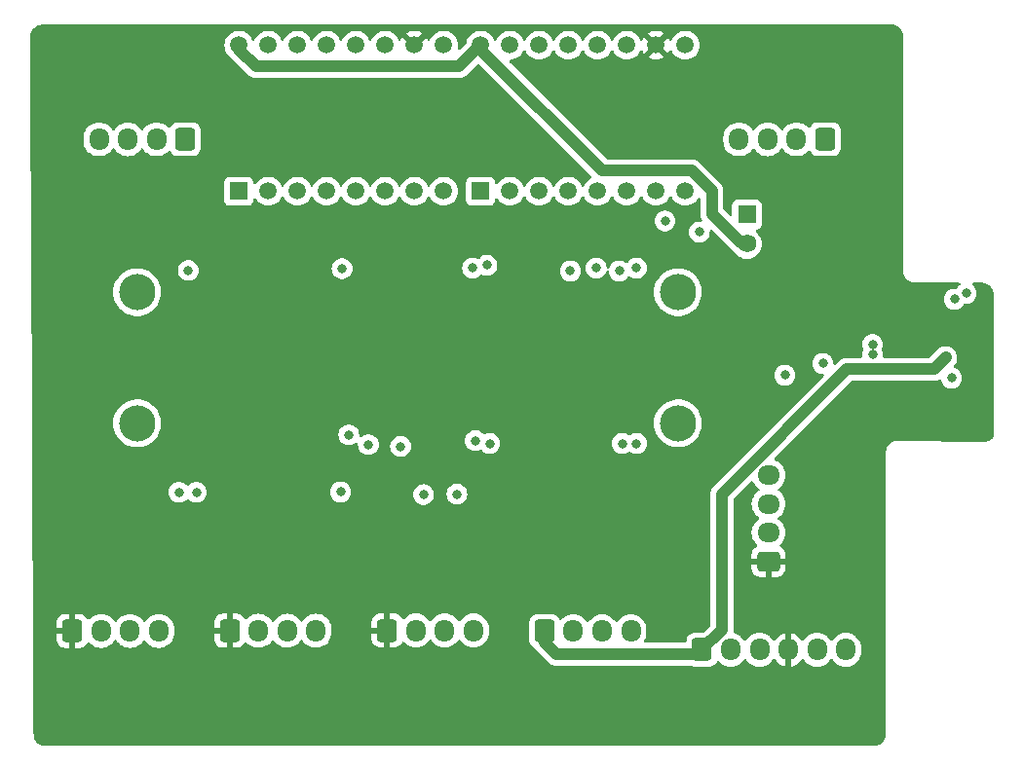
<source format=gbr>
%TF.GenerationSoftware,KiCad,Pcbnew,7.0.8*%
%TF.CreationDate,2024-06-04T12:59:23+12:00*%
%TF.ProjectId,FYP_P2_1,4659505f-5032-45f3-912e-6b696361645f,rev?*%
%TF.SameCoordinates,Original*%
%TF.FileFunction,Copper,L3,Inr*%
%TF.FilePolarity,Positive*%
%FSLAX46Y46*%
G04 Gerber Fmt 4.6, Leading zero omitted, Abs format (unit mm)*
G04 Created by KiCad (PCBNEW 7.0.8) date 2024-06-04 12:59:23*
%MOMM*%
%LPD*%
G01*
G04 APERTURE LIST*
G04 Aperture macros list*
%AMRoundRect*
0 Rectangle with rounded corners*
0 $1 Rounding radius*
0 $2 $3 $4 $5 $6 $7 $8 $9 X,Y pos of 4 corners*
0 Add a 4 corners polygon primitive as box body*
4,1,4,$2,$3,$4,$5,$6,$7,$8,$9,$2,$3,0*
0 Add four circle primitives for the rounded corners*
1,1,$1+$1,$2,$3*
1,1,$1+$1,$4,$5*
1,1,$1+$1,$6,$7*
1,1,$1+$1,$8,$9*
0 Add four rect primitives between the rounded corners*
20,1,$1+$1,$2,$3,$4,$5,0*
20,1,$1+$1,$4,$5,$6,$7,0*
20,1,$1+$1,$6,$7,$8,$9,0*
20,1,$1+$1,$8,$9,$2,$3,0*%
G04 Aperture macros list end*
%TA.AperFunction,ComponentPad*%
%ADD10RoundRect,0.250000X-0.600000X-0.725000X0.600000X-0.725000X0.600000X0.725000X-0.600000X0.725000X0*%
%TD*%
%TA.AperFunction,ComponentPad*%
%ADD11O,1.700000X1.950000*%
%TD*%
%TA.AperFunction,ComponentPad*%
%ADD12C,3.150000*%
%TD*%
%TA.AperFunction,ComponentPad*%
%ADD13R,1.590000X1.590000*%
%TD*%
%TA.AperFunction,ComponentPad*%
%ADD14C,1.590000*%
%TD*%
%TA.AperFunction,ComponentPad*%
%ADD15R,1.508000X1.508000*%
%TD*%
%TA.AperFunction,ComponentPad*%
%ADD16C,1.508000*%
%TD*%
%TA.AperFunction,ComponentPad*%
%ADD17RoundRect,0.250000X0.725000X-0.600000X0.725000X0.600000X-0.725000X0.600000X-0.725000X-0.600000X0*%
%TD*%
%TA.AperFunction,ComponentPad*%
%ADD18O,1.950000X1.700000*%
%TD*%
%TA.AperFunction,ComponentPad*%
%ADD19RoundRect,0.250000X0.600000X0.725000X-0.600000X0.725000X-0.600000X-0.725000X0.600000X-0.725000X0*%
%TD*%
%TA.AperFunction,ViaPad*%
%ADD20C,0.800000*%
%TD*%
%TA.AperFunction,Conductor*%
%ADD21C,1.000000*%
%TD*%
G04 APERTURE END LIST*
D10*
%TO.N,+3V3*%
%TO.C,J6*%
X121980000Y-105552000D03*
D11*
%TO.N,SDA*%
X124480000Y-105552000D03*
%TO.N,SCL*%
X126980000Y-105552000D03*
%TO.N,GND*%
X129480000Y-105552000D03*
%TD*%
D10*
%TO.N,+5V*%
%TO.C,J2*%
X163012500Y-105570000D03*
D11*
%TO.N,ENCODER_1A*%
X165512500Y-105570000D03*
%TO.N,ENCODER_1B*%
X168012500Y-105570000D03*
%TO.N,GND*%
X170512500Y-105570000D03*
%TD*%
D10*
%TO.N,+3V3*%
%TO.C,J1*%
X149335000Y-105516000D03*
D11*
%TO.N,ENCODER_2A*%
X151835000Y-105516000D03*
%TO.N,ENCODER_2B*%
X154335000Y-105516000D03*
%TO.N,GND*%
X156835000Y-105516000D03*
%TD*%
D12*
%TO.N,N/C*%
%TO.C,U1*%
X127600000Y-87488000D03*
X127600000Y-76088000D03*
X174600000Y-87488000D03*
X174600000Y-76088000D03*
%TD*%
D13*
%TO.N,GND*%
%TO.C,J9*%
X180605001Y-69348350D03*
D14*
%TO.N,+12V*%
X180605001Y-71888350D03*
%TD*%
D10*
%TO.N,+5V*%
%TO.C,J8*%
X176690000Y-107188000D03*
D11*
%TO.N,BATT_SENSE_LV*%
X179190000Y-107188000D03*
%TO.N,BATT_SENSE_HV*%
X181690000Y-107188000D03*
%TO.N,+3V3*%
X184190000Y-107188000D03*
%TO.N,5V_EN*%
X186690000Y-107188000D03*
%TO.N,GND*%
X189190000Y-107188000D03*
%TD*%
D15*
%TO.N,ENA*%
%TO.C,TMC1*%
X136444666Y-67310000D03*
D16*
%TO.N,MS1A*%
X138984666Y-67310000D03*
%TO.N,MS1B*%
X141524666Y-67310000D03*
%TO.N,unconnected-(TMC1-PDN-Pad4)*%
X144064666Y-67310000D03*
%TO.N,UART_PDN*%
X146604666Y-67310000D03*
%TO.N,GND*%
X149144666Y-67310000D03*
%TO.N,STEPA*%
X151684666Y-67310000D03*
%TO.N,DIRA*%
X154224666Y-67310000D03*
%TO.N,+12V*%
X136444666Y-54610000D03*
%TO.N,GND*%
X138984666Y-54610000D03*
%TO.N,/Motor1A2*%
X141524666Y-54610000D03*
%TO.N,/Motor1A1*%
X144064666Y-54610000D03*
%TO.N,/Motor1B2*%
X146604666Y-54610000D03*
%TO.N,/Motor1B1*%
X149144666Y-54610000D03*
%TO.N,+3V3*%
X151684666Y-54610000D03*
%TO.N,GND*%
X154224666Y-54610000D03*
%TD*%
D17*
%TO.N,+3V3*%
%TO.C,J10*%
X182478000Y-99500000D03*
D18*
%TO.N,TX1*%
X182478000Y-97000000D03*
%TO.N,RX1*%
X182478000Y-94500000D03*
%TO.N,GND*%
X182478000Y-92000000D03*
%TD*%
D19*
%TO.N,/Motor1B1*%
%TO.C,J4*%
X131786000Y-62790000D03*
D11*
%TO.N,/Motor1B2*%
X129286000Y-62790000D03*
%TO.N,/Motor1A1*%
X126786000Y-62790000D03*
%TO.N,/Motor1A2*%
X124286000Y-62790000D03*
%TD*%
D19*
%TO.N,/Motor2B1*%
%TO.C,J3*%
X187392000Y-62790000D03*
D11*
%TO.N,/Motor2B2*%
X184892000Y-62790000D03*
%TO.N,/Motor2A1*%
X182392000Y-62790000D03*
%TO.N,/Motor2A2*%
X179892000Y-62790000D03*
%TD*%
D10*
%TO.N,+3V3*%
%TO.C,J5*%
X135657500Y-105534000D03*
D11*
%TO.N,SDA_PI*%
X138157500Y-105534000D03*
%TO.N,SCL_PI*%
X140657500Y-105534000D03*
%TO.N,GND*%
X143157500Y-105534000D03*
%TD*%
D16*
%TO.N,GND*%
%TO.C,TMC2*%
X175233332Y-54610000D03*
%TO.N,+3V3*%
X172693332Y-54610000D03*
%TO.N,/Motor2B1*%
X170153332Y-54610000D03*
%TO.N,/Motor2B2*%
X167613332Y-54610000D03*
%TO.N,/Motor2A1*%
X165073332Y-54610000D03*
%TO.N,/Motor2A2*%
X162533332Y-54610000D03*
%TO.N,GND*%
X159993332Y-54610000D03*
%TO.N,+12V*%
X157453332Y-54610000D03*
%TO.N,DIRB*%
X175233332Y-67310000D03*
%TO.N,STEPB*%
X172693332Y-67310000D03*
%TO.N,GND*%
X170153332Y-67310000D03*
%TO.N,UART_PDN*%
X167613332Y-67310000D03*
%TO.N,unconnected-(TMC2-PDN-Pad4)*%
X165073332Y-67310000D03*
%TO.N,MS2B*%
X162533332Y-67310000D03*
%TO.N,MS2A*%
X159993332Y-67310000D03*
D15*
%TO.N,ENB*%
X157453332Y-67310000D03*
%TD*%
D20*
%TO.N,+3V3*%
X198120000Y-79502000D03*
X162306000Y-95758000D03*
X166878000Y-97536000D03*
X135636000Y-96774000D03*
X137668000Y-73914000D03*
X127726720Y-97512083D03*
X136398000Y-73914000D03*
X198120000Y-78486000D03*
X124460000Y-94742000D03*
X139446000Y-97536000D03*
%TO.N,STEPA*%
X147700000Y-89350000D03*
%TO.N,UART_PDN*%
X173482000Y-69907332D03*
%TO.N,Net-(U1-GPIO16)*%
X176462000Y-70866000D03*
%TO.N,GND*%
X199644000Y-76200000D03*
X156750000Y-74000000D03*
X169750000Y-89250000D03*
X171000000Y-74000000D03*
X198374000Y-83566000D03*
X131250000Y-93500000D03*
X158000000Y-73750000D03*
X145415001Y-74041001D03*
X146000000Y-88500000D03*
X187198000Y-82296000D03*
X198628000Y-76708000D03*
X191516000Y-81534000D03*
X171000000Y-89250000D03*
X158250000Y-89250000D03*
X191516000Y-80638500D03*
X169500000Y-74250000D03*
X183896000Y-83312000D03*
X132050000Y-74200000D03*
X157000000Y-89000000D03*
X132750000Y-93500000D03*
X145288000Y-93472000D03*
%TO.N,DIRA*%
X150500000Y-89500000D03*
%TO.N,STEPB*%
X165250000Y-74250000D03*
%TO.N,DIRB*%
X167500000Y-74000000D03*
%TO.N,+5V*%
X197866000Y-81788000D03*
%TO.N,TX1*%
X152500000Y-93700000D03*
%TO.N,RX1*%
X155400000Y-93650000D03*
%TD*%
D21*
%TO.N,+12V*%
X180055001Y-71780350D02*
X180605001Y-71780350D01*
X157453332Y-54960000D02*
X168025332Y-65532000D01*
X177546000Y-69271349D02*
X180055001Y-71780350D01*
X175768000Y-65532000D02*
X177546000Y-67310000D01*
X137948666Y-56464000D02*
X155599332Y-56464000D01*
X168025332Y-65532000D02*
X175768000Y-65532000D01*
X177546000Y-67310000D02*
X177546000Y-69271349D01*
X155599332Y-56464000D02*
X157453332Y-54610000D01*
X136444666Y-54960000D02*
X137948666Y-56464000D01*
X157453332Y-54610000D02*
X157453332Y-54960000D01*
%TO.N,+5V*%
X196850000Y-82804000D02*
X197866000Y-81788000D01*
X176690000Y-107188000D02*
X178415000Y-105463000D01*
X176690000Y-107188000D02*
X176306000Y-107572000D01*
X163012500Y-106545000D02*
X163012500Y-105570000D01*
X164039500Y-107572000D02*
X163012500Y-106545000D01*
X178415000Y-93675258D02*
X189286258Y-82804000D01*
X176306000Y-107572000D02*
X164039500Y-107572000D01*
X189286258Y-82804000D02*
X196850000Y-82804000D01*
X178415000Y-105463000D02*
X178415000Y-93675258D01*
%TD*%
%TA.AperFunction,Conductor*%
%TO.N,+3V3*%
G36*
X193175133Y-52795287D02*
G01*
X193217943Y-52799031D01*
X193344225Y-52811463D01*
X193364140Y-52815086D01*
X193430797Y-52832944D01*
X193524023Y-52861221D01*
X193540406Y-52867488D01*
X193607853Y-52898937D01*
X193610841Y-52900431D01*
X193694786Y-52945298D01*
X193701123Y-52949191D01*
X193767283Y-52995515D01*
X193771055Y-52998377D01*
X193843282Y-53057651D01*
X193847783Y-53061730D01*
X193905267Y-53119214D01*
X193909347Y-53123716D01*
X193968621Y-53195943D01*
X193971483Y-53199715D01*
X194017807Y-53265875D01*
X194021702Y-53272216D01*
X194066556Y-53356135D01*
X194068068Y-53359160D01*
X194073047Y-53369838D01*
X194099504Y-53426578D01*
X194105781Y-53442985D01*
X194134056Y-53536209D01*
X194151910Y-53602852D01*
X194155537Y-53622792D01*
X194167973Y-53749108D01*
X194171709Y-53791844D01*
X194171945Y-53797290D01*
X194160793Y-69845851D01*
X194157748Y-74229260D01*
X194157725Y-74261683D01*
X194157799Y-74262443D01*
X194157799Y-74337531D01*
X194188196Y-74509924D01*
X194248065Y-74674424D01*
X194248066Y-74674426D01*
X194248067Y-74674428D01*
X194335593Y-74826034D01*
X194448113Y-74960139D01*
X194582211Y-75072669D01*
X194733811Y-75160204D01*
X194898308Y-75220086D01*
X195070704Y-75250495D01*
X195158132Y-75250499D01*
X195158133Y-75250500D01*
X199024630Y-75259865D01*
X199091622Y-75279712D01*
X199137249Y-75332627D01*
X199147025Y-75401809D01*
X199117846Y-75465295D01*
X199097216Y-75484183D01*
X199038127Y-75527113D01*
X198911465Y-75667785D01*
X198864025Y-75749955D01*
X198813458Y-75798171D01*
X198744851Y-75811393D01*
X198730861Y-75809246D01*
X198727960Y-75808629D01*
X198722646Y-75807500D01*
X198533354Y-75807500D01*
X198525140Y-75809246D01*
X198348197Y-75846855D01*
X198348192Y-75846857D01*
X198175270Y-75923848D01*
X198175265Y-75923851D01*
X198022129Y-76035111D01*
X197895466Y-76175785D01*
X197800821Y-76339715D01*
X197800818Y-76339722D01*
X197742327Y-76519740D01*
X197742326Y-76519744D01*
X197722540Y-76708000D01*
X197742326Y-76896256D01*
X197742327Y-76896259D01*
X197800818Y-77076277D01*
X197800821Y-77076284D01*
X197895467Y-77240216D01*
X198022129Y-77380888D01*
X198175265Y-77492148D01*
X198175270Y-77492151D01*
X198348192Y-77569142D01*
X198348197Y-77569144D01*
X198533354Y-77608500D01*
X198533355Y-77608500D01*
X198722644Y-77608500D01*
X198722646Y-77608500D01*
X198907803Y-77569144D01*
X199080730Y-77492151D01*
X199233871Y-77380888D01*
X199360533Y-77240216D01*
X199407974Y-77158043D01*
X199458540Y-77109829D01*
X199527147Y-77096605D01*
X199541140Y-77098754D01*
X199549354Y-77100500D01*
X199738644Y-77100500D01*
X199738646Y-77100500D01*
X199923803Y-77061144D01*
X200096730Y-76984151D01*
X200249871Y-76872888D01*
X200376533Y-76732216D01*
X200471179Y-76568284D01*
X200529674Y-76388256D01*
X200549460Y-76200000D01*
X200529674Y-76011744D01*
X200471179Y-75831716D01*
X200376533Y-75667784D01*
X200249871Y-75527112D01*
X200249342Y-75526728D01*
X200194930Y-75487195D01*
X200152264Y-75431865D01*
X200146285Y-75362252D01*
X200178891Y-75300457D01*
X200239729Y-75266100D01*
X200268113Y-75262877D01*
X200974440Y-75264588D01*
X200974862Y-75264713D01*
X201023428Y-75264713D01*
X201028829Y-75264948D01*
X201070352Y-75268582D01*
X201198256Y-75281222D01*
X201218143Y-75284845D01*
X201276404Y-75300457D01*
X201282685Y-75302140D01*
X201378072Y-75331076D01*
X201394479Y-75337353D01*
X201460528Y-75368151D01*
X201463530Y-75369652D01*
X201505425Y-75392045D01*
X201548866Y-75415265D01*
X201555205Y-75419159D01*
X201620325Y-75464753D01*
X201624090Y-75467609D01*
X201644287Y-75484183D01*
X201697383Y-75527757D01*
X201701885Y-75531835D01*
X201724106Y-75554055D01*
X201758516Y-75588463D01*
X201762594Y-75592961D01*
X201822749Y-75666254D01*
X201825611Y-75670026D01*
X201871204Y-75735134D01*
X201875099Y-75741474D01*
X201920721Y-75826816D01*
X201922229Y-75829831D01*
X201953021Y-75895855D01*
X201959298Y-75912258D01*
X201988242Y-76007649D01*
X201995602Y-76035111D01*
X202005532Y-76072162D01*
X202009161Y-76092098D01*
X202022181Y-76224189D01*
X202025390Y-76260830D01*
X202025627Y-76266242D01*
X202025627Y-76313462D01*
X202025876Y-76315727D01*
X202083874Y-88317056D01*
X202083576Y-88323433D01*
X202080895Y-88350639D01*
X202080377Y-88355897D01*
X202067919Y-88466540D01*
X202063358Y-88488664D01*
X202046933Y-88542807D01*
X202019362Y-88621585D01*
X202011678Y-88639083D01*
X201982798Y-88693106D01*
X201980616Y-88696865D01*
X201936978Y-88766309D01*
X201932404Y-88772661D01*
X201889518Y-88824916D01*
X201885430Y-88829427D01*
X201828199Y-88886657D01*
X201823691Y-88890741D01*
X201807249Y-88904234D01*
X201771444Y-88933618D01*
X201765092Y-88938192D01*
X201695636Y-88981833D01*
X201691877Y-88984015D01*
X201637853Y-89012892D01*
X201620354Y-89020575D01*
X201541591Y-89048136D01*
X201487414Y-89064571D01*
X201465303Y-89069131D01*
X201356176Y-89081429D01*
X201321963Y-89084800D01*
X201315539Y-89085098D01*
X193734695Y-89043336D01*
X193733706Y-89043039D01*
X193595698Y-89043023D01*
X193595693Y-89043024D01*
X193423289Y-89073405D01*
X193423284Y-89073406D01*
X193258762Y-89133274D01*
X193258754Y-89133278D01*
X193107142Y-89220804D01*
X193107138Y-89220806D01*
X192973025Y-89333339D01*
X192860493Y-89467457D01*
X192772966Y-89619080D01*
X192713102Y-89783600D01*
X192682721Y-89956021D01*
X192682731Y-90022888D01*
X192682734Y-90043554D01*
X192682734Y-90044054D01*
X192675397Y-106697498D01*
X192671947Y-114526643D01*
X192671711Y-114532024D01*
X192667785Y-114576876D01*
X192655659Y-114700541D01*
X192652025Y-114720537D01*
X192633293Y-114790437D01*
X192606035Y-114880280D01*
X192599755Y-114896689D01*
X192567312Y-114966254D01*
X192565800Y-114969278D01*
X192522118Y-115050994D01*
X192518222Y-115057335D01*
X192470736Y-115125146D01*
X192467874Y-115128918D01*
X192409999Y-115199432D01*
X192405910Y-115203943D01*
X192347071Y-115262775D01*
X192342561Y-115266863D01*
X192272037Y-115324735D01*
X192268265Y-115327597D01*
X192200460Y-115375070D01*
X192194118Y-115378966D01*
X192112387Y-115422645D01*
X192109363Y-115424157D01*
X192039802Y-115456590D01*
X192023392Y-115462868D01*
X191933562Y-115490114D01*
X191863575Y-115508861D01*
X191843639Y-115512487D01*
X191726539Y-115524016D01*
X191674039Y-115528606D01*
X191668660Y-115528842D01*
X119560834Y-115556308D01*
X119555266Y-115556060D01*
X119514734Y-115552422D01*
X119390725Y-115539858D01*
X119370313Y-115536043D01*
X119307618Y-115518784D01*
X119215546Y-115490079D01*
X119198768Y-115483475D01*
X119144929Y-115457617D01*
X119134966Y-115452832D01*
X119131882Y-115451243D01*
X119049657Y-115405923D01*
X119043209Y-115401833D01*
X119033596Y-115394870D01*
X118980490Y-115356403D01*
X118976709Y-115353432D01*
X118937226Y-115319820D01*
X118906624Y-115293768D01*
X118902077Y-115289484D01*
X118848074Y-115233209D01*
X118843985Y-115228494D01*
X118824771Y-115203943D01*
X118787275Y-115156030D01*
X118784432Y-115152090D01*
X118741630Y-115087562D01*
X118737818Y-115080967D01*
X118695901Y-114996898D01*
X118694474Y-114993822D01*
X118666469Y-114928776D01*
X118660566Y-114911753D01*
X118635671Y-114818547D01*
X118628894Y-114789266D01*
X118621020Y-114755246D01*
X118618049Y-114734680D01*
X118610428Y-114606756D01*
X118608655Y-114570084D01*
X118608634Y-114564645D01*
X118609812Y-114535193D01*
X118608307Y-114518286D01*
X118562783Y-105302000D01*
X120630000Y-105302000D01*
X121576031Y-105302000D01*
X121543481Y-105352649D01*
X121505000Y-105483705D01*
X121505000Y-105620295D01*
X121543481Y-105751351D01*
X121576031Y-105802000D01*
X120630001Y-105802000D01*
X120630001Y-106326986D01*
X120640494Y-106429697D01*
X120695641Y-106596119D01*
X120695643Y-106596124D01*
X120787684Y-106745345D01*
X120911654Y-106869315D01*
X121060875Y-106961356D01*
X121060880Y-106961358D01*
X121227302Y-107016505D01*
X121227309Y-107016506D01*
X121330019Y-107026999D01*
X121729999Y-107026999D01*
X121730000Y-107026998D01*
X121730000Y-105960018D01*
X121844801Y-106012446D01*
X121946025Y-106027000D01*
X122013975Y-106027000D01*
X122115199Y-106012446D01*
X122230000Y-105960018D01*
X122230000Y-107026999D01*
X122629972Y-107026999D01*
X122629986Y-107026998D01*
X122732697Y-107016505D01*
X122899119Y-106961358D01*
X122899124Y-106961356D01*
X123048345Y-106869315D01*
X123172315Y-106745345D01*
X123267815Y-106590516D01*
X123319763Y-106543792D01*
X123388726Y-106532569D01*
X123452808Y-106560413D01*
X123461035Y-106567931D01*
X123608599Y-106715495D01*
X123608602Y-106715497D01*
X123608603Y-106715498D01*
X123802165Y-106851032D01*
X123802167Y-106851033D01*
X123802170Y-106851035D01*
X124016337Y-106950903D01*
X124016343Y-106950904D01*
X124016344Y-106950905D01*
X124055356Y-106961358D01*
X124244592Y-107012063D01*
X124432918Y-107028539D01*
X124479999Y-107032659D01*
X124480000Y-107032659D01*
X124480001Y-107032659D01*
X124519234Y-107029226D01*
X124715408Y-107012063D01*
X124943663Y-106950903D01*
X125157829Y-106851035D01*
X125351401Y-106715495D01*
X125518495Y-106548401D01*
X125628426Y-106391401D01*
X125683001Y-106347778D01*
X125752500Y-106340584D01*
X125814855Y-106372106D01*
X125831571Y-106391398D01*
X125870854Y-106447500D01*
X125941506Y-106548403D01*
X126072597Y-106679493D01*
X126108599Y-106715495D01*
X126205384Y-106783265D01*
X126302165Y-106851032D01*
X126302167Y-106851033D01*
X126302170Y-106851035D01*
X126516337Y-106950903D01*
X126516343Y-106950904D01*
X126516344Y-106950905D01*
X126555356Y-106961358D01*
X126744592Y-107012063D01*
X126932918Y-107028539D01*
X126979999Y-107032659D01*
X126980000Y-107032659D01*
X126980001Y-107032659D01*
X127019234Y-107029226D01*
X127215408Y-107012063D01*
X127443663Y-106950903D01*
X127657829Y-106851035D01*
X127851401Y-106715495D01*
X128018495Y-106548401D01*
X128128426Y-106391401D01*
X128183001Y-106347778D01*
X128252500Y-106340584D01*
X128314855Y-106372106D01*
X128331571Y-106391398D01*
X128370854Y-106447500D01*
X128441506Y-106548403D01*
X128572597Y-106679493D01*
X128608599Y-106715495D01*
X128705384Y-106783265D01*
X128802165Y-106851032D01*
X128802167Y-106851033D01*
X128802170Y-106851035D01*
X129016337Y-106950903D01*
X129016343Y-106950904D01*
X129016344Y-106950905D01*
X129055356Y-106961358D01*
X129244592Y-107012063D01*
X129432918Y-107028539D01*
X129479999Y-107032659D01*
X129480000Y-107032659D01*
X129480001Y-107032659D01*
X129519234Y-107029226D01*
X129715408Y-107012063D01*
X129943663Y-106950903D01*
X130157829Y-106851035D01*
X130351401Y-106715495D01*
X130518495Y-106548401D01*
X130654035Y-106354829D01*
X130753903Y-106140663D01*
X130815063Y-105912408D01*
X130830500Y-105735966D01*
X130830500Y-105368034D01*
X130823148Y-105284000D01*
X134307500Y-105284000D01*
X135253531Y-105284000D01*
X135220981Y-105334649D01*
X135182500Y-105465705D01*
X135182500Y-105602295D01*
X135220981Y-105733351D01*
X135253531Y-105784000D01*
X134307501Y-105784000D01*
X134307501Y-106308986D01*
X134317994Y-106411697D01*
X134373141Y-106578119D01*
X134373143Y-106578124D01*
X134465184Y-106727345D01*
X134589154Y-106851315D01*
X134738375Y-106943356D01*
X134738380Y-106943358D01*
X134904802Y-106998505D01*
X134904809Y-106998506D01*
X135007519Y-107008999D01*
X135407499Y-107008999D01*
X135407500Y-107008998D01*
X135407500Y-105942018D01*
X135522301Y-105994446D01*
X135623525Y-106009000D01*
X135691475Y-106009000D01*
X135792699Y-105994446D01*
X135907500Y-105942018D01*
X135907500Y-107008999D01*
X136307472Y-107008999D01*
X136307486Y-107008998D01*
X136410197Y-106998505D01*
X136576619Y-106943358D01*
X136576624Y-106943356D01*
X136725845Y-106851315D01*
X136849815Y-106727345D01*
X136945315Y-106572516D01*
X136997263Y-106525792D01*
X137066226Y-106514569D01*
X137130308Y-106542413D01*
X137138535Y-106549931D01*
X137286099Y-106697495D01*
X137286102Y-106697497D01*
X137286103Y-106697498D01*
X137479665Y-106833032D01*
X137479667Y-106833033D01*
X137479670Y-106833035D01*
X137693837Y-106932903D01*
X137693843Y-106932904D01*
X137693844Y-106932905D01*
X137732856Y-106943358D01*
X137922092Y-106994063D01*
X138110418Y-107010539D01*
X138157499Y-107014659D01*
X138157500Y-107014659D01*
X138157501Y-107014659D01*
X138203699Y-107010617D01*
X138392908Y-106994063D01*
X138621163Y-106932903D01*
X138835329Y-106833035D01*
X139028901Y-106697495D01*
X139195995Y-106530401D01*
X139305926Y-106373401D01*
X139360501Y-106329778D01*
X139430000Y-106322584D01*
X139492355Y-106354106D01*
X139509071Y-106373398D01*
X139561165Y-106447796D01*
X139619006Y-106530403D01*
X139702935Y-106614331D01*
X139786099Y-106697495D01*
X139829028Y-106727554D01*
X139979665Y-106833032D01*
X139979667Y-106833033D01*
X139979670Y-106833035D01*
X140193837Y-106932903D01*
X140193843Y-106932904D01*
X140193844Y-106932905D01*
X140232856Y-106943358D01*
X140422092Y-106994063D01*
X140610418Y-107010539D01*
X140657499Y-107014659D01*
X140657500Y-107014659D01*
X140657501Y-107014659D01*
X140703699Y-107010617D01*
X140892908Y-106994063D01*
X141121163Y-106932903D01*
X141335329Y-106833035D01*
X141528901Y-106697495D01*
X141695995Y-106530401D01*
X141805926Y-106373401D01*
X141860501Y-106329778D01*
X141930000Y-106322584D01*
X141992355Y-106354106D01*
X142009071Y-106373398D01*
X142061165Y-106447796D01*
X142119006Y-106530403D01*
X142202935Y-106614331D01*
X142286099Y-106697495D01*
X142329028Y-106727554D01*
X142479665Y-106833032D01*
X142479667Y-106833033D01*
X142479670Y-106833035D01*
X142693837Y-106932903D01*
X142693843Y-106932904D01*
X142693844Y-106932905D01*
X142732856Y-106943358D01*
X142922092Y-106994063D01*
X143110418Y-107010539D01*
X143157499Y-107014659D01*
X143157500Y-107014659D01*
X143157501Y-107014659D01*
X143203699Y-107010617D01*
X143392908Y-106994063D01*
X143621163Y-106932903D01*
X143835329Y-106833035D01*
X144028901Y-106697495D01*
X144195995Y-106530401D01*
X144331535Y-106336829D01*
X144431403Y-106122663D01*
X144492563Y-105894408D01*
X144508000Y-105717966D01*
X144508000Y-105350034D01*
X144500648Y-105266000D01*
X147985000Y-105266000D01*
X148931031Y-105266000D01*
X148898481Y-105316649D01*
X148860000Y-105447705D01*
X148860000Y-105584295D01*
X148898481Y-105715351D01*
X148931031Y-105766000D01*
X147985001Y-105766000D01*
X147985001Y-106290986D01*
X147995494Y-106393697D01*
X148050641Y-106560119D01*
X148050643Y-106560124D01*
X148142684Y-106709345D01*
X148266654Y-106833315D01*
X148415875Y-106925356D01*
X148415880Y-106925358D01*
X148582302Y-106980505D01*
X148582309Y-106980506D01*
X148685019Y-106990999D01*
X149084999Y-106990999D01*
X149085000Y-106990998D01*
X149085000Y-105924018D01*
X149199801Y-105976446D01*
X149301025Y-105991000D01*
X149368975Y-105991000D01*
X149470199Y-105976446D01*
X149585000Y-105924018D01*
X149585000Y-106990999D01*
X149984972Y-106990999D01*
X149984986Y-106990998D01*
X150087697Y-106980505D01*
X150254119Y-106925358D01*
X150254124Y-106925356D01*
X150403345Y-106833315D01*
X150527315Y-106709345D01*
X150622815Y-106554516D01*
X150674763Y-106507792D01*
X150743726Y-106496569D01*
X150807808Y-106524413D01*
X150816035Y-106531931D01*
X150963599Y-106679495D01*
X150963602Y-106679497D01*
X150963603Y-106679498D01*
X151157165Y-106815032D01*
X151157167Y-106815033D01*
X151157170Y-106815035D01*
X151371337Y-106914903D01*
X151371343Y-106914904D01*
X151371344Y-106914905D01*
X151410356Y-106925358D01*
X151599592Y-106976063D01*
X151787918Y-106992539D01*
X151834999Y-106996659D01*
X151835000Y-106996659D01*
X151835001Y-106996659D01*
X151874234Y-106993226D01*
X152070408Y-106976063D01*
X152298663Y-106914903D01*
X152512829Y-106815035D01*
X152706401Y-106679495D01*
X152873495Y-106512401D01*
X152983426Y-106355401D01*
X153038001Y-106311778D01*
X153107500Y-106304584D01*
X153169855Y-106336106D01*
X153186571Y-106355398D01*
X153207417Y-106385169D01*
X153296506Y-106512403D01*
X153380223Y-106596119D01*
X153463599Y-106679495D01*
X153557642Y-106745345D01*
X153657165Y-106815032D01*
X153657167Y-106815033D01*
X153657170Y-106815035D01*
X153871337Y-106914903D01*
X153871343Y-106914904D01*
X153871344Y-106914905D01*
X153910356Y-106925358D01*
X154099592Y-106976063D01*
X154287918Y-106992539D01*
X154334999Y-106996659D01*
X154335000Y-106996659D01*
X154335001Y-106996659D01*
X154374234Y-106993226D01*
X154570408Y-106976063D01*
X154798663Y-106914903D01*
X155012829Y-106815035D01*
X155206401Y-106679495D01*
X155373495Y-106512401D01*
X155483426Y-106355401D01*
X155538001Y-106311778D01*
X155607500Y-106304584D01*
X155669855Y-106336106D01*
X155686571Y-106355398D01*
X155707417Y-106385169D01*
X155796506Y-106512403D01*
X155880223Y-106596119D01*
X155963599Y-106679495D01*
X156057642Y-106745345D01*
X156157165Y-106815032D01*
X156157167Y-106815033D01*
X156157170Y-106815035D01*
X156371337Y-106914903D01*
X156371343Y-106914904D01*
X156371344Y-106914905D01*
X156410356Y-106925358D01*
X156599592Y-106976063D01*
X156787918Y-106992539D01*
X156834999Y-106996659D01*
X156835000Y-106996659D01*
X156835001Y-106996659D01*
X156874234Y-106993226D01*
X157070408Y-106976063D01*
X157298663Y-106914903D01*
X157512829Y-106815035D01*
X157706401Y-106679495D01*
X157873495Y-106512401D01*
X157990709Y-106345001D01*
X161662000Y-106345001D01*
X161662001Y-106345018D01*
X161672500Y-106447796D01*
X161672501Y-106447799D01*
X161715687Y-106578124D01*
X161727686Y-106614334D01*
X161819788Y-106763656D01*
X161943844Y-106887712D01*
X162046290Y-106950901D01*
X162082719Y-106973370D01*
X162121160Y-107010674D01*
X162154877Y-107061834D01*
X162157318Y-107065864D01*
X162187083Y-107119491D01*
X162187089Y-107119499D01*
X162187091Y-107119502D01*
X162209468Y-107145567D01*
X162214193Y-107151835D01*
X162226763Y-107170906D01*
X162233098Y-107180519D01*
X162276478Y-107223899D01*
X162279669Y-107227343D01*
X162319631Y-107273892D01*
X162319634Y-107273895D01*
X162346794Y-107294918D01*
X162352690Y-107300111D01*
X163323066Y-108270487D01*
X163384441Y-108335053D01*
X163384444Y-108335055D01*
X163384447Y-108335058D01*
X163408064Y-108351495D01*
X163434795Y-108370100D01*
X163438550Y-108372932D01*
X163486093Y-108411698D01*
X163516545Y-108427604D01*
X163523256Y-108431671D01*
X163551451Y-108451295D01*
X163607832Y-108475490D01*
X163612067Y-108477501D01*
X163666451Y-108505909D01*
X163699473Y-108515356D01*
X163706865Y-108517989D01*
X163738440Y-108531539D01*
X163738441Y-108531540D01*
X163751554Y-108534234D01*
X163798555Y-108543892D01*
X163803095Y-108545006D01*
X163862082Y-108561886D01*
X163896341Y-108564494D01*
X163904109Y-108565585D01*
X163937755Y-108572500D01*
X163937759Y-108572500D01*
X163999101Y-108572500D01*
X164003808Y-108572678D01*
X164040151Y-108575446D01*
X164064975Y-108577337D01*
X164064975Y-108577336D01*
X164064976Y-108577337D01*
X164099059Y-108572996D01*
X164106889Y-108572500D01*
X175694459Y-108572500D01*
X175759555Y-108590961D01*
X175770666Y-108597814D01*
X175937203Y-108652999D01*
X176039991Y-108663500D01*
X177340008Y-108663499D01*
X177442797Y-108652999D01*
X177609334Y-108597814D01*
X177758656Y-108505712D01*
X177882712Y-108381656D01*
X177974814Y-108232334D01*
X177974814Y-108232331D01*
X177978178Y-108226879D01*
X178030126Y-108180154D01*
X178099088Y-108168931D01*
X178163170Y-108196774D01*
X178171398Y-108204294D01*
X178318599Y-108351495D01*
X178404578Y-108411698D01*
X178512165Y-108487032D01*
X178512167Y-108487033D01*
X178512170Y-108487035D01*
X178726337Y-108586903D01*
X178954592Y-108648063D01*
X179131034Y-108663500D01*
X179189999Y-108668659D01*
X179190000Y-108668659D01*
X179190001Y-108668659D01*
X179248966Y-108663500D01*
X179425408Y-108648063D01*
X179653663Y-108586903D01*
X179867829Y-108487035D01*
X180061401Y-108351495D01*
X180228495Y-108184401D01*
X180338426Y-108027401D01*
X180393001Y-107983778D01*
X180462500Y-107976584D01*
X180524855Y-108008106D01*
X180541571Y-108027398D01*
X180568458Y-108065797D01*
X180651506Y-108184403D01*
X180737591Y-108270487D01*
X180818599Y-108351495D01*
X180904578Y-108411698D01*
X181012165Y-108487032D01*
X181012167Y-108487033D01*
X181012170Y-108487035D01*
X181226337Y-108586903D01*
X181454592Y-108648063D01*
X181631034Y-108663500D01*
X181689999Y-108668659D01*
X181690000Y-108668659D01*
X181690001Y-108668659D01*
X181748966Y-108663500D01*
X181925408Y-108648063D01*
X182153663Y-108586903D01*
X182367829Y-108487035D01*
X182561401Y-108351495D01*
X182728495Y-108184401D01*
X182838732Y-108026965D01*
X182893306Y-107983342D01*
X182962805Y-107976148D01*
X183025159Y-108007670D01*
X183041880Y-108026967D01*
X183151886Y-108184073D01*
X183151891Y-108184079D01*
X183318917Y-108351105D01*
X183512421Y-108486600D01*
X183726507Y-108586429D01*
X183726516Y-108586433D01*
X183940000Y-108643634D01*
X183940000Y-107596018D01*
X184054801Y-107648446D01*
X184156025Y-107663000D01*
X184223975Y-107663000D01*
X184325199Y-107648446D01*
X184440000Y-107596018D01*
X184440000Y-108643633D01*
X184653483Y-108586433D01*
X184653492Y-108586429D01*
X184867577Y-108486600D01*
X184867579Y-108486599D01*
X185061073Y-108351113D01*
X185061079Y-108351108D01*
X185228108Y-108184079D01*
X185228113Y-108184073D01*
X185338119Y-108026967D01*
X185392695Y-107983342D01*
X185462194Y-107976148D01*
X185524549Y-108007670D01*
X185541269Y-108026967D01*
X185651505Y-108184402D01*
X185737591Y-108270487D01*
X185818599Y-108351495D01*
X185904578Y-108411698D01*
X186012165Y-108487032D01*
X186012167Y-108487033D01*
X186012170Y-108487035D01*
X186226337Y-108586903D01*
X186454592Y-108648063D01*
X186631034Y-108663500D01*
X186689999Y-108668659D01*
X186690000Y-108668659D01*
X186690001Y-108668659D01*
X186748966Y-108663500D01*
X186925408Y-108648063D01*
X187153663Y-108586903D01*
X187367829Y-108487035D01*
X187561401Y-108351495D01*
X187728495Y-108184401D01*
X187838426Y-108027401D01*
X187893001Y-107983778D01*
X187962500Y-107976584D01*
X188024855Y-108008106D01*
X188041571Y-108027398D01*
X188068458Y-108065797D01*
X188151506Y-108184403D01*
X188237591Y-108270487D01*
X188318599Y-108351495D01*
X188404578Y-108411698D01*
X188512165Y-108487032D01*
X188512167Y-108487033D01*
X188512170Y-108487035D01*
X188726337Y-108586903D01*
X188954592Y-108648063D01*
X189131034Y-108663500D01*
X189189999Y-108668659D01*
X189190000Y-108668659D01*
X189190001Y-108668659D01*
X189248966Y-108663500D01*
X189425408Y-108648063D01*
X189653663Y-108586903D01*
X189867829Y-108487035D01*
X190061401Y-108351495D01*
X190228495Y-108184401D01*
X190364035Y-107990829D01*
X190463903Y-107776663D01*
X190525063Y-107548408D01*
X190540500Y-107371966D01*
X190540500Y-107004034D01*
X190525063Y-106827592D01*
X190463903Y-106599337D01*
X190364035Y-106385171D01*
X190357878Y-106376377D01*
X190228494Y-106191597D01*
X190061402Y-106024506D01*
X190061395Y-106024501D01*
X190039257Y-106009000D01*
X189937438Y-105937705D01*
X189867834Y-105888967D01*
X189867830Y-105888965D01*
X189840912Y-105876413D01*
X189653663Y-105789097D01*
X189653659Y-105789096D01*
X189653655Y-105789094D01*
X189425413Y-105727938D01*
X189425403Y-105727936D01*
X189190001Y-105707341D01*
X189189999Y-105707341D01*
X188954596Y-105727936D01*
X188954586Y-105727938D01*
X188726344Y-105789094D01*
X188726335Y-105789098D01*
X188512171Y-105888964D01*
X188512169Y-105888965D01*
X188318597Y-106024505D01*
X188151505Y-106191597D01*
X188041575Y-106348595D01*
X187986998Y-106392220D01*
X187917500Y-106399414D01*
X187855145Y-106367891D01*
X187838425Y-106348595D01*
X187728494Y-106191597D01*
X187561402Y-106024506D01*
X187561395Y-106024501D01*
X187539257Y-106009000D01*
X187437438Y-105937705D01*
X187367834Y-105888967D01*
X187367830Y-105888965D01*
X187340912Y-105876413D01*
X187153663Y-105789097D01*
X187153659Y-105789096D01*
X187153655Y-105789094D01*
X186925413Y-105727938D01*
X186925403Y-105727936D01*
X186690001Y-105707341D01*
X186689999Y-105707341D01*
X186454596Y-105727936D01*
X186454586Y-105727938D01*
X186226344Y-105789094D01*
X186226335Y-105789098D01*
X186012171Y-105888964D01*
X186012169Y-105888965D01*
X185818597Y-106024505D01*
X185651508Y-106191594D01*
X185541269Y-106349032D01*
X185486692Y-106392656D01*
X185417193Y-106399849D01*
X185354839Y-106368327D01*
X185338119Y-106349031D01*
X185228113Y-106191926D01*
X185228108Y-106191920D01*
X185061082Y-106024894D01*
X184867578Y-105889399D01*
X184653492Y-105789570D01*
X184653486Y-105789567D01*
X184440000Y-105732364D01*
X184440000Y-106779981D01*
X184325199Y-106727554D01*
X184223975Y-106713000D01*
X184156025Y-106713000D01*
X184054801Y-106727554D01*
X183940000Y-106779981D01*
X183940000Y-105732364D01*
X183939999Y-105732364D01*
X183726513Y-105789567D01*
X183726507Y-105789570D01*
X183512422Y-105889399D01*
X183512420Y-105889400D01*
X183318926Y-106024886D01*
X183318920Y-106024891D01*
X183151891Y-106191920D01*
X183151890Y-106191922D01*
X183041880Y-106349032D01*
X182987303Y-106392657D01*
X182917804Y-106399849D01*
X182855450Y-106368327D01*
X182838730Y-106349031D01*
X182728494Y-106191597D01*
X182561402Y-106024506D01*
X182561395Y-106024501D01*
X182539257Y-106009000D01*
X182437438Y-105937705D01*
X182367834Y-105888967D01*
X182367830Y-105888965D01*
X182340912Y-105876413D01*
X182153663Y-105789097D01*
X182153659Y-105789096D01*
X182153655Y-105789094D01*
X181925413Y-105727938D01*
X181925403Y-105727936D01*
X181690001Y-105707341D01*
X181689999Y-105707341D01*
X181454596Y-105727936D01*
X181454586Y-105727938D01*
X181226344Y-105789094D01*
X181226335Y-105789098D01*
X181012171Y-105888964D01*
X181012169Y-105888965D01*
X180818597Y-106024505D01*
X180651505Y-106191597D01*
X180541575Y-106348595D01*
X180486998Y-106392220D01*
X180417500Y-106399414D01*
X180355145Y-106367891D01*
X180338425Y-106348595D01*
X180228494Y-106191597D01*
X180061402Y-106024506D01*
X180061395Y-106024501D01*
X180039257Y-106009000D01*
X179937438Y-105937705D01*
X179867834Y-105888967D01*
X179867830Y-105888965D01*
X179840912Y-105876413D01*
X179653663Y-105789097D01*
X179653660Y-105789096D01*
X179653658Y-105789095D01*
X179498123Y-105747420D01*
X179438463Y-105711055D01*
X179407934Y-105648208D01*
X179406575Y-105618234D01*
X179407495Y-105606155D01*
X179408585Y-105598389D01*
X179415500Y-105564743D01*
X179415500Y-105503398D01*
X179415679Y-105498688D01*
X179416820Y-105483705D01*
X179420337Y-105437524D01*
X179415997Y-105403442D01*
X179415500Y-105395603D01*
X179415500Y-94141040D01*
X179435185Y-94074001D01*
X179451814Y-94053364D01*
X180941925Y-92563252D01*
X181003246Y-92529769D01*
X181072938Y-92534753D01*
X181128871Y-92576625D01*
X181141986Y-92598529D01*
X181178966Y-92677831D01*
X181314505Y-92871402D01*
X181481597Y-93038494D01*
X181638595Y-93148425D01*
X181682220Y-93203002D01*
X181689414Y-93272500D01*
X181657891Y-93334855D01*
X181638595Y-93351575D01*
X181481597Y-93461505D01*
X181314506Y-93628597D01*
X181314501Y-93628604D01*
X181178967Y-93822165D01*
X181178965Y-93822169D01*
X181079098Y-94036335D01*
X181079094Y-94036344D01*
X181017938Y-94264586D01*
X181017936Y-94264596D01*
X180997341Y-94499999D01*
X180997341Y-94500000D01*
X181017936Y-94735403D01*
X181017938Y-94735413D01*
X181079094Y-94963655D01*
X181079096Y-94963659D01*
X181079097Y-94963663D01*
X181129031Y-95070746D01*
X181178964Y-95177828D01*
X181178965Y-95177830D01*
X181314505Y-95371402D01*
X181481597Y-95538494D01*
X181638595Y-95648425D01*
X181682220Y-95703002D01*
X181689414Y-95772500D01*
X181657891Y-95834855D01*
X181638595Y-95851575D01*
X181481597Y-95961505D01*
X181314506Y-96128597D01*
X181314501Y-96128604D01*
X181178967Y-96322165D01*
X181178965Y-96322169D01*
X181079098Y-96536335D01*
X181079094Y-96536344D01*
X181017938Y-96764586D01*
X181017936Y-96764596D01*
X180997341Y-96999999D01*
X180997341Y-97000000D01*
X181017936Y-97235403D01*
X181017938Y-97235413D01*
X181079094Y-97463655D01*
X181079096Y-97463659D01*
X181079097Y-97463663D01*
X181129031Y-97570746D01*
X181178964Y-97677828D01*
X181178965Y-97677830D01*
X181314505Y-97871402D01*
X181462067Y-98018964D01*
X181495552Y-98080287D01*
X181490568Y-98149979D01*
X181448696Y-98205912D01*
X181439483Y-98212183D01*
X181284659Y-98307680D01*
X181284655Y-98307683D01*
X181160684Y-98431654D01*
X181068643Y-98580875D01*
X181068641Y-98580880D01*
X181013494Y-98747302D01*
X181013493Y-98747309D01*
X181003000Y-98850013D01*
X181003000Y-99250000D01*
X182074031Y-99250000D01*
X182041481Y-99300649D01*
X182003000Y-99431705D01*
X182003000Y-99568295D01*
X182041481Y-99699351D01*
X182074031Y-99750000D01*
X181003001Y-99750000D01*
X181003001Y-100149986D01*
X181013494Y-100252697D01*
X181068641Y-100419119D01*
X181068643Y-100419124D01*
X181160684Y-100568345D01*
X181284654Y-100692315D01*
X181433875Y-100784356D01*
X181433880Y-100784358D01*
X181600302Y-100839505D01*
X181600309Y-100839506D01*
X181703019Y-100849999D01*
X182227999Y-100849999D01*
X182228000Y-100849998D01*
X182228000Y-99908018D01*
X182342801Y-99960446D01*
X182444025Y-99975000D01*
X182511975Y-99975000D01*
X182613199Y-99960446D01*
X182728000Y-99908018D01*
X182728000Y-100849999D01*
X183252972Y-100849999D01*
X183252986Y-100849998D01*
X183355697Y-100839505D01*
X183522119Y-100784358D01*
X183522124Y-100784356D01*
X183671345Y-100692315D01*
X183795315Y-100568345D01*
X183887356Y-100419124D01*
X183887358Y-100419119D01*
X183942505Y-100252697D01*
X183942506Y-100252690D01*
X183952999Y-100149986D01*
X183953000Y-100149973D01*
X183953000Y-99750000D01*
X182881969Y-99750000D01*
X182914519Y-99699351D01*
X182953000Y-99568295D01*
X182953000Y-99431705D01*
X182914519Y-99300649D01*
X182881969Y-99250000D01*
X183952999Y-99250000D01*
X183952999Y-98850028D01*
X183952998Y-98850013D01*
X183942505Y-98747302D01*
X183887358Y-98580880D01*
X183887356Y-98580875D01*
X183795315Y-98431654D01*
X183671344Y-98307683D01*
X183671340Y-98307680D01*
X183516516Y-98212183D01*
X183469791Y-98160235D01*
X183458570Y-98091273D01*
X183486413Y-98027191D01*
X183493932Y-98018964D01*
X183641495Y-97871401D01*
X183777035Y-97677830D01*
X183876903Y-97463663D01*
X183938063Y-97235408D01*
X183958659Y-97000000D01*
X183938063Y-96764592D01*
X183876903Y-96536337D01*
X183777035Y-96322171D01*
X183777034Y-96322169D01*
X183641494Y-96128597D01*
X183474403Y-95961506D01*
X183418187Y-95922144D01*
X183317401Y-95851573D01*
X183273778Y-95796999D01*
X183266584Y-95727500D01*
X183298106Y-95665145D01*
X183317398Y-95648428D01*
X183474401Y-95538495D01*
X183641495Y-95371401D01*
X183777035Y-95177830D01*
X183876903Y-94963663D01*
X183938063Y-94735408D01*
X183958659Y-94500000D01*
X183938063Y-94264592D01*
X183876903Y-94036337D01*
X183777035Y-93822171D01*
X183777034Y-93822169D01*
X183641494Y-93628597D01*
X183474403Y-93461506D01*
X183349717Y-93374201D01*
X183317401Y-93351573D01*
X183273778Y-93296999D01*
X183266584Y-93227500D01*
X183298106Y-93165145D01*
X183317398Y-93148428D01*
X183474401Y-93038495D01*
X183641495Y-92871401D01*
X183777035Y-92677830D01*
X183876903Y-92463663D01*
X183938063Y-92235408D01*
X183958659Y-92000000D01*
X183938063Y-91764592D01*
X183876903Y-91536337D01*
X183777035Y-91322171D01*
X183641495Y-91128599D01*
X183641494Y-91128597D01*
X183474402Y-90961505D01*
X183280830Y-90825965D01*
X183280828Y-90825964D01*
X183173746Y-90776031D01*
X183066663Y-90726097D01*
X183066660Y-90726096D01*
X183066658Y-90726095D01*
X183047309Y-90720911D01*
X182987649Y-90684546D01*
X182957120Y-90621699D01*
X182965415Y-90552323D01*
X182991719Y-90513458D01*
X189664360Y-83840819D01*
X189725683Y-83807334D01*
X189752041Y-83804500D01*
X196837284Y-83804500D01*
X196926358Y-83806757D01*
X196926358Y-83806756D01*
X196926363Y-83806757D01*
X196986753Y-83795932D01*
X196991412Y-83795280D01*
X197033607Y-83790988D01*
X197052438Y-83789074D01*
X197085227Y-83778786D01*
X197092840Y-83776918D01*
X197126653Y-83770858D01*
X197183621Y-83748101D01*
X197188053Y-83746524D01*
X197246588Y-83728159D01*
X197276627Y-83711484D01*
X197283708Y-83708122D01*
X197315617Y-83695377D01*
X197315624Y-83695371D01*
X197316893Y-83694710D01*
X197317675Y-83694554D01*
X197321461Y-83693043D01*
X197321742Y-83693748D01*
X197385428Y-83681117D01*
X197450432Y-83706734D01*
X197491267Y-83763428D01*
X197492239Y-83766299D01*
X197546818Y-83934277D01*
X197546821Y-83934284D01*
X197641467Y-84098216D01*
X197708931Y-84173142D01*
X197768129Y-84238888D01*
X197921265Y-84350148D01*
X197921270Y-84350151D01*
X198094192Y-84427142D01*
X198094197Y-84427144D01*
X198279354Y-84466500D01*
X198279355Y-84466500D01*
X198468644Y-84466500D01*
X198468646Y-84466500D01*
X198653803Y-84427144D01*
X198826730Y-84350151D01*
X198979871Y-84238888D01*
X199106533Y-84098216D01*
X199201179Y-83934284D01*
X199259674Y-83754256D01*
X199279460Y-83566000D01*
X199259674Y-83377744D01*
X199201179Y-83197716D01*
X199106533Y-83033784D01*
X198979871Y-82893112D01*
X198979870Y-82893111D01*
X198826734Y-82781851D01*
X198826729Y-82781848D01*
X198653807Y-82704857D01*
X198653803Y-82704856D01*
X198638241Y-82701548D01*
X198576759Y-82668355D01*
X198542983Y-82607192D01*
X198547637Y-82537477D01*
X198576341Y-82492578D01*
X198609340Y-82459580D01*
X198705698Y-82341407D01*
X198799909Y-82161049D01*
X198855887Y-81965418D01*
X198871337Y-81762524D01*
X198845630Y-81560672D01*
X198779816Y-81368128D01*
X198766639Y-81345744D01*
X198676593Y-81192778D01*
X198676592Y-81192777D01*
X198676590Y-81192773D01*
X198540179Y-81041787D01*
X198494979Y-81008596D01*
X198376171Y-80921353D01*
X198376164Y-80921349D01*
X198191274Y-80836397D01*
X198191262Y-80836393D01*
X197993054Y-80790396D01*
X197789641Y-80785242D01*
X197589351Y-80821140D01*
X197589345Y-80821142D01*
X197400383Y-80896623D01*
X197400371Y-80896629D01*
X197230482Y-81008596D01*
X197230478Y-81008599D01*
X196471899Y-81767181D01*
X196410576Y-81800666D01*
X196384218Y-81803500D01*
X192530850Y-81803500D01*
X192463811Y-81783815D01*
X192418056Y-81731011D01*
X192407529Y-81666541D01*
X192421460Y-81534000D01*
X192401674Y-81345744D01*
X192343179Y-81165716D01*
X192333094Y-81148248D01*
X192316621Y-81080353D01*
X192333093Y-81024251D01*
X192343179Y-81006784D01*
X192401674Y-80826756D01*
X192421460Y-80638500D01*
X192401674Y-80450244D01*
X192343179Y-80270216D01*
X192248533Y-80106284D01*
X192121871Y-79965612D01*
X192121870Y-79965611D01*
X191968734Y-79854351D01*
X191968729Y-79854348D01*
X191795807Y-79777357D01*
X191795802Y-79777355D01*
X191650001Y-79746365D01*
X191610646Y-79738000D01*
X191421354Y-79738000D01*
X191388897Y-79744898D01*
X191236197Y-79777355D01*
X191236192Y-79777357D01*
X191063270Y-79854348D01*
X191063265Y-79854351D01*
X190910129Y-79965611D01*
X190783466Y-80106285D01*
X190688821Y-80270215D01*
X190688818Y-80270222D01*
X190630327Y-80450240D01*
X190630326Y-80450244D01*
X190610540Y-80638500D01*
X190630326Y-80826756D01*
X190630327Y-80826759D01*
X190688820Y-81006784D01*
X190698905Y-81024251D01*
X190715376Y-81092151D01*
X190698905Y-81148249D01*
X190688820Y-81165715D01*
X190630327Y-81345740D01*
X190630326Y-81345744D01*
X190610540Y-81534000D01*
X190624470Y-81666541D01*
X190611902Y-81735268D01*
X190564170Y-81786292D01*
X190501150Y-81803500D01*
X189298975Y-81803500D01*
X189254434Y-81802371D01*
X189209895Y-81801243D01*
X189209894Y-81801243D01*
X189209885Y-81801243D01*
X189149511Y-81812065D01*
X189144845Y-81812719D01*
X189083821Y-81818925D01*
X189083820Y-81818925D01*
X189051044Y-81829208D01*
X189043417Y-81831080D01*
X189009608Y-81837140D01*
X189009605Y-81837141D01*
X188952626Y-81859899D01*
X188948189Y-81861478D01*
X188889675Y-81879838D01*
X188889664Y-81879843D01*
X188859640Y-81896507D01*
X188852548Y-81899875D01*
X188826520Y-81910273D01*
X188820641Y-81912622D01*
X188820640Y-81912622D01*
X188820639Y-81912623D01*
X188820631Y-81912627D01*
X188769413Y-81946383D01*
X188765384Y-81948824D01*
X188711760Y-81978588D01*
X188711757Y-81978590D01*
X188685685Y-82000970D01*
X188679418Y-82005695D01*
X188650740Y-82024598D01*
X188650733Y-82024603D01*
X188607374Y-82067962D01*
X188603919Y-82071164D01*
X188557364Y-82111132D01*
X188557363Y-82111133D01*
X188536334Y-82138300D01*
X188531142Y-82144194D01*
X188313525Y-82361811D01*
X188252202Y-82395296D01*
X188182510Y-82390312D01*
X188126577Y-82348440D01*
X188102523Y-82287093D01*
X188083674Y-82107744D01*
X188025179Y-81927716D01*
X187930533Y-81763784D01*
X187803871Y-81623112D01*
X187717938Y-81560678D01*
X187650734Y-81511851D01*
X187650729Y-81511848D01*
X187477807Y-81434857D01*
X187477802Y-81434855D01*
X187332001Y-81403865D01*
X187292646Y-81395500D01*
X187103354Y-81395500D01*
X187070897Y-81402398D01*
X186918197Y-81434855D01*
X186918192Y-81434857D01*
X186745270Y-81511848D01*
X186745265Y-81511851D01*
X186592129Y-81623111D01*
X186465466Y-81763785D01*
X186370821Y-81927715D01*
X186370818Y-81927722D01*
X186312327Y-82107740D01*
X186312326Y-82107744D01*
X186292540Y-82296000D01*
X186312326Y-82484256D01*
X186312327Y-82484259D01*
X186370818Y-82664277D01*
X186370821Y-82664284D01*
X186465467Y-82828216D01*
X186592129Y-82968888D01*
X186745265Y-83080148D01*
X186745270Y-83080151D01*
X186918192Y-83157142D01*
X186918197Y-83157144D01*
X187103354Y-83196500D01*
X187103355Y-83196500D01*
X187179475Y-83196500D01*
X187246514Y-83216185D01*
X187292269Y-83268989D01*
X187302213Y-83338147D01*
X187273188Y-83401703D01*
X187267156Y-83408181D01*
X177716532Y-92958804D01*
X177651946Y-93020200D01*
X177616899Y-93070552D01*
X177614062Y-93074314D01*
X177575302Y-93121850D01*
X177575299Y-93121855D01*
X177559392Y-93152305D01*
X177555324Y-93159019D01*
X177535702Y-93187212D01*
X177511509Y-93243588D01*
X177509488Y-93247842D01*
X177481091Y-93302209D01*
X177481090Y-93302210D01*
X177471640Y-93335233D01*
X177469007Y-93342629D01*
X177455459Y-93374201D01*
X177443113Y-93434277D01*
X177441990Y-93438853D01*
X177425113Y-93497835D01*
X177425113Y-93497837D01*
X177422503Y-93532099D01*
X177421414Y-93539866D01*
X177415980Y-93566310D01*
X177414500Y-93573516D01*
X177414500Y-93634855D01*
X177414321Y-93639564D01*
X177409662Y-93700732D01*
X177411707Y-93716785D01*
X177414003Y-93734818D01*
X177414500Y-93742646D01*
X177414500Y-104997217D01*
X177394815Y-105064256D01*
X177378181Y-105084898D01*
X176786897Y-105676181D01*
X176725574Y-105709666D01*
X176699216Y-105712500D01*
X176039998Y-105712500D01*
X176039980Y-105712501D01*
X175937203Y-105723000D01*
X175937200Y-105723001D01*
X175770668Y-105778185D01*
X175770663Y-105778187D01*
X175621342Y-105870289D01*
X175497289Y-105994342D01*
X175405187Y-106143663D01*
X175405185Y-106143668D01*
X175389194Y-106191926D01*
X175350001Y-106310203D01*
X175350001Y-106310204D01*
X175350000Y-106310204D01*
X175339500Y-106412983D01*
X175339500Y-106447500D01*
X175319815Y-106514539D01*
X175267011Y-106560294D01*
X175215500Y-106571500D01*
X171785626Y-106571500D01*
X171718587Y-106551815D01*
X171672832Y-106499011D01*
X171662888Y-106429853D01*
X171684051Y-106376377D01*
X171686534Y-106372830D01*
X171686535Y-106372829D01*
X171786403Y-106158663D01*
X171847563Y-105930408D01*
X171863000Y-105753966D01*
X171863000Y-105386034D01*
X171847563Y-105209592D01*
X171786403Y-104981337D01*
X171686535Y-104767171D01*
X171683905Y-104763414D01*
X171550994Y-104573597D01*
X171383902Y-104406506D01*
X171383895Y-104406501D01*
X171190334Y-104270967D01*
X171190330Y-104270965D01*
X171113128Y-104234965D01*
X170976163Y-104171097D01*
X170976159Y-104171096D01*
X170976155Y-104171094D01*
X170747913Y-104109938D01*
X170747903Y-104109936D01*
X170512501Y-104089341D01*
X170512499Y-104089341D01*
X170277096Y-104109936D01*
X170277086Y-104109938D01*
X170048844Y-104171094D01*
X170048835Y-104171098D01*
X169834671Y-104270964D01*
X169834669Y-104270965D01*
X169641097Y-104406505D01*
X169474005Y-104573597D01*
X169364075Y-104730595D01*
X169309498Y-104774220D01*
X169240000Y-104781414D01*
X169177645Y-104749891D01*
X169160925Y-104730595D01*
X169050994Y-104573597D01*
X168883902Y-104406506D01*
X168883895Y-104406501D01*
X168690334Y-104270967D01*
X168690330Y-104270965D01*
X168613128Y-104234965D01*
X168476163Y-104171097D01*
X168476159Y-104171096D01*
X168476155Y-104171094D01*
X168247913Y-104109938D01*
X168247903Y-104109936D01*
X168012501Y-104089341D01*
X168012499Y-104089341D01*
X167777096Y-104109936D01*
X167777086Y-104109938D01*
X167548844Y-104171094D01*
X167548835Y-104171098D01*
X167334671Y-104270964D01*
X167334669Y-104270965D01*
X167141097Y-104406505D01*
X166974005Y-104573597D01*
X166864075Y-104730595D01*
X166809498Y-104774220D01*
X166740000Y-104781414D01*
X166677645Y-104749891D01*
X166660925Y-104730595D01*
X166550994Y-104573597D01*
X166383902Y-104406506D01*
X166383895Y-104406501D01*
X166190334Y-104270967D01*
X166190330Y-104270965D01*
X166113128Y-104234965D01*
X165976163Y-104171097D01*
X165976159Y-104171096D01*
X165976155Y-104171094D01*
X165747913Y-104109938D01*
X165747903Y-104109936D01*
X165512501Y-104089341D01*
X165512499Y-104089341D01*
X165277096Y-104109936D01*
X165277086Y-104109938D01*
X165048844Y-104171094D01*
X165048835Y-104171098D01*
X164834671Y-104270964D01*
X164834669Y-104270965D01*
X164641097Y-104406505D01*
X164493898Y-104553705D01*
X164432575Y-104587190D01*
X164362883Y-104582206D01*
X164306950Y-104540334D01*
X164300678Y-104531120D01*
X164205212Y-104376344D01*
X164081157Y-104252289D01*
X164081156Y-104252288D01*
X163988388Y-104195069D01*
X163931836Y-104160187D01*
X163931831Y-104160185D01*
X163910432Y-104153094D01*
X163765297Y-104105001D01*
X163765295Y-104105000D01*
X163662510Y-104094500D01*
X162362498Y-104094500D01*
X162362481Y-104094501D01*
X162259703Y-104105000D01*
X162259700Y-104105001D01*
X162093168Y-104160185D01*
X162093163Y-104160187D01*
X161943842Y-104252289D01*
X161819789Y-104376342D01*
X161727687Y-104525663D01*
X161727685Y-104525668D01*
X161708950Y-104582206D01*
X161672501Y-104692203D01*
X161672501Y-104692204D01*
X161672500Y-104692204D01*
X161662000Y-104794983D01*
X161662000Y-106345001D01*
X157990709Y-106345001D01*
X158009035Y-106318829D01*
X158108903Y-106104663D01*
X158170063Y-105876408D01*
X158185500Y-105699966D01*
X158185500Y-105332034D01*
X158170063Y-105155592D01*
X158113726Y-104945337D01*
X158108905Y-104927344D01*
X158108904Y-104927343D01*
X158108903Y-104927337D01*
X158009035Y-104713171D01*
X157996936Y-104695891D01*
X157873494Y-104519597D01*
X157706402Y-104352506D01*
X157706395Y-104352501D01*
X157512834Y-104216967D01*
X157512830Y-104216965D01*
X157414466Y-104171097D01*
X157298663Y-104117097D01*
X157298659Y-104117096D01*
X157298655Y-104117094D01*
X157070413Y-104055938D01*
X157070403Y-104055936D01*
X156835001Y-104035341D01*
X156834999Y-104035341D01*
X156599596Y-104055936D01*
X156599586Y-104055938D01*
X156371344Y-104117094D01*
X156371335Y-104117098D01*
X156157171Y-104216964D01*
X156157169Y-104216965D01*
X155963597Y-104352505D01*
X155796505Y-104519597D01*
X155686575Y-104676595D01*
X155631998Y-104720220D01*
X155562500Y-104727414D01*
X155500145Y-104695891D01*
X155483425Y-104676595D01*
X155373494Y-104519597D01*
X155206402Y-104352506D01*
X155206395Y-104352501D01*
X155012834Y-104216967D01*
X155012830Y-104216965D01*
X154914466Y-104171097D01*
X154798663Y-104117097D01*
X154798659Y-104117096D01*
X154798655Y-104117094D01*
X154570413Y-104055938D01*
X154570403Y-104055936D01*
X154335001Y-104035341D01*
X154334999Y-104035341D01*
X154099596Y-104055936D01*
X154099586Y-104055938D01*
X153871344Y-104117094D01*
X153871335Y-104117098D01*
X153657171Y-104216964D01*
X153657169Y-104216965D01*
X153463597Y-104352505D01*
X153296505Y-104519597D01*
X153186575Y-104676595D01*
X153131998Y-104720220D01*
X153062500Y-104727414D01*
X153000145Y-104695891D01*
X152983425Y-104676595D01*
X152873494Y-104519597D01*
X152706402Y-104352506D01*
X152706395Y-104352501D01*
X152512834Y-104216967D01*
X152512830Y-104216965D01*
X152414466Y-104171097D01*
X152298663Y-104117097D01*
X152298659Y-104117096D01*
X152298655Y-104117094D01*
X152070413Y-104055938D01*
X152070403Y-104055936D01*
X151835001Y-104035341D01*
X151834999Y-104035341D01*
X151599596Y-104055936D01*
X151599586Y-104055938D01*
X151371344Y-104117094D01*
X151371335Y-104117098D01*
X151157171Y-104216964D01*
X151157169Y-104216965D01*
X150963597Y-104352505D01*
X150816035Y-104500068D01*
X150754712Y-104533553D01*
X150685020Y-104528569D01*
X150629087Y-104486697D01*
X150622815Y-104477484D01*
X150527315Y-104322654D01*
X150403345Y-104198684D01*
X150254124Y-104106643D01*
X150254119Y-104106641D01*
X150087697Y-104051494D01*
X150087690Y-104051493D01*
X149984986Y-104041000D01*
X149585000Y-104041000D01*
X149585000Y-105107981D01*
X149470199Y-105055554D01*
X149368975Y-105041000D01*
X149301025Y-105041000D01*
X149199801Y-105055554D01*
X149085000Y-105107981D01*
X149085000Y-104041000D01*
X148685028Y-104041000D01*
X148685012Y-104041001D01*
X148582302Y-104051494D01*
X148415880Y-104106641D01*
X148415875Y-104106643D01*
X148266654Y-104198684D01*
X148142684Y-104322654D01*
X148050643Y-104471875D01*
X148050641Y-104471880D01*
X147995494Y-104638302D01*
X147995493Y-104638309D01*
X147985000Y-104741013D01*
X147985000Y-105266000D01*
X144500648Y-105266000D01*
X144492563Y-105173592D01*
X144436226Y-104963337D01*
X144431405Y-104945344D01*
X144431404Y-104945343D01*
X144431403Y-104945337D01*
X144331535Y-104731171D01*
X144328905Y-104727414D01*
X144195994Y-104537597D01*
X144028902Y-104370506D01*
X144028895Y-104370501D01*
X143835334Y-104234967D01*
X143835330Y-104234965D01*
X143757525Y-104198684D01*
X143621163Y-104135097D01*
X143621159Y-104135096D01*
X143621155Y-104135094D01*
X143392913Y-104073938D01*
X143392903Y-104073936D01*
X143157501Y-104053341D01*
X143157499Y-104053341D01*
X142922096Y-104073936D01*
X142922086Y-104073938D01*
X142693844Y-104135094D01*
X142693835Y-104135098D01*
X142479671Y-104234964D01*
X142479669Y-104234965D01*
X142286097Y-104370505D01*
X142119005Y-104537597D01*
X142009075Y-104694595D01*
X141954498Y-104738220D01*
X141885000Y-104745414D01*
X141822645Y-104713891D01*
X141805925Y-104694595D01*
X141695994Y-104537597D01*
X141528902Y-104370506D01*
X141528895Y-104370501D01*
X141335334Y-104234967D01*
X141335330Y-104234965D01*
X141257525Y-104198684D01*
X141121163Y-104135097D01*
X141121159Y-104135096D01*
X141121155Y-104135094D01*
X140892913Y-104073938D01*
X140892903Y-104073936D01*
X140657501Y-104053341D01*
X140657499Y-104053341D01*
X140422096Y-104073936D01*
X140422086Y-104073938D01*
X140193844Y-104135094D01*
X140193835Y-104135098D01*
X139979671Y-104234964D01*
X139979669Y-104234965D01*
X139786097Y-104370505D01*
X139619005Y-104537597D01*
X139509075Y-104694595D01*
X139454498Y-104738220D01*
X139385000Y-104745414D01*
X139322645Y-104713891D01*
X139305925Y-104694595D01*
X139195994Y-104537597D01*
X139028902Y-104370506D01*
X139028895Y-104370501D01*
X138835334Y-104234967D01*
X138835330Y-104234965D01*
X138757525Y-104198684D01*
X138621163Y-104135097D01*
X138621159Y-104135096D01*
X138621155Y-104135094D01*
X138392913Y-104073938D01*
X138392903Y-104073936D01*
X138157501Y-104053341D01*
X138157499Y-104053341D01*
X137922096Y-104073936D01*
X137922086Y-104073938D01*
X137693844Y-104135094D01*
X137693835Y-104135098D01*
X137479671Y-104234964D01*
X137479669Y-104234965D01*
X137286097Y-104370505D01*
X137138535Y-104518068D01*
X137077212Y-104551553D01*
X137007520Y-104546569D01*
X136951587Y-104504697D01*
X136945315Y-104495484D01*
X136849815Y-104340654D01*
X136725845Y-104216684D01*
X136576624Y-104124643D01*
X136576619Y-104124641D01*
X136410197Y-104069494D01*
X136410190Y-104069493D01*
X136307486Y-104059000D01*
X135907500Y-104059000D01*
X135907500Y-105125981D01*
X135792699Y-105073554D01*
X135691475Y-105059000D01*
X135623525Y-105059000D01*
X135522301Y-105073554D01*
X135407500Y-105125981D01*
X135407500Y-104059000D01*
X135007528Y-104059000D01*
X135007512Y-104059001D01*
X134904802Y-104069494D01*
X134738380Y-104124641D01*
X134738375Y-104124643D01*
X134589154Y-104216684D01*
X134465184Y-104340654D01*
X134373143Y-104489875D01*
X134373141Y-104489880D01*
X134317994Y-104656302D01*
X134317993Y-104656309D01*
X134307500Y-104759013D01*
X134307500Y-105284000D01*
X130823148Y-105284000D01*
X130815063Y-105191592D01*
X130758726Y-104981337D01*
X130753905Y-104963344D01*
X130753904Y-104963343D01*
X130753903Y-104963337D01*
X130654035Y-104749171D01*
X130651405Y-104745414D01*
X130518494Y-104555597D01*
X130351402Y-104388506D01*
X130351395Y-104388501D01*
X130157834Y-104252967D01*
X130157830Y-104252965D01*
X130080628Y-104216965D01*
X129943663Y-104153097D01*
X129943659Y-104153096D01*
X129943655Y-104153094D01*
X129715413Y-104091938D01*
X129715403Y-104091936D01*
X129480001Y-104071341D01*
X129479999Y-104071341D01*
X129244596Y-104091936D01*
X129244586Y-104091938D01*
X129016344Y-104153094D01*
X129016335Y-104153098D01*
X128802171Y-104252964D01*
X128802169Y-104252965D01*
X128608597Y-104388505D01*
X128441505Y-104555597D01*
X128331575Y-104712595D01*
X128276998Y-104756220D01*
X128207500Y-104763414D01*
X128145145Y-104731891D01*
X128128425Y-104712595D01*
X128018494Y-104555597D01*
X127851402Y-104388506D01*
X127851395Y-104388501D01*
X127657834Y-104252967D01*
X127657830Y-104252965D01*
X127580628Y-104216965D01*
X127443663Y-104153097D01*
X127443659Y-104153096D01*
X127443655Y-104153094D01*
X127215413Y-104091938D01*
X127215403Y-104091936D01*
X126980001Y-104071341D01*
X126979999Y-104071341D01*
X126744596Y-104091936D01*
X126744586Y-104091938D01*
X126516344Y-104153094D01*
X126516335Y-104153098D01*
X126302171Y-104252964D01*
X126302169Y-104252965D01*
X126108597Y-104388505D01*
X125941505Y-104555597D01*
X125831575Y-104712595D01*
X125776998Y-104756220D01*
X125707500Y-104763414D01*
X125645145Y-104731891D01*
X125628425Y-104712595D01*
X125518494Y-104555597D01*
X125351402Y-104388506D01*
X125351395Y-104388501D01*
X125157834Y-104252967D01*
X125157830Y-104252965D01*
X125080628Y-104216965D01*
X124943663Y-104153097D01*
X124943659Y-104153096D01*
X124943655Y-104153094D01*
X124715413Y-104091938D01*
X124715403Y-104091936D01*
X124480001Y-104071341D01*
X124479999Y-104071341D01*
X124244596Y-104091936D01*
X124244586Y-104091938D01*
X124016344Y-104153094D01*
X124016335Y-104153098D01*
X123802171Y-104252964D01*
X123802169Y-104252965D01*
X123608597Y-104388505D01*
X123461035Y-104536068D01*
X123399712Y-104569553D01*
X123330020Y-104564569D01*
X123274087Y-104522697D01*
X123267815Y-104513484D01*
X123172315Y-104358654D01*
X123048345Y-104234684D01*
X122899124Y-104142643D01*
X122899119Y-104142641D01*
X122732697Y-104087494D01*
X122732690Y-104087493D01*
X122629986Y-104077000D01*
X122230000Y-104077000D01*
X122230000Y-105143981D01*
X122115199Y-105091554D01*
X122013975Y-105077000D01*
X121946025Y-105077000D01*
X121844801Y-105091554D01*
X121730000Y-105143981D01*
X121730000Y-104077000D01*
X121330028Y-104077000D01*
X121330012Y-104077001D01*
X121227302Y-104087494D01*
X121060880Y-104142641D01*
X121060875Y-104142643D01*
X120911654Y-104234684D01*
X120787684Y-104358654D01*
X120695643Y-104507875D01*
X120695641Y-104507880D01*
X120640494Y-104674302D01*
X120640493Y-104674309D01*
X120630000Y-104777013D01*
X120630000Y-105302000D01*
X118562783Y-105302000D01*
X118504487Y-93500000D01*
X130344540Y-93500000D01*
X130364326Y-93688256D01*
X130364327Y-93688259D01*
X130422818Y-93868277D01*
X130422821Y-93868284D01*
X130517467Y-94032216D01*
X130615453Y-94141040D01*
X130644129Y-94172888D01*
X130797265Y-94284148D01*
X130797270Y-94284151D01*
X130970192Y-94361142D01*
X130970197Y-94361144D01*
X131155354Y-94400500D01*
X131155355Y-94400500D01*
X131344644Y-94400500D01*
X131344646Y-94400500D01*
X131529803Y-94361144D01*
X131702730Y-94284151D01*
X131855871Y-94172888D01*
X131907851Y-94115158D01*
X131967336Y-94078510D01*
X132037193Y-94079840D01*
X132092148Y-94115158D01*
X132115453Y-94141040D01*
X132144129Y-94172888D01*
X132297265Y-94284148D01*
X132297270Y-94284151D01*
X132470192Y-94361142D01*
X132470197Y-94361144D01*
X132655354Y-94400500D01*
X132655355Y-94400500D01*
X132844644Y-94400500D01*
X132844646Y-94400500D01*
X133029803Y-94361144D01*
X133202730Y-94284151D01*
X133355871Y-94172888D01*
X133482533Y-94032216D01*
X133577179Y-93868284D01*
X133635674Y-93688256D01*
X133655460Y-93500000D01*
X133652517Y-93472000D01*
X144382540Y-93472000D01*
X144402326Y-93660256D01*
X144402327Y-93660259D01*
X144460818Y-93840277D01*
X144460821Y-93840284D01*
X144555467Y-94004216D01*
X144655361Y-94115159D01*
X144682129Y-94144888D01*
X144835265Y-94256148D01*
X144835270Y-94256151D01*
X145008192Y-94333142D01*
X145008197Y-94333144D01*
X145193354Y-94372500D01*
X145193355Y-94372500D01*
X145382644Y-94372500D01*
X145382646Y-94372500D01*
X145567803Y-94333144D01*
X145740730Y-94256151D01*
X145893871Y-94144888D01*
X146020533Y-94004216D01*
X146115179Y-93840284D01*
X146160760Y-93700000D01*
X151594540Y-93700000D01*
X151614326Y-93888256D01*
X151614327Y-93888259D01*
X151672818Y-94068277D01*
X151672821Y-94068284D01*
X151767467Y-94232216D01*
X151858343Y-94333144D01*
X151894129Y-94372888D01*
X152047265Y-94484148D01*
X152047270Y-94484151D01*
X152220192Y-94561142D01*
X152220197Y-94561144D01*
X152405354Y-94600500D01*
X152405355Y-94600500D01*
X152594644Y-94600500D01*
X152594646Y-94600500D01*
X152779803Y-94561144D01*
X152952730Y-94484151D01*
X153105871Y-94372888D01*
X153232533Y-94232216D01*
X153327179Y-94068284D01*
X153385674Y-93888256D01*
X153405460Y-93700000D01*
X153400205Y-93650000D01*
X154494540Y-93650000D01*
X154514326Y-93838256D01*
X154514327Y-93838259D01*
X154572818Y-94018277D01*
X154572821Y-94018284D01*
X154667467Y-94182216D01*
X154759247Y-94284148D01*
X154794129Y-94322888D01*
X154947265Y-94434148D01*
X154947270Y-94434151D01*
X155120192Y-94511142D01*
X155120197Y-94511144D01*
X155305354Y-94550500D01*
X155305355Y-94550500D01*
X155494644Y-94550500D01*
X155494646Y-94550500D01*
X155679803Y-94511144D01*
X155852730Y-94434151D01*
X156005871Y-94322888D01*
X156132533Y-94182216D01*
X156227179Y-94018284D01*
X156285674Y-93838256D01*
X156305460Y-93650000D01*
X156285674Y-93461744D01*
X156227179Y-93281716D01*
X156132533Y-93117784D01*
X156005871Y-92977112D01*
X156005870Y-92977111D01*
X155852734Y-92865851D01*
X155852729Y-92865848D01*
X155679807Y-92788857D01*
X155679802Y-92788855D01*
X155534001Y-92757865D01*
X155494646Y-92749500D01*
X155305354Y-92749500D01*
X155272897Y-92756398D01*
X155120197Y-92788855D01*
X155120192Y-92788857D01*
X154947270Y-92865848D01*
X154947265Y-92865851D01*
X154794129Y-92977111D01*
X154667466Y-93117785D01*
X154572821Y-93281715D01*
X154572818Y-93281722D01*
X154514403Y-93461506D01*
X154514326Y-93461744D01*
X154494540Y-93650000D01*
X153400205Y-93650000D01*
X153385674Y-93511744D01*
X153327179Y-93331716D01*
X153232533Y-93167784D01*
X153105871Y-93027112D01*
X153105870Y-93027111D01*
X152952734Y-92915851D01*
X152952729Y-92915848D01*
X152779807Y-92838857D01*
X152779802Y-92838855D01*
X152634001Y-92807865D01*
X152594646Y-92799500D01*
X152405354Y-92799500D01*
X152372897Y-92806398D01*
X152220197Y-92838855D01*
X152220192Y-92838857D01*
X152047270Y-92915848D01*
X152047265Y-92915851D01*
X151894129Y-93027111D01*
X151767466Y-93167785D01*
X151672821Y-93331715D01*
X151672818Y-93331722D01*
X151618142Y-93500000D01*
X151614326Y-93511744D01*
X151594540Y-93700000D01*
X146160760Y-93700000D01*
X146173674Y-93660256D01*
X146193460Y-93472000D01*
X146173674Y-93283744D01*
X146115179Y-93103716D01*
X146020533Y-92939784D01*
X145893871Y-92799112D01*
X145893870Y-92799111D01*
X145740734Y-92687851D01*
X145740729Y-92687848D01*
X145567807Y-92610857D01*
X145567802Y-92610855D01*
X145406757Y-92576625D01*
X145382646Y-92571500D01*
X145193354Y-92571500D01*
X145169243Y-92576625D01*
X145008197Y-92610855D01*
X145008192Y-92610857D01*
X144835270Y-92687848D01*
X144835265Y-92687851D01*
X144682129Y-92799111D01*
X144555466Y-92939785D01*
X144460821Y-93103715D01*
X144460818Y-93103722D01*
X144413991Y-93247842D01*
X144402326Y-93283744D01*
X144382540Y-93472000D01*
X133652517Y-93472000D01*
X133635674Y-93311744D01*
X133577179Y-93131716D01*
X133482533Y-92967784D01*
X133355871Y-92827112D01*
X133355867Y-92827109D01*
X133202734Y-92715851D01*
X133202729Y-92715848D01*
X133029807Y-92638857D01*
X133029802Y-92638855D01*
X132884001Y-92607865D01*
X132844646Y-92599500D01*
X132655354Y-92599500D01*
X132622897Y-92606398D01*
X132470197Y-92638855D01*
X132470192Y-92638857D01*
X132297270Y-92715848D01*
X132297265Y-92715851D01*
X132144132Y-92827109D01*
X132144129Y-92827111D01*
X132144129Y-92827112D01*
X132092148Y-92884841D01*
X132032663Y-92921489D01*
X131962806Y-92920158D01*
X131907851Y-92884841D01*
X131855871Y-92827112D01*
X131855867Y-92827109D01*
X131702734Y-92715851D01*
X131702729Y-92715848D01*
X131529807Y-92638857D01*
X131529802Y-92638855D01*
X131384001Y-92607865D01*
X131344646Y-92599500D01*
X131155354Y-92599500D01*
X131122897Y-92606398D01*
X130970197Y-92638855D01*
X130970192Y-92638857D01*
X130797270Y-92715848D01*
X130797265Y-92715851D01*
X130644129Y-92827111D01*
X130517466Y-92967785D01*
X130422821Y-93131715D01*
X130422818Y-93131722D01*
X130364327Y-93311740D01*
X130364326Y-93311744D01*
X130344540Y-93500000D01*
X118504487Y-93500000D01*
X118474791Y-87488000D01*
X125519650Y-87488000D01*
X125539025Y-87771274D01*
X125539026Y-87771276D01*
X125596791Y-88049260D01*
X125596796Y-88049277D01*
X125691875Y-88316805D01*
X125691876Y-88316807D01*
X125691877Y-88316810D01*
X125691879Y-88316814D01*
X125745360Y-88420026D01*
X125822508Y-88568915D01*
X125986250Y-88800886D01*
X126180054Y-89008398D01*
X126400296Y-89187578D01*
X126400299Y-89187580D01*
X126400303Y-89187583D01*
X126642904Y-89335112D01*
X126903333Y-89448233D01*
X127176740Y-89524838D01*
X127424040Y-89558828D01*
X127458031Y-89563500D01*
X127458032Y-89563500D01*
X127741969Y-89563500D01*
X127772294Y-89559331D01*
X128023260Y-89524838D01*
X128296667Y-89448233D01*
X128557096Y-89335112D01*
X128799697Y-89187583D01*
X129019949Y-89008395D01*
X129213751Y-88800884D01*
X129377491Y-88568916D01*
X129413201Y-88500000D01*
X145094540Y-88500000D01*
X145114326Y-88688256D01*
X145114327Y-88688259D01*
X145172818Y-88868277D01*
X145172821Y-88868284D01*
X145267467Y-89032216D01*
X145358461Y-89133275D01*
X145394129Y-89172888D01*
X145547265Y-89284148D01*
X145547270Y-89284151D01*
X145720192Y-89361142D01*
X145720197Y-89361144D01*
X145905354Y-89400500D01*
X145905355Y-89400500D01*
X146094644Y-89400500D01*
X146094646Y-89400500D01*
X146279803Y-89361144D01*
X146452730Y-89284151D01*
X146604976Y-89173537D01*
X146670780Y-89150059D01*
X146738834Y-89165884D01*
X146787528Y-89215990D01*
X146801404Y-89284468D01*
X146801180Y-89286817D01*
X146796291Y-89333339D01*
X146794540Y-89350000D01*
X146814326Y-89538256D01*
X146814327Y-89538259D01*
X146872818Y-89718277D01*
X146872821Y-89718284D01*
X146967467Y-89882216D01*
X147032362Y-89954289D01*
X147094129Y-90022888D01*
X147247265Y-90134148D01*
X147247270Y-90134151D01*
X147420192Y-90211142D01*
X147420197Y-90211144D01*
X147605354Y-90250500D01*
X147605355Y-90250500D01*
X147794644Y-90250500D01*
X147794646Y-90250500D01*
X147979803Y-90211144D01*
X148152730Y-90134151D01*
X148305871Y-90022888D01*
X148432533Y-89882216D01*
X148527179Y-89718284D01*
X148585674Y-89538256D01*
X148589695Y-89500000D01*
X149594540Y-89500000D01*
X149614326Y-89688256D01*
X149614327Y-89688259D01*
X149672818Y-89868277D01*
X149672821Y-89868284D01*
X149767467Y-90032216D01*
X149859247Y-90134148D01*
X149894129Y-90172888D01*
X150047265Y-90284148D01*
X150047270Y-90284151D01*
X150220192Y-90361142D01*
X150220197Y-90361144D01*
X150405354Y-90400500D01*
X150405355Y-90400500D01*
X150594644Y-90400500D01*
X150594646Y-90400500D01*
X150779803Y-90361144D01*
X150952730Y-90284151D01*
X151105871Y-90172888D01*
X151232533Y-90032216D01*
X151327179Y-89868284D01*
X151385674Y-89688256D01*
X151405460Y-89500000D01*
X151385674Y-89311744D01*
X151327179Y-89131716D01*
X151251133Y-89000000D01*
X156094540Y-89000000D01*
X156114326Y-89188256D01*
X156114327Y-89188259D01*
X156172818Y-89368277D01*
X156172821Y-89368284D01*
X156267467Y-89532216D01*
X156345680Y-89619080D01*
X156394129Y-89672888D01*
X156547265Y-89784148D01*
X156547270Y-89784151D01*
X156720192Y-89861142D01*
X156720197Y-89861144D01*
X156905354Y-89900500D01*
X156905355Y-89900500D01*
X157094644Y-89900500D01*
X157094646Y-89900500D01*
X157279803Y-89861144D01*
X157417884Y-89799665D01*
X157487131Y-89790380D01*
X157550408Y-89820008D01*
X157560465Y-89829970D01*
X157588534Y-89861144D01*
X157644129Y-89922888D01*
X157797265Y-90034148D01*
X157797270Y-90034151D01*
X157970192Y-90111142D01*
X157970197Y-90111144D01*
X158155354Y-90150500D01*
X158155355Y-90150500D01*
X158344644Y-90150500D01*
X158344646Y-90150500D01*
X158529803Y-90111144D01*
X158702730Y-90034151D01*
X158855871Y-89922888D01*
X158982533Y-89782216D01*
X159077179Y-89618284D01*
X159135674Y-89438256D01*
X159155460Y-89250000D01*
X168844540Y-89250000D01*
X168864326Y-89438256D01*
X168864327Y-89438259D01*
X168922818Y-89618277D01*
X168922821Y-89618284D01*
X169017467Y-89782216D01*
X169096492Y-89869982D01*
X169144129Y-89922888D01*
X169297265Y-90034148D01*
X169297270Y-90034151D01*
X169470192Y-90111142D01*
X169470197Y-90111144D01*
X169655354Y-90150500D01*
X169655355Y-90150500D01*
X169844644Y-90150500D01*
X169844646Y-90150500D01*
X170029803Y-90111144D01*
X170202730Y-90034151D01*
X170302115Y-89961944D01*
X170367921Y-89938464D01*
X170435975Y-89954289D01*
X170447885Y-89961944D01*
X170547265Y-90034148D01*
X170547270Y-90034151D01*
X170720192Y-90111142D01*
X170720197Y-90111144D01*
X170905354Y-90150500D01*
X170905355Y-90150500D01*
X171094644Y-90150500D01*
X171094646Y-90150500D01*
X171279803Y-90111144D01*
X171452730Y-90034151D01*
X171605871Y-89922888D01*
X171732533Y-89782216D01*
X171827179Y-89618284D01*
X171885674Y-89438256D01*
X171905460Y-89250000D01*
X171885674Y-89061744D01*
X171827179Y-88881716D01*
X171732533Y-88717784D01*
X171605871Y-88577112D01*
X171605870Y-88577111D01*
X171452734Y-88465851D01*
X171452729Y-88465848D01*
X171279807Y-88388857D01*
X171279802Y-88388855D01*
X171124742Y-88355897D01*
X171094646Y-88349500D01*
X170905354Y-88349500D01*
X170875258Y-88355897D01*
X170720197Y-88388855D01*
X170720192Y-88388857D01*
X170547271Y-88465848D01*
X170447885Y-88538056D01*
X170382078Y-88561535D01*
X170314025Y-88545709D01*
X170302115Y-88538056D01*
X170249735Y-88500000D01*
X170202730Y-88465849D01*
X170202728Y-88465848D01*
X170202729Y-88465848D01*
X170029807Y-88388857D01*
X170029802Y-88388855D01*
X169874742Y-88355897D01*
X169844646Y-88349500D01*
X169655354Y-88349500D01*
X169625258Y-88355897D01*
X169470197Y-88388855D01*
X169470192Y-88388857D01*
X169297270Y-88465848D01*
X169297265Y-88465851D01*
X169144129Y-88577111D01*
X169017466Y-88717785D01*
X168922821Y-88881715D01*
X168922818Y-88881722D01*
X168865153Y-89059199D01*
X168864326Y-89061744D01*
X168844540Y-89250000D01*
X159155460Y-89250000D01*
X159135674Y-89061744D01*
X159077179Y-88881716D01*
X158982533Y-88717784D01*
X158855871Y-88577112D01*
X158855870Y-88577111D01*
X158702734Y-88465851D01*
X158702729Y-88465848D01*
X158529807Y-88388857D01*
X158529802Y-88388855D01*
X158374742Y-88355897D01*
X158344646Y-88349500D01*
X158155354Y-88349500D01*
X158125258Y-88355897D01*
X157970197Y-88388855D01*
X157970192Y-88388857D01*
X157832117Y-88450333D01*
X157762867Y-88459618D01*
X157699590Y-88429990D01*
X157689531Y-88420026D01*
X157661466Y-88388857D01*
X157605871Y-88327112D01*
X157605870Y-88327111D01*
X157452734Y-88215851D01*
X157452729Y-88215848D01*
X157279807Y-88138857D01*
X157279802Y-88138855D01*
X157134001Y-88107865D01*
X157094646Y-88099500D01*
X156905354Y-88099500D01*
X156872897Y-88106398D01*
X156720197Y-88138855D01*
X156720192Y-88138857D01*
X156547270Y-88215848D01*
X156547265Y-88215851D01*
X156394129Y-88327111D01*
X156267466Y-88467785D01*
X156172821Y-88631715D01*
X156172818Y-88631722D01*
X156117854Y-88800886D01*
X156114326Y-88811744D01*
X156094540Y-89000000D01*
X151251133Y-89000000D01*
X151232533Y-88967784D01*
X151105871Y-88827112D01*
X151105870Y-88827111D01*
X150952734Y-88715851D01*
X150952729Y-88715848D01*
X150779807Y-88638857D01*
X150779802Y-88638855D01*
X150634001Y-88607865D01*
X150594646Y-88599500D01*
X150405354Y-88599500D01*
X150372897Y-88606398D01*
X150220197Y-88638855D01*
X150220192Y-88638857D01*
X150047270Y-88715848D01*
X150047265Y-88715851D01*
X149894129Y-88827111D01*
X149767466Y-88967785D01*
X149672821Y-89131715D01*
X149672818Y-89131722D01*
X149622425Y-89286817D01*
X149614326Y-89311744D01*
X149594540Y-89500000D01*
X148589695Y-89500000D01*
X148605460Y-89350000D01*
X148585674Y-89161744D01*
X148527179Y-88981716D01*
X148432533Y-88817784D01*
X148305871Y-88677112D01*
X148304974Y-88676460D01*
X148152734Y-88565851D01*
X148152729Y-88565848D01*
X147979807Y-88488857D01*
X147979802Y-88488855D01*
X147834001Y-88457865D01*
X147794646Y-88449500D01*
X147605354Y-88449500D01*
X147572897Y-88456398D01*
X147420197Y-88488855D01*
X147420192Y-88488857D01*
X147247270Y-88565848D01*
X147247265Y-88565851D01*
X147095025Y-88676460D01*
X147029219Y-88699940D01*
X146961165Y-88684114D01*
X146912470Y-88634008D01*
X146898595Y-88565530D01*
X146898812Y-88563249D01*
X146905460Y-88500000D01*
X146885674Y-88311744D01*
X146827179Y-88131716D01*
X146732533Y-87967784D01*
X146605871Y-87827112D01*
X146605870Y-87827111D01*
X146452734Y-87715851D01*
X146452729Y-87715848D01*
X146279807Y-87638857D01*
X146279802Y-87638855D01*
X146134001Y-87607865D01*
X146094646Y-87599500D01*
X145905354Y-87599500D01*
X145872897Y-87606398D01*
X145720197Y-87638855D01*
X145720192Y-87638857D01*
X145547270Y-87715848D01*
X145547265Y-87715851D01*
X145394129Y-87827111D01*
X145267466Y-87967785D01*
X145172821Y-88131715D01*
X145172818Y-88131722D01*
X145114327Y-88311740D01*
X145114326Y-88311744D01*
X145094540Y-88500000D01*
X129413201Y-88500000D01*
X129508121Y-88316814D01*
X129603205Y-88049272D01*
X129603206Y-88049265D01*
X129603208Y-88049260D01*
X129630024Y-87920212D01*
X129660974Y-87771274D01*
X129680350Y-87488000D01*
X172519650Y-87488000D01*
X172539025Y-87771274D01*
X172539026Y-87771276D01*
X172596791Y-88049260D01*
X172596796Y-88049277D01*
X172691875Y-88316805D01*
X172691876Y-88316807D01*
X172691877Y-88316810D01*
X172691879Y-88316814D01*
X172745360Y-88420026D01*
X172822508Y-88568915D01*
X172986250Y-88800886D01*
X173180054Y-89008398D01*
X173400296Y-89187578D01*
X173400299Y-89187580D01*
X173400303Y-89187583D01*
X173642904Y-89335112D01*
X173903333Y-89448233D01*
X174176740Y-89524838D01*
X174424040Y-89558828D01*
X174458031Y-89563500D01*
X174458032Y-89563500D01*
X174741969Y-89563500D01*
X174772294Y-89559331D01*
X175023260Y-89524838D01*
X175296667Y-89448233D01*
X175557096Y-89335112D01*
X175799697Y-89187583D01*
X176019949Y-89008395D01*
X176213751Y-88800884D01*
X176377491Y-88568916D01*
X176508121Y-88316814D01*
X176603205Y-88049272D01*
X176603206Y-88049265D01*
X176603208Y-88049260D01*
X176630024Y-87920212D01*
X176660974Y-87771274D01*
X176680350Y-87488000D01*
X176660974Y-87204726D01*
X176641029Y-87108746D01*
X176603208Y-86926739D01*
X176603203Y-86926722D01*
X176508124Y-86659194D01*
X176508123Y-86659192D01*
X176508121Y-86659186D01*
X176377491Y-86407084D01*
X176213751Y-86175116D01*
X176213749Y-86175113D01*
X176019945Y-85967601D01*
X175799703Y-85788421D01*
X175799692Y-85788414D01*
X175557100Y-85640890D01*
X175557097Y-85640888D01*
X175557096Y-85640888D01*
X175436219Y-85588383D01*
X175296670Y-85527768D01*
X175296668Y-85527767D01*
X175296667Y-85527767D01*
X175218879Y-85505972D01*
X175023265Y-85451163D01*
X175023261Y-85451162D01*
X175023260Y-85451162D01*
X174882614Y-85431831D01*
X174741969Y-85412500D01*
X174741968Y-85412500D01*
X174458032Y-85412500D01*
X174458031Y-85412500D01*
X174176740Y-85451162D01*
X174176734Y-85451163D01*
X173903329Y-85527768D01*
X173642899Y-85640890D01*
X173400307Y-85788414D01*
X173400296Y-85788421D01*
X173180054Y-85967601D01*
X172986250Y-86175113D01*
X172822508Y-86407084D01*
X172691876Y-86659192D01*
X172691875Y-86659194D01*
X172596796Y-86926722D01*
X172596791Y-86926739D01*
X172539026Y-87204723D01*
X172539025Y-87204725D01*
X172519650Y-87488000D01*
X129680350Y-87488000D01*
X129660974Y-87204726D01*
X129641029Y-87108746D01*
X129603208Y-86926739D01*
X129603203Y-86926722D01*
X129508124Y-86659194D01*
X129508123Y-86659192D01*
X129508121Y-86659186D01*
X129377491Y-86407084D01*
X129213751Y-86175116D01*
X129213749Y-86175113D01*
X129019945Y-85967601D01*
X128799703Y-85788421D01*
X128799692Y-85788414D01*
X128557100Y-85640890D01*
X128557097Y-85640888D01*
X128557096Y-85640888D01*
X128436219Y-85588383D01*
X128296670Y-85527768D01*
X128296668Y-85527767D01*
X128296667Y-85527767D01*
X128218879Y-85505972D01*
X128023265Y-85451163D01*
X128023261Y-85451162D01*
X128023260Y-85451162D01*
X127882614Y-85431831D01*
X127741969Y-85412500D01*
X127741968Y-85412500D01*
X127458032Y-85412500D01*
X127458031Y-85412500D01*
X127176740Y-85451162D01*
X127176734Y-85451163D01*
X126903329Y-85527768D01*
X126642899Y-85640890D01*
X126400307Y-85788414D01*
X126400296Y-85788421D01*
X126180054Y-85967601D01*
X125986250Y-86175113D01*
X125822508Y-86407084D01*
X125691876Y-86659192D01*
X125691875Y-86659194D01*
X125596796Y-86926722D01*
X125596791Y-86926739D01*
X125539026Y-87204723D01*
X125539025Y-87204725D01*
X125519650Y-87488000D01*
X118474791Y-87488000D01*
X118454164Y-83312000D01*
X182990540Y-83312000D01*
X183010326Y-83500256D01*
X183010327Y-83500259D01*
X183068818Y-83680277D01*
X183068821Y-83680284D01*
X183163467Y-83844216D01*
X183244559Y-83934277D01*
X183290129Y-83984888D01*
X183443265Y-84096148D01*
X183443270Y-84096151D01*
X183616192Y-84173142D01*
X183616197Y-84173144D01*
X183801354Y-84212500D01*
X183801355Y-84212500D01*
X183990644Y-84212500D01*
X183990646Y-84212500D01*
X184175803Y-84173144D01*
X184348730Y-84096151D01*
X184501871Y-83984888D01*
X184628533Y-83844216D01*
X184723179Y-83680284D01*
X184781674Y-83500256D01*
X184801460Y-83312000D01*
X184781674Y-83123744D01*
X184723179Y-82943716D01*
X184628533Y-82779784D01*
X184501871Y-82639112D01*
X184457937Y-82607192D01*
X184348734Y-82527851D01*
X184348729Y-82527848D01*
X184175807Y-82450857D01*
X184175802Y-82450855D01*
X184030001Y-82419865D01*
X183990646Y-82411500D01*
X183801354Y-82411500D01*
X183768897Y-82418398D01*
X183616197Y-82450855D01*
X183616192Y-82450857D01*
X183443270Y-82527848D01*
X183443265Y-82527851D01*
X183290129Y-82639111D01*
X183163466Y-82779785D01*
X183068821Y-82943715D01*
X183068818Y-82943722D01*
X183024491Y-83080148D01*
X183010326Y-83123744D01*
X182990540Y-83312000D01*
X118454164Y-83312000D01*
X118418481Y-76088000D01*
X125519650Y-76088000D01*
X125539025Y-76371274D01*
X125539026Y-76371276D01*
X125596791Y-76649260D01*
X125596796Y-76649277D01*
X125691875Y-76916805D01*
X125691876Y-76916807D01*
X125691877Y-76916810D01*
X125691879Y-76916814D01*
X125726769Y-76984148D01*
X125822508Y-77168915D01*
X125986250Y-77400886D01*
X126180054Y-77608398D01*
X126400296Y-77787578D01*
X126400299Y-77787580D01*
X126400303Y-77787583D01*
X126642904Y-77935112D01*
X126903333Y-78048233D01*
X127176740Y-78124838D01*
X127424040Y-78158828D01*
X127458031Y-78163500D01*
X127458032Y-78163500D01*
X127741969Y-78163500D01*
X127772294Y-78159331D01*
X128023260Y-78124838D01*
X128296667Y-78048233D01*
X128557096Y-77935112D01*
X128799697Y-77787583D01*
X129019949Y-77608395D01*
X129213751Y-77400884D01*
X129377491Y-77168916D01*
X129508121Y-76916814D01*
X129603205Y-76649272D01*
X129603206Y-76649265D01*
X129603208Y-76649260D01*
X129657445Y-76388256D01*
X129660974Y-76371274D01*
X129680350Y-76088000D01*
X172519650Y-76088000D01*
X172539025Y-76371274D01*
X172539026Y-76371276D01*
X172596791Y-76649260D01*
X172596796Y-76649277D01*
X172691875Y-76916805D01*
X172691876Y-76916807D01*
X172691877Y-76916810D01*
X172691879Y-76916814D01*
X172726769Y-76984148D01*
X172822508Y-77168915D01*
X172986250Y-77400886D01*
X173180054Y-77608398D01*
X173400296Y-77787578D01*
X173400299Y-77787580D01*
X173400303Y-77787583D01*
X173642904Y-77935112D01*
X173903333Y-78048233D01*
X174176740Y-78124838D01*
X174424040Y-78158828D01*
X174458031Y-78163500D01*
X174458032Y-78163500D01*
X174741969Y-78163500D01*
X174772294Y-78159331D01*
X175023260Y-78124838D01*
X175296667Y-78048233D01*
X175557096Y-77935112D01*
X175799697Y-77787583D01*
X176019949Y-77608395D01*
X176213751Y-77400884D01*
X176377491Y-77168916D01*
X176508121Y-76916814D01*
X176603205Y-76649272D01*
X176603206Y-76649265D01*
X176603208Y-76649260D01*
X176657445Y-76388256D01*
X176660974Y-76371274D01*
X176680350Y-76088000D01*
X176660974Y-75804726D01*
X176622951Y-75621750D01*
X176603208Y-75526739D01*
X176603203Y-75526722D01*
X176508124Y-75259194D01*
X176508123Y-75259192D01*
X176508121Y-75259186D01*
X176377491Y-75007084D01*
X176274476Y-74861144D01*
X176213749Y-74775113D01*
X176020583Y-74568284D01*
X176019949Y-74567605D01*
X176019947Y-74567604D01*
X176019945Y-74567601D01*
X175799703Y-74388421D01*
X175799692Y-74388414D01*
X175557100Y-74240890D01*
X175557097Y-74240888D01*
X175557096Y-74240888D01*
X175434383Y-74187586D01*
X175296670Y-74127768D01*
X175296668Y-74127767D01*
X175296667Y-74127767D01*
X175218879Y-74105972D01*
X175023265Y-74051163D01*
X175023261Y-74051162D01*
X175023260Y-74051162D01*
X174882614Y-74031831D01*
X174741969Y-74012500D01*
X174741968Y-74012500D01*
X174458032Y-74012500D01*
X174458031Y-74012500D01*
X174176740Y-74051162D01*
X174176734Y-74051163D01*
X173903329Y-74127768D01*
X173642899Y-74240890D01*
X173400307Y-74388414D01*
X173400296Y-74388421D01*
X173180054Y-74567601D01*
X172986250Y-74775113D01*
X172822508Y-75007084D01*
X172691876Y-75259192D01*
X172691875Y-75259194D01*
X172596796Y-75526722D01*
X172596791Y-75526739D01*
X172539026Y-75804723D01*
X172539025Y-75804725D01*
X172519650Y-76088000D01*
X129680350Y-76088000D01*
X129660974Y-75804726D01*
X129622951Y-75621750D01*
X129603208Y-75526739D01*
X129603203Y-75526722D01*
X129508124Y-75259194D01*
X129508123Y-75259192D01*
X129508121Y-75259186D01*
X129377491Y-75007084D01*
X129274476Y-74861144D01*
X129213749Y-74775113D01*
X129020583Y-74568284D01*
X129019949Y-74567605D01*
X129019947Y-74567604D01*
X129019945Y-74567601D01*
X128799703Y-74388421D01*
X128799692Y-74388414D01*
X128557100Y-74240890D01*
X128557097Y-74240888D01*
X128557096Y-74240888D01*
X128462963Y-74200000D01*
X131144540Y-74200000D01*
X131164326Y-74388256D01*
X131164327Y-74388259D01*
X131222818Y-74568277D01*
X131222821Y-74568284D01*
X131317467Y-74732216D01*
X131433553Y-74861142D01*
X131444129Y-74872888D01*
X131597265Y-74984148D01*
X131597270Y-74984151D01*
X131770192Y-75061142D01*
X131770197Y-75061144D01*
X131955354Y-75100500D01*
X131955355Y-75100500D01*
X132144644Y-75100500D01*
X132144646Y-75100500D01*
X132329803Y-75061144D01*
X132502730Y-74984151D01*
X132655871Y-74872888D01*
X132782533Y-74732216D01*
X132877179Y-74568284D01*
X132935674Y-74388256D01*
X132955460Y-74200000D01*
X132938749Y-74041001D01*
X144509541Y-74041001D01*
X144529327Y-74229257D01*
X144529328Y-74229260D01*
X144587819Y-74409278D01*
X144587822Y-74409285D01*
X144682468Y-74573217D01*
X144809130Y-74713889D01*
X144962266Y-74825149D01*
X144962271Y-74825152D01*
X145135193Y-74902143D01*
X145135198Y-74902145D01*
X145320355Y-74941501D01*
X145320356Y-74941501D01*
X145509645Y-74941501D01*
X145509647Y-74941501D01*
X145694804Y-74902145D01*
X145867731Y-74825152D01*
X146020872Y-74713889D01*
X146147534Y-74573217D01*
X146242180Y-74409285D01*
X146300675Y-74229257D01*
X146320461Y-74041001D01*
X146316152Y-74000000D01*
X155844540Y-74000000D01*
X155864326Y-74188256D01*
X155864327Y-74188259D01*
X155922818Y-74368277D01*
X155922821Y-74368284D01*
X156017467Y-74532216D01*
X156123971Y-74650500D01*
X156144129Y-74672888D01*
X156297265Y-74784148D01*
X156297270Y-74784151D01*
X156470192Y-74861142D01*
X156470197Y-74861144D01*
X156655354Y-74900500D01*
X156655355Y-74900500D01*
X156844644Y-74900500D01*
X156844646Y-74900500D01*
X157029803Y-74861144D01*
X157202730Y-74784151D01*
X157355871Y-74672888D01*
X157439532Y-74579972D01*
X157499019Y-74543324D01*
X157568876Y-74544655D01*
X157582104Y-74549660D01*
X157720197Y-74611144D01*
X157905354Y-74650500D01*
X157905355Y-74650500D01*
X158094644Y-74650500D01*
X158094646Y-74650500D01*
X158279803Y-74611144D01*
X158452730Y-74534151D01*
X158605871Y-74422888D01*
X158732533Y-74282216D01*
X158751133Y-74250000D01*
X164344540Y-74250000D01*
X164364326Y-74438256D01*
X164364327Y-74438259D01*
X164422818Y-74618277D01*
X164422821Y-74618284D01*
X164517467Y-74782216D01*
X164599109Y-74872888D01*
X164644129Y-74922888D01*
X164797265Y-75034148D01*
X164797270Y-75034151D01*
X164970192Y-75111142D01*
X164970197Y-75111144D01*
X165155354Y-75150500D01*
X165155355Y-75150500D01*
X165344644Y-75150500D01*
X165344646Y-75150500D01*
X165529803Y-75111144D01*
X165702730Y-75034151D01*
X165855871Y-74922888D01*
X165982533Y-74782216D01*
X166077179Y-74618284D01*
X166135674Y-74438256D01*
X166155460Y-74250000D01*
X166135674Y-74061744D01*
X166115612Y-74000000D01*
X166594540Y-74000000D01*
X166614326Y-74188256D01*
X166614327Y-74188259D01*
X166672818Y-74368277D01*
X166672821Y-74368284D01*
X166767467Y-74532216D01*
X166873971Y-74650500D01*
X166894129Y-74672888D01*
X167047265Y-74784148D01*
X167047270Y-74784151D01*
X167220192Y-74861142D01*
X167220197Y-74861144D01*
X167405354Y-74900500D01*
X167405355Y-74900500D01*
X167594644Y-74900500D01*
X167594646Y-74900500D01*
X167779803Y-74861144D01*
X167952730Y-74784151D01*
X168105871Y-74672888D01*
X168232533Y-74532216D01*
X168327179Y-74368284D01*
X168358314Y-74272459D01*
X168397751Y-74214785D01*
X168462110Y-74187586D01*
X168530956Y-74199500D01*
X168582432Y-74246744D01*
X168599565Y-74297813D01*
X168614326Y-74438256D01*
X168614327Y-74438259D01*
X168672818Y-74618277D01*
X168672821Y-74618284D01*
X168767467Y-74782216D01*
X168849109Y-74872888D01*
X168894129Y-74922888D01*
X169047265Y-75034148D01*
X169047270Y-75034151D01*
X169220192Y-75111142D01*
X169220197Y-75111144D01*
X169405354Y-75150500D01*
X169405355Y-75150500D01*
X169594644Y-75150500D01*
X169594646Y-75150500D01*
X169779803Y-75111144D01*
X169952730Y-75034151D01*
X170105871Y-74922888D01*
X170232533Y-74782216D01*
X170255895Y-74741750D01*
X170306462Y-74693535D01*
X170375069Y-74680311D01*
X170436168Y-74703432D01*
X170547265Y-74784148D01*
X170547270Y-74784151D01*
X170720192Y-74861142D01*
X170720197Y-74861144D01*
X170905354Y-74900500D01*
X170905355Y-74900500D01*
X171094644Y-74900500D01*
X171094646Y-74900500D01*
X171279803Y-74861144D01*
X171452730Y-74784151D01*
X171605871Y-74672888D01*
X171732533Y-74532216D01*
X171827179Y-74368284D01*
X171885674Y-74188256D01*
X171905460Y-74000000D01*
X171885674Y-73811744D01*
X171827179Y-73631716D01*
X171732533Y-73467784D01*
X171605871Y-73327112D01*
X171605870Y-73327111D01*
X171452734Y-73215851D01*
X171452729Y-73215848D01*
X171279807Y-73138857D01*
X171279802Y-73138855D01*
X171134001Y-73107865D01*
X171094646Y-73099500D01*
X170905354Y-73099500D01*
X170872897Y-73106398D01*
X170720197Y-73138855D01*
X170720192Y-73138857D01*
X170547270Y-73215848D01*
X170547265Y-73215851D01*
X170394129Y-73327111D01*
X170267466Y-73467785D01*
X170244102Y-73508251D01*
X170193534Y-73556466D01*
X170124927Y-73569687D01*
X170063831Y-73546568D01*
X170011828Y-73508786D01*
X169952730Y-73465849D01*
X169952728Y-73465848D01*
X169952729Y-73465848D01*
X169779807Y-73388857D01*
X169779802Y-73388855D01*
X169634001Y-73357865D01*
X169594646Y-73349500D01*
X169405354Y-73349500D01*
X169372897Y-73356398D01*
X169220197Y-73388855D01*
X169220192Y-73388857D01*
X169047270Y-73465848D01*
X169047265Y-73465851D01*
X168894129Y-73577111D01*
X168767466Y-73717785D01*
X168672821Y-73881715D01*
X168672819Y-73881719D01*
X168641685Y-73977540D01*
X168602247Y-74035215D01*
X168537888Y-74062413D01*
X168469042Y-74050498D01*
X168417566Y-74003253D01*
X168400434Y-73952187D01*
X168385674Y-73811744D01*
X168327179Y-73631716D01*
X168232533Y-73467784D01*
X168105871Y-73327112D01*
X168105870Y-73327111D01*
X167952734Y-73215851D01*
X167952729Y-73215848D01*
X167779807Y-73138857D01*
X167779802Y-73138855D01*
X167634001Y-73107865D01*
X167594646Y-73099500D01*
X167405354Y-73099500D01*
X167372897Y-73106398D01*
X167220197Y-73138855D01*
X167220192Y-73138857D01*
X167047270Y-73215848D01*
X167047265Y-73215851D01*
X166894129Y-73327111D01*
X166767466Y-73467785D01*
X166672821Y-73631715D01*
X166672818Y-73631722D01*
X166614327Y-73811740D01*
X166614326Y-73811744D01*
X166594540Y-74000000D01*
X166115612Y-74000000D01*
X166077179Y-73881716D01*
X165982533Y-73717784D01*
X165855871Y-73577112D01*
X165855870Y-73577111D01*
X165702734Y-73465851D01*
X165702729Y-73465848D01*
X165529807Y-73388857D01*
X165529802Y-73388855D01*
X165384001Y-73357865D01*
X165344646Y-73349500D01*
X165155354Y-73349500D01*
X165122897Y-73356398D01*
X164970197Y-73388855D01*
X164970192Y-73388857D01*
X164797270Y-73465848D01*
X164797265Y-73465851D01*
X164644129Y-73577111D01*
X164517466Y-73717785D01*
X164422821Y-73881715D01*
X164422818Y-73881722D01*
X164367980Y-74050498D01*
X164364326Y-74061744D01*
X164344540Y-74250000D01*
X158751133Y-74250000D01*
X158827179Y-74118284D01*
X158885674Y-73938256D01*
X158905460Y-73750000D01*
X158885674Y-73561744D01*
X158827179Y-73381716D01*
X158732533Y-73217784D01*
X158605871Y-73077112D01*
X158605867Y-73077109D01*
X158452734Y-72965851D01*
X158452729Y-72965848D01*
X158279807Y-72888857D01*
X158279802Y-72888855D01*
X158134001Y-72857865D01*
X158094646Y-72849500D01*
X157905354Y-72849500D01*
X157872897Y-72856398D01*
X157720197Y-72888855D01*
X157720192Y-72888857D01*
X157547270Y-72965848D01*
X157547265Y-72965851D01*
X157394132Y-73077109D01*
X157394129Y-73077111D01*
X157394129Y-73077112D01*
X157311355Y-73169042D01*
X157310468Y-73170027D01*
X157250981Y-73206675D01*
X157181124Y-73205344D01*
X157167882Y-73200333D01*
X157029807Y-73138857D01*
X157029802Y-73138855D01*
X156884001Y-73107865D01*
X156844646Y-73099500D01*
X156655354Y-73099500D01*
X156622897Y-73106398D01*
X156470197Y-73138855D01*
X156470192Y-73138857D01*
X156297270Y-73215848D01*
X156297265Y-73215851D01*
X156144129Y-73327111D01*
X156017466Y-73467785D01*
X155922821Y-73631715D01*
X155922818Y-73631722D01*
X155864327Y-73811740D01*
X155864326Y-73811744D01*
X155844540Y-74000000D01*
X146316152Y-74000000D01*
X146300675Y-73852745D01*
X146242180Y-73672717D01*
X146147534Y-73508785D01*
X146020872Y-73368113D01*
X146020871Y-73368112D01*
X145867735Y-73256852D01*
X145867730Y-73256849D01*
X145694808Y-73179858D01*
X145694803Y-73179856D01*
X145549002Y-73148866D01*
X145509647Y-73140501D01*
X145320355Y-73140501D01*
X145287898Y-73147399D01*
X145135198Y-73179856D01*
X145135193Y-73179858D01*
X144962271Y-73256849D01*
X144962266Y-73256852D01*
X144809130Y-73368112D01*
X144682467Y-73508786D01*
X144587822Y-73672716D01*
X144587819Y-73672723D01*
X144529328Y-73852741D01*
X144529327Y-73852745D01*
X144509541Y-74041001D01*
X132938749Y-74041001D01*
X132935674Y-74011744D01*
X132877179Y-73831716D01*
X132782533Y-73667784D01*
X132655871Y-73527112D01*
X132655870Y-73527111D01*
X132502734Y-73415851D01*
X132502729Y-73415848D01*
X132329807Y-73338857D01*
X132329802Y-73338855D01*
X132184001Y-73307865D01*
X132144646Y-73299500D01*
X131955354Y-73299500D01*
X131922897Y-73306398D01*
X131770197Y-73338855D01*
X131770192Y-73338857D01*
X131597270Y-73415848D01*
X131597265Y-73415851D01*
X131444129Y-73527111D01*
X131317466Y-73667785D01*
X131222821Y-73831715D01*
X131222818Y-73831722D01*
X131168142Y-74000000D01*
X131164326Y-74011744D01*
X131144540Y-74200000D01*
X128462963Y-74200000D01*
X128434383Y-74187586D01*
X128296670Y-74127768D01*
X128296668Y-74127767D01*
X128296667Y-74127767D01*
X128218879Y-74105972D01*
X128023265Y-74051163D01*
X128023261Y-74051162D01*
X128023260Y-74051162D01*
X127882614Y-74031831D01*
X127741969Y-74012500D01*
X127741968Y-74012500D01*
X127458032Y-74012500D01*
X127458031Y-74012500D01*
X127176740Y-74051162D01*
X127176734Y-74051163D01*
X126903329Y-74127768D01*
X126642899Y-74240890D01*
X126400307Y-74388414D01*
X126400296Y-74388421D01*
X126180054Y-74567601D01*
X125986250Y-74775113D01*
X125822508Y-75007084D01*
X125691876Y-75259192D01*
X125691875Y-75259194D01*
X125596796Y-75526722D01*
X125596791Y-75526739D01*
X125539026Y-75804723D01*
X125539025Y-75804725D01*
X125519650Y-76088000D01*
X118418481Y-76088000D01*
X118387952Y-69907332D01*
X172576540Y-69907332D01*
X172596326Y-70095588D01*
X172596327Y-70095591D01*
X172654818Y-70275609D01*
X172654821Y-70275616D01*
X172749467Y-70439548D01*
X172804706Y-70500897D01*
X172876129Y-70580220D01*
X173029265Y-70691480D01*
X173029270Y-70691483D01*
X173202192Y-70768474D01*
X173202197Y-70768476D01*
X173387354Y-70807832D01*
X173387355Y-70807832D01*
X173576644Y-70807832D01*
X173576646Y-70807832D01*
X173761803Y-70768476D01*
X173934730Y-70691483D01*
X174087871Y-70580220D01*
X174214533Y-70439548D01*
X174309179Y-70275616D01*
X174367674Y-70095588D01*
X174387460Y-69907332D01*
X174367674Y-69719076D01*
X174309179Y-69539048D01*
X174214533Y-69375116D01*
X174087871Y-69234444D01*
X174087870Y-69234443D01*
X173934734Y-69123183D01*
X173934729Y-69123180D01*
X173761807Y-69046189D01*
X173761802Y-69046187D01*
X173616001Y-69015197D01*
X173576646Y-69006832D01*
X173387354Y-69006832D01*
X173354897Y-69013730D01*
X173202197Y-69046187D01*
X173202192Y-69046189D01*
X173029270Y-69123180D01*
X173029265Y-69123183D01*
X172876129Y-69234443D01*
X172749466Y-69375117D01*
X172654821Y-69539047D01*
X172654818Y-69539054D01*
X172603184Y-69697968D01*
X172596326Y-69719076D01*
X172576540Y-69907332D01*
X118387952Y-69907332D01*
X118379083Y-68111870D01*
X135190166Y-68111870D01*
X135190167Y-68111876D01*
X135196574Y-68171483D01*
X135246868Y-68306328D01*
X135246872Y-68306335D01*
X135333118Y-68421544D01*
X135333121Y-68421547D01*
X135448330Y-68507793D01*
X135448337Y-68507797D01*
X135583183Y-68558091D01*
X135583182Y-68558091D01*
X135590110Y-68558835D01*
X135642793Y-68564500D01*
X137246538Y-68564499D01*
X137306149Y-68558091D01*
X137440997Y-68507796D01*
X137556212Y-68421546D01*
X137642462Y-68306331D01*
X137692757Y-68171483D01*
X137699166Y-68111873D01*
X137699165Y-68054545D01*
X137718848Y-67987509D01*
X137771652Y-67941753D01*
X137840810Y-67931809D01*
X137904366Y-67960833D01*
X137924739Y-67983422D01*
X138019992Y-68119457D01*
X138019993Y-68119458D01*
X138175207Y-68274672D01*
X138175213Y-68274677D01*
X138355015Y-68400576D01*
X138355017Y-68400577D01*
X138355020Y-68400579D01*
X138553963Y-68493347D01*
X138765992Y-68550161D01*
X138922187Y-68563826D01*
X138984664Y-68569292D01*
X138984666Y-68569292D01*
X138984668Y-68569292D01*
X139039463Y-68564498D01*
X139203340Y-68550161D01*
X139415369Y-68493347D01*
X139614312Y-68400579D01*
X139794123Y-68274674D01*
X139949340Y-68119457D01*
X140075245Y-67939646D01*
X140142284Y-67795878D01*
X140188456Y-67743439D01*
X140255649Y-67724287D01*
X140322530Y-67744502D01*
X140367048Y-67795879D01*
X140434085Y-67939642D01*
X140434089Y-67939650D01*
X140559988Y-68119452D01*
X140559993Y-68119458D01*
X140715207Y-68274672D01*
X140715213Y-68274677D01*
X140895015Y-68400576D01*
X140895017Y-68400577D01*
X140895020Y-68400579D01*
X141093963Y-68493347D01*
X141305992Y-68550161D01*
X141462187Y-68563826D01*
X141524664Y-68569292D01*
X141524666Y-68569292D01*
X141524668Y-68569292D01*
X141579463Y-68564498D01*
X141743340Y-68550161D01*
X141955369Y-68493347D01*
X142154312Y-68400579D01*
X142334123Y-68274674D01*
X142489340Y-68119457D01*
X142615245Y-67939646D01*
X142682284Y-67795878D01*
X142728456Y-67743439D01*
X142795649Y-67724287D01*
X142862530Y-67744502D01*
X142907048Y-67795879D01*
X142974085Y-67939642D01*
X142974089Y-67939650D01*
X143099988Y-68119452D01*
X143099993Y-68119458D01*
X143255207Y-68274672D01*
X143255213Y-68274677D01*
X143435015Y-68400576D01*
X143435017Y-68400577D01*
X143435020Y-68400579D01*
X143633963Y-68493347D01*
X143845992Y-68550161D01*
X144002187Y-68563826D01*
X144064664Y-68569292D01*
X144064666Y-68569292D01*
X144064668Y-68569292D01*
X144119463Y-68564498D01*
X144283340Y-68550161D01*
X144495369Y-68493347D01*
X144694312Y-68400579D01*
X144874123Y-68274674D01*
X145029340Y-68119457D01*
X145155245Y-67939646D01*
X145222284Y-67795878D01*
X145268456Y-67743439D01*
X145335649Y-67724287D01*
X145402530Y-67744502D01*
X145447048Y-67795879D01*
X145514085Y-67939642D01*
X145514089Y-67939650D01*
X145639988Y-68119452D01*
X145639993Y-68119458D01*
X145795207Y-68274672D01*
X145795213Y-68274677D01*
X145975015Y-68400576D01*
X145975017Y-68400577D01*
X145975020Y-68400579D01*
X146173963Y-68493347D01*
X146385992Y-68550161D01*
X146542187Y-68563826D01*
X146604664Y-68569292D01*
X146604666Y-68569292D01*
X146604668Y-68569292D01*
X146659463Y-68564498D01*
X146823340Y-68550161D01*
X147035369Y-68493347D01*
X147234312Y-68400579D01*
X147414123Y-68274674D01*
X147569340Y-68119457D01*
X147695245Y-67939646D01*
X147762284Y-67795878D01*
X147808456Y-67743439D01*
X147875649Y-67724287D01*
X147942530Y-67744502D01*
X147987048Y-67795879D01*
X148054085Y-67939642D01*
X148054089Y-67939650D01*
X148179988Y-68119452D01*
X148179993Y-68119458D01*
X148335207Y-68274672D01*
X148335213Y-68274677D01*
X148515015Y-68400576D01*
X148515017Y-68400577D01*
X148515020Y-68400579D01*
X148713963Y-68493347D01*
X148925992Y-68550161D01*
X149082187Y-68563826D01*
X149144664Y-68569292D01*
X149144666Y-68569292D01*
X149144668Y-68569292D01*
X149199463Y-68564498D01*
X149363340Y-68550161D01*
X149575369Y-68493347D01*
X149774312Y-68400579D01*
X149954123Y-68274674D01*
X150109340Y-68119457D01*
X150235245Y-67939646D01*
X150302284Y-67795878D01*
X150348456Y-67743439D01*
X150415649Y-67724287D01*
X150482530Y-67744502D01*
X150527048Y-67795879D01*
X150594085Y-67939642D01*
X150594089Y-67939650D01*
X150719988Y-68119452D01*
X150719993Y-68119458D01*
X150875207Y-68274672D01*
X150875213Y-68274677D01*
X151055015Y-68400576D01*
X151055017Y-68400577D01*
X151055020Y-68400579D01*
X151253963Y-68493347D01*
X151465992Y-68550161D01*
X151622187Y-68563826D01*
X151684664Y-68569292D01*
X151684666Y-68569292D01*
X151684668Y-68569292D01*
X151739463Y-68564498D01*
X151903340Y-68550161D01*
X152115369Y-68493347D01*
X152314312Y-68400579D01*
X152494123Y-68274674D01*
X152649340Y-68119457D01*
X152775245Y-67939646D01*
X152842284Y-67795878D01*
X152888456Y-67743439D01*
X152955649Y-67724287D01*
X153022530Y-67744502D01*
X153067048Y-67795879D01*
X153134085Y-67939642D01*
X153134089Y-67939650D01*
X153259988Y-68119452D01*
X153259993Y-68119458D01*
X153415207Y-68274672D01*
X153415213Y-68274677D01*
X153595015Y-68400576D01*
X153595017Y-68400577D01*
X153595020Y-68400579D01*
X153793963Y-68493347D01*
X154005992Y-68550161D01*
X154162187Y-68563826D01*
X154224664Y-68569292D01*
X154224666Y-68569292D01*
X154224668Y-68569292D01*
X154279463Y-68564498D01*
X154443340Y-68550161D01*
X154655369Y-68493347D01*
X154854312Y-68400579D01*
X155034123Y-68274674D01*
X155189340Y-68119457D01*
X155315245Y-67939646D01*
X155408013Y-67740703D01*
X155464827Y-67528674D01*
X155483958Y-67310000D01*
X155464827Y-67091326D01*
X155408013Y-66879297D01*
X155315245Y-66680354D01*
X155315243Y-66680351D01*
X155315242Y-66680349D01*
X155189343Y-66500547D01*
X155189338Y-66500541D01*
X155034124Y-66345327D01*
X155034118Y-66345322D01*
X154854316Y-66219423D01*
X154854308Y-66219419D01*
X154655374Y-66126655D01*
X154655372Y-66126654D01*
X154655369Y-66126653D01*
X154504551Y-66086240D01*
X154443341Y-66069839D01*
X154443334Y-66069838D01*
X154224668Y-66050708D01*
X154224664Y-66050708D01*
X154005997Y-66069838D01*
X154005990Y-66069839D01*
X153883568Y-66102642D01*
X153793963Y-66126653D01*
X153793961Y-66126653D01*
X153793957Y-66126655D01*
X153595023Y-66219419D01*
X153595015Y-66219423D01*
X153415213Y-66345322D01*
X153415207Y-66345327D01*
X153259993Y-66500541D01*
X153259988Y-66500547D01*
X153134089Y-66680349D01*
X153134085Y-66680357D01*
X153067048Y-66824120D01*
X153020876Y-66876560D01*
X152953683Y-66895712D01*
X152886801Y-66875496D01*
X152842284Y-66824120D01*
X152785881Y-66703163D01*
X152775245Y-66680354D01*
X152775243Y-66680351D01*
X152775242Y-66680349D01*
X152649343Y-66500547D01*
X152649338Y-66500541D01*
X152494124Y-66345327D01*
X152494118Y-66345322D01*
X152314316Y-66219423D01*
X152314308Y-66219419D01*
X152115374Y-66126655D01*
X152115372Y-66126654D01*
X152115369Y-66126653D01*
X151964551Y-66086240D01*
X151903341Y-66069839D01*
X151903334Y-66069838D01*
X151684668Y-66050708D01*
X151684664Y-66050708D01*
X151465997Y-66069838D01*
X151465990Y-66069839D01*
X151343568Y-66102642D01*
X151253963Y-66126653D01*
X151253961Y-66126653D01*
X151253957Y-66126655D01*
X151055023Y-66219419D01*
X151055015Y-66219423D01*
X150875213Y-66345322D01*
X150875207Y-66345327D01*
X150719993Y-66500541D01*
X150719988Y-66500547D01*
X150594089Y-66680349D01*
X150594085Y-66680357D01*
X150527048Y-66824120D01*
X150480876Y-66876560D01*
X150413683Y-66895712D01*
X150346801Y-66875496D01*
X150302284Y-66824120D01*
X150245881Y-66703163D01*
X150235245Y-66680354D01*
X150235243Y-66680351D01*
X150235242Y-66680349D01*
X150109343Y-66500547D01*
X150109338Y-66500541D01*
X149954124Y-66345327D01*
X149954118Y-66345322D01*
X149774316Y-66219423D01*
X149774308Y-66219419D01*
X149575374Y-66126655D01*
X149575372Y-66126654D01*
X149575369Y-66126653D01*
X149424551Y-66086240D01*
X149363341Y-66069839D01*
X149363334Y-66069838D01*
X149144668Y-66050708D01*
X149144664Y-66050708D01*
X148925997Y-66069838D01*
X148925990Y-66069839D01*
X148803568Y-66102642D01*
X148713963Y-66126653D01*
X148713961Y-66126653D01*
X148713957Y-66126655D01*
X148515023Y-66219419D01*
X148515015Y-66219423D01*
X148335213Y-66345322D01*
X148335207Y-66345327D01*
X148179993Y-66500541D01*
X148179988Y-66500547D01*
X148054089Y-66680349D01*
X148054085Y-66680357D01*
X147987048Y-66824120D01*
X147940876Y-66876560D01*
X147873683Y-66895712D01*
X147806801Y-66875496D01*
X147762284Y-66824120D01*
X147705881Y-66703163D01*
X147695245Y-66680354D01*
X147695243Y-66680351D01*
X147695242Y-66680349D01*
X147569343Y-66500547D01*
X147569338Y-66500541D01*
X147414124Y-66345327D01*
X147414118Y-66345322D01*
X147234316Y-66219423D01*
X147234308Y-66219419D01*
X147035374Y-66126655D01*
X147035372Y-66126654D01*
X147035369Y-66126653D01*
X146884551Y-66086240D01*
X146823341Y-66069839D01*
X146823334Y-66069838D01*
X146604668Y-66050708D01*
X146604664Y-66050708D01*
X146385997Y-66069838D01*
X146385990Y-66069839D01*
X146263568Y-66102642D01*
X146173963Y-66126653D01*
X146173961Y-66126653D01*
X146173957Y-66126655D01*
X145975023Y-66219419D01*
X145975015Y-66219423D01*
X145795213Y-66345322D01*
X145795207Y-66345327D01*
X145639993Y-66500541D01*
X145639988Y-66500547D01*
X145514089Y-66680349D01*
X145514085Y-66680357D01*
X145447048Y-66824120D01*
X145400876Y-66876560D01*
X145333683Y-66895712D01*
X145266801Y-66875496D01*
X145222284Y-66824120D01*
X145165881Y-66703163D01*
X145155245Y-66680354D01*
X145155243Y-66680351D01*
X145155242Y-66680349D01*
X145029343Y-66500547D01*
X145029338Y-66500541D01*
X144874124Y-66345327D01*
X144874118Y-66345322D01*
X144694316Y-66219423D01*
X144694308Y-66219419D01*
X144495374Y-66126655D01*
X144495372Y-66126654D01*
X144495369Y-66126653D01*
X144344551Y-66086240D01*
X144283341Y-66069839D01*
X144283334Y-66069838D01*
X144064668Y-66050708D01*
X144064664Y-66050708D01*
X143845997Y-66069838D01*
X143845990Y-66069839D01*
X143723568Y-66102642D01*
X143633963Y-66126653D01*
X143633961Y-66126653D01*
X143633957Y-66126655D01*
X143435023Y-66219419D01*
X143435015Y-66219423D01*
X143255213Y-66345322D01*
X143255207Y-66345327D01*
X143099993Y-66500541D01*
X143099988Y-66500547D01*
X142974089Y-66680349D01*
X142974085Y-66680357D01*
X142907048Y-66824120D01*
X142860876Y-66876560D01*
X142793683Y-66895712D01*
X142726801Y-66875496D01*
X142682284Y-66824120D01*
X142625881Y-66703163D01*
X142615245Y-66680354D01*
X142615243Y-66680351D01*
X142615242Y-66680349D01*
X142489343Y-66500547D01*
X142489338Y-66500541D01*
X142334124Y-66345327D01*
X142334118Y-66345322D01*
X142154316Y-66219423D01*
X142154308Y-66219419D01*
X141955374Y-66126655D01*
X141955372Y-66126654D01*
X141955369Y-66126653D01*
X141804551Y-66086240D01*
X141743341Y-66069839D01*
X141743334Y-66069838D01*
X141524668Y-66050708D01*
X141524664Y-66050708D01*
X141305997Y-66069838D01*
X141305990Y-66069839D01*
X141183568Y-66102642D01*
X141093963Y-66126653D01*
X141093961Y-66126653D01*
X141093957Y-66126655D01*
X140895023Y-66219419D01*
X140895015Y-66219423D01*
X140715213Y-66345322D01*
X140715207Y-66345327D01*
X140559993Y-66500541D01*
X140559988Y-66500547D01*
X140434089Y-66680349D01*
X140434085Y-66680357D01*
X140367048Y-66824120D01*
X140320876Y-66876560D01*
X140253683Y-66895712D01*
X140186801Y-66875496D01*
X140142284Y-66824120D01*
X140085881Y-66703163D01*
X140075245Y-66680354D01*
X140075243Y-66680351D01*
X140075242Y-66680349D01*
X139949343Y-66500547D01*
X139949338Y-66500541D01*
X139794124Y-66345327D01*
X139794118Y-66345322D01*
X139614316Y-66219423D01*
X139614308Y-66219419D01*
X139415374Y-66126655D01*
X139415372Y-66126654D01*
X139415369Y-66126653D01*
X139264551Y-66086240D01*
X139203341Y-66069839D01*
X139203334Y-66069838D01*
X138984668Y-66050708D01*
X138984664Y-66050708D01*
X138765997Y-66069838D01*
X138765990Y-66069839D01*
X138643568Y-66102642D01*
X138553963Y-66126653D01*
X138553961Y-66126653D01*
X138553957Y-66126655D01*
X138355023Y-66219419D01*
X138355015Y-66219423D01*
X138175213Y-66345322D01*
X138175207Y-66345327D01*
X138019993Y-66500541D01*
X138019992Y-66500543D01*
X137924740Y-66636577D01*
X137870163Y-66680201D01*
X137800664Y-66687394D01*
X137738310Y-66655872D01*
X137702896Y-66595642D01*
X137699165Y-66565453D01*
X137699165Y-66508129D01*
X137699164Y-66508123D01*
X137699163Y-66508116D01*
X137692757Y-66448517D01*
X137654269Y-66345326D01*
X137642463Y-66313671D01*
X137642459Y-66313664D01*
X137556213Y-66198455D01*
X137556210Y-66198452D01*
X137441001Y-66112206D01*
X137440994Y-66112202D01*
X137306148Y-66061908D01*
X137306149Y-66061908D01*
X137246549Y-66055501D01*
X137246547Y-66055500D01*
X137246539Y-66055500D01*
X137246530Y-66055500D01*
X135642795Y-66055500D01*
X135642789Y-66055501D01*
X135583182Y-66061908D01*
X135448337Y-66112202D01*
X135448330Y-66112206D01*
X135333121Y-66198452D01*
X135333118Y-66198455D01*
X135246872Y-66313664D01*
X135246868Y-66313671D01*
X135196574Y-66448517D01*
X135190981Y-66500543D01*
X135190167Y-66508123D01*
X135190166Y-66508135D01*
X135190166Y-68111870D01*
X118379083Y-68111870D01*
X118353705Y-62973966D01*
X122935500Y-62973966D01*
X122950936Y-63150403D01*
X122950938Y-63150413D01*
X123012094Y-63378655D01*
X123012096Y-63378659D01*
X123012097Y-63378663D01*
X123036000Y-63429922D01*
X123111964Y-63592828D01*
X123111965Y-63592830D01*
X123247505Y-63786402D01*
X123414597Y-63953493D01*
X123414599Y-63953495D01*
X123457675Y-63983657D01*
X123608165Y-64089032D01*
X123608167Y-64089033D01*
X123608170Y-64089035D01*
X123822337Y-64188903D01*
X124050592Y-64250063D01*
X124227034Y-64265500D01*
X124285999Y-64270659D01*
X124286000Y-64270659D01*
X124286001Y-64270659D01*
X124344966Y-64265500D01*
X124521408Y-64250063D01*
X124749663Y-64188903D01*
X124963829Y-64089035D01*
X125157401Y-63953495D01*
X125324495Y-63786401D01*
X125434426Y-63629401D01*
X125489001Y-63585778D01*
X125558500Y-63578584D01*
X125620855Y-63610106D01*
X125637571Y-63629398D01*
X125664457Y-63667795D01*
X125747506Y-63786403D01*
X125914597Y-63953493D01*
X125914599Y-63953495D01*
X125957675Y-63983657D01*
X126108165Y-64089032D01*
X126108167Y-64089033D01*
X126108170Y-64089035D01*
X126322337Y-64188903D01*
X126550592Y-64250063D01*
X126727034Y-64265500D01*
X126785999Y-64270659D01*
X126786000Y-64270659D01*
X126786001Y-64270659D01*
X126844966Y-64265500D01*
X127021408Y-64250063D01*
X127249663Y-64188903D01*
X127463829Y-64089035D01*
X127657401Y-63953495D01*
X127824495Y-63786401D01*
X127934426Y-63629401D01*
X127989001Y-63585778D01*
X128058500Y-63578584D01*
X128120855Y-63610106D01*
X128137571Y-63629398D01*
X128164457Y-63667795D01*
X128247506Y-63786403D01*
X128414597Y-63953493D01*
X128414599Y-63953495D01*
X128457675Y-63983657D01*
X128608165Y-64089032D01*
X128608167Y-64089033D01*
X128608170Y-64089035D01*
X128822337Y-64188903D01*
X129050592Y-64250063D01*
X129227034Y-64265500D01*
X129285999Y-64270659D01*
X129286000Y-64270659D01*
X129286001Y-64270659D01*
X129344966Y-64265500D01*
X129521408Y-64250063D01*
X129749663Y-64188903D01*
X129963829Y-64089035D01*
X130157401Y-63953495D01*
X130304602Y-63806293D01*
X130365924Y-63772810D01*
X130435615Y-63777794D01*
X130491549Y-63819665D01*
X130497821Y-63828879D01*
X130501186Y-63834334D01*
X130593288Y-63983656D01*
X130717344Y-64107712D01*
X130866666Y-64199814D01*
X131033203Y-64254999D01*
X131135991Y-64265500D01*
X132436008Y-64265499D01*
X132538797Y-64254999D01*
X132705334Y-64199814D01*
X132854656Y-64107712D01*
X132978712Y-63983656D01*
X133070814Y-63834334D01*
X133125999Y-63667797D01*
X133136500Y-63565009D01*
X133136499Y-62014992D01*
X133125999Y-61912203D01*
X133070814Y-61745666D01*
X132978712Y-61596344D01*
X132854656Y-61472288D01*
X132761888Y-61415069D01*
X132705336Y-61380187D01*
X132705331Y-61380185D01*
X132703862Y-61379698D01*
X132538797Y-61325001D01*
X132538795Y-61325000D01*
X132436010Y-61314500D01*
X131135998Y-61314500D01*
X131135981Y-61314501D01*
X131033203Y-61325000D01*
X131033200Y-61325001D01*
X130866668Y-61380185D01*
X130866663Y-61380187D01*
X130717342Y-61472289D01*
X130593289Y-61596342D01*
X130497821Y-61751121D01*
X130445873Y-61797845D01*
X130376910Y-61809068D01*
X130312828Y-61781224D01*
X130304601Y-61773705D01*
X130157402Y-61626506D01*
X130157395Y-61626501D01*
X129963834Y-61490967D01*
X129963830Y-61490965D01*
X129923777Y-61472288D01*
X129749663Y-61391097D01*
X129749659Y-61391096D01*
X129749655Y-61391094D01*
X129521413Y-61329938D01*
X129521403Y-61329936D01*
X129286001Y-61309341D01*
X129285999Y-61309341D01*
X129050596Y-61329936D01*
X129050586Y-61329938D01*
X128822344Y-61391094D01*
X128822335Y-61391098D01*
X128608171Y-61490964D01*
X128608169Y-61490965D01*
X128414597Y-61626505D01*
X128247505Y-61793597D01*
X128137575Y-61950595D01*
X128082998Y-61994220D01*
X128013500Y-62001414D01*
X127951145Y-61969891D01*
X127934425Y-61950595D01*
X127824494Y-61793597D01*
X127657402Y-61626506D01*
X127657395Y-61626501D01*
X127463834Y-61490967D01*
X127463830Y-61490965D01*
X127423777Y-61472288D01*
X127249663Y-61391097D01*
X127249659Y-61391096D01*
X127249655Y-61391094D01*
X127021413Y-61329938D01*
X127021403Y-61329936D01*
X126786001Y-61309341D01*
X126785999Y-61309341D01*
X126550596Y-61329936D01*
X126550586Y-61329938D01*
X126322344Y-61391094D01*
X126322335Y-61391098D01*
X126108171Y-61490964D01*
X126108169Y-61490965D01*
X125914597Y-61626505D01*
X125747505Y-61793597D01*
X125637575Y-61950595D01*
X125582998Y-61994220D01*
X125513500Y-62001414D01*
X125451145Y-61969891D01*
X125434425Y-61950595D01*
X125324494Y-61793597D01*
X125157402Y-61626506D01*
X125157395Y-61626501D01*
X124963834Y-61490967D01*
X124963830Y-61490965D01*
X124923777Y-61472288D01*
X124749663Y-61391097D01*
X124749659Y-61391096D01*
X124749655Y-61391094D01*
X124521413Y-61329938D01*
X124521403Y-61329936D01*
X124286001Y-61309341D01*
X124285999Y-61309341D01*
X124050596Y-61329936D01*
X124050586Y-61329938D01*
X123822344Y-61391094D01*
X123822335Y-61391098D01*
X123608171Y-61490964D01*
X123608169Y-61490965D01*
X123414597Y-61626505D01*
X123247505Y-61793597D01*
X123111965Y-61987169D01*
X123111964Y-61987171D01*
X123012098Y-62201335D01*
X123012094Y-62201344D01*
X122950938Y-62429586D01*
X122950936Y-62429596D01*
X122935500Y-62606034D01*
X122935500Y-62973966D01*
X118353705Y-62973966D01*
X118312392Y-54610002D01*
X135185374Y-54610002D01*
X135204504Y-54828668D01*
X135204505Y-54828675D01*
X135210451Y-54850864D01*
X135261319Y-55040703D01*
X135261320Y-55040706D01*
X135261321Y-55040708D01*
X135354085Y-55239642D01*
X135354089Y-55239650D01*
X135468014Y-55402351D01*
X135479992Y-55419457D01*
X135635207Y-55574672D01*
X135635209Y-55574674D01*
X135657043Y-55589962D01*
X135673602Y-55603857D01*
X137232214Y-57162468D01*
X137293607Y-57227053D01*
X137293610Y-57227055D01*
X137293613Y-57227058D01*
X137327719Y-57250795D01*
X137343969Y-57262106D01*
X137347710Y-57264926D01*
X137395259Y-57303698D01*
X137425711Y-57319604D01*
X137432422Y-57323671D01*
X137460617Y-57343295D01*
X137516998Y-57367490D01*
X137521233Y-57369501D01*
X137575617Y-57397909D01*
X137608639Y-57407356D01*
X137616031Y-57409989D01*
X137647606Y-57423539D01*
X137647607Y-57423540D01*
X137660720Y-57426234D01*
X137707721Y-57435892D01*
X137712261Y-57437006D01*
X137771248Y-57453886D01*
X137805507Y-57456494D01*
X137813275Y-57457585D01*
X137846921Y-57464500D01*
X137846925Y-57464500D01*
X137908267Y-57464500D01*
X137912974Y-57464678D01*
X137940263Y-57466757D01*
X137974141Y-57469337D01*
X137974141Y-57469336D01*
X137974142Y-57469337D01*
X138008225Y-57464996D01*
X138016055Y-57464500D01*
X155586616Y-57464500D01*
X155675690Y-57466757D01*
X155675690Y-57466756D01*
X155675695Y-57466757D01*
X155736085Y-57455932D01*
X155740744Y-57455280D01*
X155782939Y-57450988D01*
X155801770Y-57449074D01*
X155834559Y-57438786D01*
X155842172Y-57436918D01*
X155875985Y-57430858D01*
X155932953Y-57408101D01*
X155937385Y-57406524D01*
X155995920Y-57388159D01*
X156025959Y-57371484D01*
X156033040Y-57368122D01*
X156064949Y-57355377D01*
X156116186Y-57321608D01*
X156120183Y-57319187D01*
X156173834Y-57289409D01*
X156199900Y-57267030D01*
X156206175Y-57262300D01*
X156206477Y-57262101D01*
X156234851Y-57243402D01*
X156278224Y-57200027D01*
X156281682Y-57196823D01*
X156284945Y-57194020D01*
X156328227Y-57156866D01*
X156349260Y-57129691D01*
X156354430Y-57123821D01*
X157190650Y-56287600D01*
X157251973Y-56254116D01*
X157321665Y-56259100D01*
X157366012Y-56287601D01*
X167072707Y-65994296D01*
X167106192Y-66055619D01*
X167101208Y-66125311D01*
X167059336Y-66181244D01*
X167037431Y-66194359D01*
X166983691Y-66219419D01*
X166983682Y-66219423D01*
X166983681Y-66219423D01*
X166803879Y-66345322D01*
X166803873Y-66345327D01*
X166648659Y-66500541D01*
X166648654Y-66500547D01*
X166522755Y-66680349D01*
X166522751Y-66680357D01*
X166455714Y-66824120D01*
X166409542Y-66876560D01*
X166342349Y-66895712D01*
X166275467Y-66875496D01*
X166230950Y-66824120D01*
X166174547Y-66703163D01*
X166163911Y-66680354D01*
X166163909Y-66680351D01*
X166163908Y-66680349D01*
X166038009Y-66500547D01*
X166038004Y-66500541D01*
X165882790Y-66345327D01*
X165882784Y-66345322D01*
X165702982Y-66219423D01*
X165702974Y-66219419D01*
X165504040Y-66126655D01*
X165504038Y-66126654D01*
X165504035Y-66126653D01*
X165353217Y-66086240D01*
X165292007Y-66069839D01*
X165292000Y-66069838D01*
X165073334Y-66050708D01*
X165073330Y-66050708D01*
X164854663Y-66069838D01*
X164854656Y-66069839D01*
X164732234Y-66102642D01*
X164642629Y-66126653D01*
X164642627Y-66126653D01*
X164642623Y-66126655D01*
X164443689Y-66219419D01*
X164443681Y-66219423D01*
X164263879Y-66345322D01*
X164263873Y-66345327D01*
X164108659Y-66500541D01*
X164108654Y-66500547D01*
X163982755Y-66680349D01*
X163982751Y-66680357D01*
X163915714Y-66824120D01*
X163869542Y-66876560D01*
X163802349Y-66895712D01*
X163735467Y-66875496D01*
X163690950Y-66824120D01*
X163634547Y-66703163D01*
X163623911Y-66680354D01*
X163623909Y-66680351D01*
X163623908Y-66680349D01*
X163498009Y-66500547D01*
X163498004Y-66500541D01*
X163342790Y-66345327D01*
X163342784Y-66345322D01*
X163162982Y-66219423D01*
X163162974Y-66219419D01*
X162964040Y-66126655D01*
X162964038Y-66126654D01*
X162964035Y-66126653D01*
X162813217Y-66086240D01*
X162752007Y-66069839D01*
X162752000Y-66069838D01*
X162533334Y-66050708D01*
X162533330Y-66050708D01*
X162314663Y-66069838D01*
X162314656Y-66069839D01*
X162192234Y-66102642D01*
X162102629Y-66126653D01*
X162102627Y-66126653D01*
X162102623Y-66126655D01*
X161903689Y-66219419D01*
X161903681Y-66219423D01*
X161723879Y-66345322D01*
X161723873Y-66345327D01*
X161568659Y-66500541D01*
X161568654Y-66500547D01*
X161442755Y-66680349D01*
X161442751Y-66680357D01*
X161375714Y-66824120D01*
X161329542Y-66876560D01*
X161262349Y-66895712D01*
X161195467Y-66875496D01*
X161150950Y-66824120D01*
X161094547Y-66703163D01*
X161083911Y-66680354D01*
X161083909Y-66680351D01*
X161083908Y-66680349D01*
X160958009Y-66500547D01*
X160958004Y-66500541D01*
X160802790Y-66345327D01*
X160802784Y-66345322D01*
X160622982Y-66219423D01*
X160622974Y-66219419D01*
X160424040Y-66126655D01*
X160424038Y-66126654D01*
X160424035Y-66126653D01*
X160273217Y-66086240D01*
X160212007Y-66069839D01*
X160212000Y-66069838D01*
X159993334Y-66050708D01*
X159993330Y-66050708D01*
X159774663Y-66069838D01*
X159774656Y-66069839D01*
X159652234Y-66102642D01*
X159562629Y-66126653D01*
X159562627Y-66126653D01*
X159562623Y-66126655D01*
X159363689Y-66219419D01*
X159363681Y-66219423D01*
X159183879Y-66345322D01*
X159183873Y-66345327D01*
X159028659Y-66500541D01*
X159028658Y-66500543D01*
X158933406Y-66636577D01*
X158878829Y-66680201D01*
X158809330Y-66687394D01*
X158746976Y-66655872D01*
X158711562Y-66595642D01*
X158707831Y-66565453D01*
X158707831Y-66508129D01*
X158707830Y-66508123D01*
X158707829Y-66508116D01*
X158701423Y-66448517D01*
X158662935Y-66345326D01*
X158651129Y-66313671D01*
X158651125Y-66313664D01*
X158564879Y-66198455D01*
X158564876Y-66198452D01*
X158449667Y-66112206D01*
X158449660Y-66112202D01*
X158314814Y-66061908D01*
X158314815Y-66061908D01*
X158255215Y-66055501D01*
X158255213Y-66055500D01*
X158255205Y-66055500D01*
X158255196Y-66055500D01*
X156651461Y-66055500D01*
X156651455Y-66055501D01*
X156591848Y-66061908D01*
X156457003Y-66112202D01*
X156456996Y-66112206D01*
X156341787Y-66198452D01*
X156341784Y-66198455D01*
X156255538Y-66313664D01*
X156255534Y-66313671D01*
X156205240Y-66448517D01*
X156199647Y-66500543D01*
X156198833Y-66508123D01*
X156198832Y-66508135D01*
X156198832Y-68111870D01*
X156198833Y-68111876D01*
X156205240Y-68171483D01*
X156255534Y-68306328D01*
X156255538Y-68306335D01*
X156341784Y-68421544D01*
X156341787Y-68421547D01*
X156456996Y-68507793D01*
X156457003Y-68507797D01*
X156591849Y-68558091D01*
X156591848Y-68558091D01*
X156598776Y-68558835D01*
X156651459Y-68564500D01*
X158255204Y-68564499D01*
X158314815Y-68558091D01*
X158449663Y-68507796D01*
X158564878Y-68421546D01*
X158651128Y-68306331D01*
X158701423Y-68171483D01*
X158707832Y-68111873D01*
X158707831Y-68054545D01*
X158727514Y-67987509D01*
X158780318Y-67941753D01*
X158849476Y-67931809D01*
X158913032Y-67960833D01*
X158933405Y-67983422D01*
X159028658Y-68119457D01*
X159028659Y-68119458D01*
X159183873Y-68274672D01*
X159183879Y-68274677D01*
X159363681Y-68400576D01*
X159363683Y-68400577D01*
X159363686Y-68400579D01*
X159562629Y-68493347D01*
X159774658Y-68550161D01*
X159930853Y-68563826D01*
X159993330Y-68569292D01*
X159993332Y-68569292D01*
X159993334Y-68569292D01*
X160048129Y-68564498D01*
X160212006Y-68550161D01*
X160424035Y-68493347D01*
X160622978Y-68400579D01*
X160802789Y-68274674D01*
X160958006Y-68119457D01*
X161083911Y-67939646D01*
X161150950Y-67795878D01*
X161197122Y-67743439D01*
X161264315Y-67724287D01*
X161331196Y-67744502D01*
X161375714Y-67795879D01*
X161442751Y-67939642D01*
X161442755Y-67939650D01*
X161568654Y-68119452D01*
X161568659Y-68119458D01*
X161723873Y-68274672D01*
X161723879Y-68274677D01*
X161903681Y-68400576D01*
X161903683Y-68400577D01*
X161903686Y-68400579D01*
X162102629Y-68493347D01*
X162314658Y-68550161D01*
X162470853Y-68563826D01*
X162533330Y-68569292D01*
X162533332Y-68569292D01*
X162533334Y-68569292D01*
X162588129Y-68564498D01*
X162752006Y-68550161D01*
X162964035Y-68493347D01*
X163162978Y-68400579D01*
X163342789Y-68274674D01*
X163498006Y-68119457D01*
X163623911Y-67939646D01*
X163690950Y-67795878D01*
X163737122Y-67743439D01*
X163804315Y-67724287D01*
X163871196Y-67744502D01*
X163915714Y-67795879D01*
X163982751Y-67939642D01*
X163982755Y-67939650D01*
X164108654Y-68119452D01*
X164108659Y-68119458D01*
X164263873Y-68274672D01*
X164263879Y-68274677D01*
X164443681Y-68400576D01*
X164443683Y-68400577D01*
X164443686Y-68400579D01*
X164642629Y-68493347D01*
X164854658Y-68550161D01*
X165010853Y-68563826D01*
X165073330Y-68569292D01*
X165073332Y-68569292D01*
X165073334Y-68569292D01*
X165128129Y-68564498D01*
X165292006Y-68550161D01*
X165504035Y-68493347D01*
X165702978Y-68400579D01*
X165882789Y-68274674D01*
X166038006Y-68119457D01*
X166163911Y-67939646D01*
X166230950Y-67795878D01*
X166277122Y-67743439D01*
X166344315Y-67724287D01*
X166411196Y-67744502D01*
X166455714Y-67795879D01*
X166522751Y-67939642D01*
X166522755Y-67939650D01*
X166648654Y-68119452D01*
X166648659Y-68119458D01*
X166803873Y-68274672D01*
X166803879Y-68274677D01*
X166983681Y-68400576D01*
X166983683Y-68400577D01*
X166983686Y-68400579D01*
X167182629Y-68493347D01*
X167394658Y-68550161D01*
X167550853Y-68563826D01*
X167613330Y-68569292D01*
X167613332Y-68569292D01*
X167613334Y-68569292D01*
X167668129Y-68564498D01*
X167832006Y-68550161D01*
X168044035Y-68493347D01*
X168242978Y-68400579D01*
X168422789Y-68274674D01*
X168578006Y-68119457D01*
X168703911Y-67939646D01*
X168770950Y-67795878D01*
X168817122Y-67743439D01*
X168884315Y-67724287D01*
X168951196Y-67744502D01*
X168995714Y-67795879D01*
X169062751Y-67939642D01*
X169062755Y-67939650D01*
X169188654Y-68119452D01*
X169188659Y-68119458D01*
X169343873Y-68274672D01*
X169343879Y-68274677D01*
X169523681Y-68400576D01*
X169523683Y-68400577D01*
X169523686Y-68400579D01*
X169722629Y-68493347D01*
X169934658Y-68550161D01*
X170090853Y-68563826D01*
X170153330Y-68569292D01*
X170153332Y-68569292D01*
X170153334Y-68569292D01*
X170208129Y-68564498D01*
X170372006Y-68550161D01*
X170584035Y-68493347D01*
X170782978Y-68400579D01*
X170962789Y-68274674D01*
X171118006Y-68119457D01*
X171243911Y-67939646D01*
X171310950Y-67795878D01*
X171357122Y-67743439D01*
X171424315Y-67724287D01*
X171491196Y-67744502D01*
X171535714Y-67795879D01*
X171602751Y-67939642D01*
X171602755Y-67939650D01*
X171728654Y-68119452D01*
X171728659Y-68119458D01*
X171883873Y-68274672D01*
X171883879Y-68274677D01*
X172063681Y-68400576D01*
X172063683Y-68400577D01*
X172063686Y-68400579D01*
X172262629Y-68493347D01*
X172474658Y-68550161D01*
X172630853Y-68563826D01*
X172693330Y-68569292D01*
X172693332Y-68569292D01*
X172693334Y-68569292D01*
X172748129Y-68564498D01*
X172912006Y-68550161D01*
X173124035Y-68493347D01*
X173322978Y-68400579D01*
X173502789Y-68274674D01*
X173658006Y-68119457D01*
X173783911Y-67939646D01*
X173850950Y-67795878D01*
X173897122Y-67743439D01*
X173964315Y-67724287D01*
X174031196Y-67744502D01*
X174075714Y-67795879D01*
X174142751Y-67939642D01*
X174142755Y-67939650D01*
X174268654Y-68119452D01*
X174268659Y-68119458D01*
X174423873Y-68274672D01*
X174423879Y-68274677D01*
X174603681Y-68400576D01*
X174603683Y-68400577D01*
X174603686Y-68400579D01*
X174802629Y-68493347D01*
X175014658Y-68550161D01*
X175170853Y-68563826D01*
X175233330Y-68569292D01*
X175233332Y-68569292D01*
X175233334Y-68569292D01*
X175288129Y-68564498D01*
X175452006Y-68550161D01*
X175664035Y-68493347D01*
X175862978Y-68400579D01*
X176042789Y-68274674D01*
X176198006Y-68119457D01*
X176290397Y-67987509D01*
X176319925Y-67945339D01*
X176374502Y-67901714D01*
X176444000Y-67894520D01*
X176506355Y-67926043D01*
X176541769Y-67986273D01*
X176545500Y-68016462D01*
X176545500Y-69258632D01*
X176543243Y-69347711D01*
X176543243Y-69347719D01*
X176554064Y-69408088D01*
X176554718Y-69412753D01*
X176560925Y-69473779D01*
X176560927Y-69473793D01*
X176571208Y-69506562D01*
X176573079Y-69514186D01*
X176579142Y-69548001D01*
X176579142Y-69548004D01*
X176601894Y-69604961D01*
X176603474Y-69609400D01*
X176621841Y-69667937D01*
X176621844Y-69667944D01*
X176638509Y-69697968D01*
X176641879Y-69705063D01*
X176654623Y-69736966D01*
X176654625Y-69736969D01*
X176654626Y-69736971D01*
X176679429Y-69774606D01*
X176699883Y-69841415D01*
X176680970Y-69908676D01*
X176628696Y-69955035D01*
X176562926Y-69966160D01*
X176556648Y-69965500D01*
X176556646Y-69965500D01*
X176367354Y-69965500D01*
X176334897Y-69972398D01*
X176182197Y-70004855D01*
X176182192Y-70004857D01*
X176009270Y-70081848D01*
X176009265Y-70081851D01*
X175856129Y-70193111D01*
X175729466Y-70333785D01*
X175634821Y-70497715D01*
X175634818Y-70497722D01*
X175587339Y-70643849D01*
X175576326Y-70677744D01*
X175556540Y-70866000D01*
X175576326Y-71054256D01*
X175576327Y-71054259D01*
X175634818Y-71234277D01*
X175634821Y-71234284D01*
X175729467Y-71398216D01*
X175856129Y-71538888D01*
X176009265Y-71650148D01*
X176009270Y-71650151D01*
X176182192Y-71727142D01*
X176182197Y-71727144D01*
X176367354Y-71766500D01*
X176367355Y-71766500D01*
X176556644Y-71766500D01*
X176556646Y-71766500D01*
X176741803Y-71727144D01*
X176914730Y-71650151D01*
X177067871Y-71538888D01*
X177194533Y-71398216D01*
X177289179Y-71234284D01*
X177347674Y-71054256D01*
X177367460Y-70866000D01*
X177361983Y-70813894D01*
X177374552Y-70745169D01*
X177422284Y-70694144D01*
X177490024Y-70677026D01*
X177556265Y-70699248D01*
X177572985Y-70713255D01*
X179338548Y-72478818D01*
X179399939Y-72543401D01*
X179399944Y-72543405D01*
X179430546Y-72564704D01*
X179450304Y-72578456D01*
X179454045Y-72581276D01*
X179501594Y-72620048D01*
X179532117Y-72635992D01*
X179538815Y-72640061D01*
X179542155Y-72642386D01*
X179542471Y-72642607D01*
X179572964Y-72673087D01*
X179608793Y-72724255D01*
X179608799Y-72724263D01*
X179608800Y-72724264D01*
X179608802Y-72724266D01*
X179769086Y-72884550D01*
X179769092Y-72884555D01*
X179954771Y-73014569D01*
X179954773Y-73014570D01*
X179954776Y-73014572D01*
X180078376Y-73072207D01*
X180160214Y-73110369D01*
X180160216Y-73110369D01*
X180160221Y-73110372D01*
X180379180Y-73169042D01*
X180559836Y-73184847D01*
X180605000Y-73188799D01*
X180605001Y-73188799D01*
X180605002Y-73188799D01*
X180642637Y-73185506D01*
X180830822Y-73169042D01*
X181049781Y-73110372D01*
X181255226Y-73014572D01*
X181440914Y-72884552D01*
X181601203Y-72724263D01*
X181731223Y-72538575D01*
X181827023Y-72333130D01*
X181885693Y-72114171D01*
X181905450Y-71888350D01*
X181885693Y-71662529D01*
X181827023Y-71443570D01*
X181731223Y-71238126D01*
X181601203Y-71052437D01*
X181440914Y-70892148D01*
X181440910Y-70892145D01*
X181440909Y-70892144D01*
X181405125Y-70867088D01*
X181361500Y-70812511D01*
X181354306Y-70743013D01*
X181385829Y-70680658D01*
X181446059Y-70645244D01*
X181462991Y-70642223D01*
X181507484Y-70637441D01*
X181642332Y-70587146D01*
X181757547Y-70500896D01*
X181843797Y-70385681D01*
X181894092Y-70250833D01*
X181900501Y-70191223D01*
X181900500Y-68505478D01*
X181894092Y-68445867D01*
X181885021Y-68421547D01*
X181843798Y-68311021D01*
X181843794Y-68311014D01*
X181757548Y-68195805D01*
X181757545Y-68195802D01*
X181642336Y-68109556D01*
X181642329Y-68109552D01*
X181507483Y-68059258D01*
X181507484Y-68059258D01*
X181447884Y-68052851D01*
X181447882Y-68052850D01*
X181447874Y-68052850D01*
X181447865Y-68052850D01*
X179762130Y-68052850D01*
X179762124Y-68052851D01*
X179702517Y-68059258D01*
X179567672Y-68109552D01*
X179567665Y-68109556D01*
X179452456Y-68195802D01*
X179452453Y-68195805D01*
X179366207Y-68311014D01*
X179366203Y-68311021D01*
X179315909Y-68445867D01*
X179310805Y-68493344D01*
X179309502Y-68505473D01*
X179309501Y-68505485D01*
X179309501Y-69320567D01*
X179289816Y-69387606D01*
X179237012Y-69433361D01*
X179167854Y-69443305D01*
X179104298Y-69414280D01*
X179097820Y-69408248D01*
X178582819Y-68893247D01*
X178549334Y-68831924D01*
X178546500Y-68805566D01*
X178546500Y-67322715D01*
X178548757Y-67233641D01*
X178548756Y-67233640D01*
X178548757Y-67233637D01*
X178537933Y-67173253D01*
X178537280Y-67168587D01*
X178534034Y-67136674D01*
X178531074Y-67107562D01*
X178520788Y-67074780D01*
X178518918Y-67067166D01*
X178512858Y-67033348D01*
X178490092Y-66976352D01*
X178488527Y-66971955D01*
X178470159Y-66913412D01*
X178453491Y-66883382D01*
X178450120Y-66876284D01*
X178437378Y-66844383D01*
X178403605Y-66793139D01*
X178401183Y-66789142D01*
X178371409Y-66735498D01*
X178349034Y-66709434D01*
X178344306Y-66703163D01*
X178325404Y-66674484D01*
X178325399Y-66674478D01*
X178303715Y-66652795D01*
X178282019Y-66631099D01*
X178278828Y-66627655D01*
X178238865Y-66581104D01*
X178211694Y-66560072D01*
X178205807Y-66554887D01*
X176484452Y-64833532D01*
X176423059Y-64768947D01*
X176395204Y-64749559D01*
X176372709Y-64733902D01*
X176368946Y-64731064D01*
X176321413Y-64692305D01*
X176321406Y-64692300D01*
X176290959Y-64676397D01*
X176284251Y-64672334D01*
X176256049Y-64652705D01*
X176256046Y-64652703D01*
X176256045Y-64652703D01*
X176256041Y-64652701D01*
X176199680Y-64628514D01*
X176195424Y-64626493D01*
X176141057Y-64598094D01*
X176141050Y-64598091D01*
X176141049Y-64598091D01*
X176135008Y-64596362D01*
X176108030Y-64588642D01*
X176100630Y-64586008D01*
X176069057Y-64572459D01*
X176069058Y-64572459D01*
X176008966Y-64560109D01*
X176004391Y-64558986D01*
X175945420Y-64542113D01*
X175945425Y-64542113D01*
X175911158Y-64539503D01*
X175903380Y-64538412D01*
X175869742Y-64531500D01*
X175869741Y-64531500D01*
X175808402Y-64531500D01*
X175803695Y-64531321D01*
X175798121Y-64530896D01*
X175742524Y-64526662D01*
X175722589Y-64529201D01*
X175708440Y-64531003D01*
X175700611Y-64531500D01*
X168491114Y-64531500D01*
X168424075Y-64511815D01*
X168403433Y-64495181D01*
X166882218Y-62973966D01*
X178541500Y-62973966D01*
X178556936Y-63150403D01*
X178556938Y-63150413D01*
X178618094Y-63378655D01*
X178618096Y-63378659D01*
X178618097Y-63378663D01*
X178642000Y-63429922D01*
X178717964Y-63592828D01*
X178717965Y-63592830D01*
X178853505Y-63786402D01*
X179020597Y-63953493D01*
X179020599Y-63953495D01*
X179063675Y-63983657D01*
X179214165Y-64089032D01*
X179214167Y-64089033D01*
X179214170Y-64089035D01*
X179428337Y-64188903D01*
X179656592Y-64250063D01*
X179833034Y-64265500D01*
X179891999Y-64270659D01*
X179892000Y-64270659D01*
X179892001Y-64270659D01*
X179950966Y-64265500D01*
X180127408Y-64250063D01*
X180355663Y-64188903D01*
X180569829Y-64089035D01*
X180763401Y-63953495D01*
X180930495Y-63786401D01*
X181040426Y-63629401D01*
X181095001Y-63585778D01*
X181164500Y-63578584D01*
X181226855Y-63610106D01*
X181243571Y-63629398D01*
X181270457Y-63667795D01*
X181353506Y-63786403D01*
X181520597Y-63953493D01*
X181520599Y-63953495D01*
X181563675Y-63983657D01*
X181714165Y-64089032D01*
X181714167Y-64089033D01*
X181714170Y-64089035D01*
X181928337Y-64188903D01*
X182156592Y-64250063D01*
X182333034Y-64265500D01*
X182391999Y-64270659D01*
X182392000Y-64270659D01*
X182392001Y-64270659D01*
X182450966Y-64265500D01*
X182627408Y-64250063D01*
X182855663Y-64188903D01*
X183069829Y-64089035D01*
X183263401Y-63953495D01*
X183430495Y-63786401D01*
X183540426Y-63629401D01*
X183595001Y-63585778D01*
X183664500Y-63578584D01*
X183726855Y-63610106D01*
X183743571Y-63629398D01*
X183770457Y-63667795D01*
X183853506Y-63786403D01*
X184020597Y-63953493D01*
X184020599Y-63953495D01*
X184063675Y-63983657D01*
X184214165Y-64089032D01*
X184214167Y-64089033D01*
X184214170Y-64089035D01*
X184428337Y-64188903D01*
X184656592Y-64250063D01*
X184833034Y-64265500D01*
X184891999Y-64270659D01*
X184892000Y-64270659D01*
X184892001Y-64270659D01*
X184950966Y-64265500D01*
X185127408Y-64250063D01*
X185355663Y-64188903D01*
X185569829Y-64089035D01*
X185763401Y-63953495D01*
X185910602Y-63806293D01*
X185971924Y-63772810D01*
X186041615Y-63777794D01*
X186097549Y-63819665D01*
X186103821Y-63828879D01*
X186107186Y-63834334D01*
X186199288Y-63983656D01*
X186323344Y-64107712D01*
X186472666Y-64199814D01*
X186639203Y-64254999D01*
X186741991Y-64265500D01*
X188042008Y-64265499D01*
X188144797Y-64254999D01*
X188311334Y-64199814D01*
X188460656Y-64107712D01*
X188584712Y-63983656D01*
X188676814Y-63834334D01*
X188731999Y-63667797D01*
X188742500Y-63565009D01*
X188742499Y-62014992D01*
X188731999Y-61912203D01*
X188676814Y-61745666D01*
X188584712Y-61596344D01*
X188460656Y-61472288D01*
X188367888Y-61415069D01*
X188311336Y-61380187D01*
X188311331Y-61380185D01*
X188309862Y-61379698D01*
X188144797Y-61325001D01*
X188144795Y-61325000D01*
X188042010Y-61314500D01*
X186741998Y-61314500D01*
X186741981Y-61314501D01*
X186639203Y-61325000D01*
X186639200Y-61325001D01*
X186472668Y-61380185D01*
X186472663Y-61380187D01*
X186323342Y-61472289D01*
X186199289Y-61596342D01*
X186103821Y-61751121D01*
X186051873Y-61797845D01*
X185982910Y-61809068D01*
X185918828Y-61781224D01*
X185910601Y-61773705D01*
X185763402Y-61626506D01*
X185763395Y-61626501D01*
X185569834Y-61490967D01*
X185569830Y-61490965D01*
X185529777Y-61472288D01*
X185355663Y-61391097D01*
X185355659Y-61391096D01*
X185355655Y-61391094D01*
X185127413Y-61329938D01*
X185127403Y-61329936D01*
X184892001Y-61309341D01*
X184891999Y-61309341D01*
X184656596Y-61329936D01*
X184656586Y-61329938D01*
X184428344Y-61391094D01*
X184428335Y-61391098D01*
X184214171Y-61490964D01*
X184214169Y-61490965D01*
X184020597Y-61626505D01*
X183853505Y-61793597D01*
X183743575Y-61950595D01*
X183688998Y-61994220D01*
X183619500Y-62001414D01*
X183557145Y-61969891D01*
X183540425Y-61950595D01*
X183430494Y-61793597D01*
X183263402Y-61626506D01*
X183263395Y-61626501D01*
X183069834Y-61490967D01*
X183069830Y-61490965D01*
X183029777Y-61472288D01*
X182855663Y-61391097D01*
X182855659Y-61391096D01*
X182855655Y-61391094D01*
X182627413Y-61329938D01*
X182627403Y-61329936D01*
X182392001Y-61309341D01*
X182391999Y-61309341D01*
X182156596Y-61329936D01*
X182156586Y-61329938D01*
X181928344Y-61391094D01*
X181928335Y-61391098D01*
X181714171Y-61490964D01*
X181714169Y-61490965D01*
X181520597Y-61626505D01*
X181353505Y-61793597D01*
X181243575Y-61950595D01*
X181188998Y-61994220D01*
X181119500Y-62001414D01*
X181057145Y-61969891D01*
X181040425Y-61950595D01*
X180930494Y-61793597D01*
X180763402Y-61626506D01*
X180763395Y-61626501D01*
X180569834Y-61490967D01*
X180569830Y-61490965D01*
X180529777Y-61472288D01*
X180355663Y-61391097D01*
X180355659Y-61391096D01*
X180355655Y-61391094D01*
X180127413Y-61329938D01*
X180127403Y-61329936D01*
X179892001Y-61309341D01*
X179891999Y-61309341D01*
X179656596Y-61329936D01*
X179656586Y-61329938D01*
X179428344Y-61391094D01*
X179428335Y-61391098D01*
X179214171Y-61490964D01*
X179214169Y-61490965D01*
X179020597Y-61626505D01*
X178853505Y-61793597D01*
X178717965Y-61987169D01*
X178717964Y-61987171D01*
X178618098Y-62201335D01*
X178618094Y-62201344D01*
X178556938Y-62429586D01*
X178556936Y-62429596D01*
X178541500Y-62606034D01*
X178541500Y-62973966D01*
X166882218Y-62973966D01*
X159982937Y-56074685D01*
X159949452Y-56013362D01*
X159954436Y-55943670D01*
X159996308Y-55887737D01*
X160059811Y-55863476D01*
X160062115Y-55863274D01*
X160212006Y-55850161D01*
X160424035Y-55793347D01*
X160622978Y-55700579D01*
X160802789Y-55574674D01*
X160958006Y-55419457D01*
X161083911Y-55239646D01*
X161150950Y-55095878D01*
X161197122Y-55043439D01*
X161264315Y-55024287D01*
X161331196Y-55044502D01*
X161375713Y-55095878D01*
X161414705Y-55179497D01*
X161442751Y-55239642D01*
X161442755Y-55239650D01*
X161568654Y-55419452D01*
X161568659Y-55419458D01*
X161723873Y-55574672D01*
X161723879Y-55574677D01*
X161903681Y-55700576D01*
X161903683Y-55700577D01*
X161903686Y-55700579D01*
X162102629Y-55793347D01*
X162314658Y-55850161D01*
X162466853Y-55863476D01*
X162533330Y-55869292D01*
X162533332Y-55869292D01*
X162533334Y-55869292D01*
X162588000Y-55864509D01*
X162752006Y-55850161D01*
X162964035Y-55793347D01*
X163162978Y-55700579D01*
X163342789Y-55574674D01*
X163498006Y-55419457D01*
X163623911Y-55239646D01*
X163690950Y-55095878D01*
X163737122Y-55043439D01*
X163804315Y-55024287D01*
X163871196Y-55044502D01*
X163915713Y-55095878D01*
X163954705Y-55179497D01*
X163982751Y-55239642D01*
X163982755Y-55239650D01*
X164108654Y-55419452D01*
X164108659Y-55419458D01*
X164263873Y-55574672D01*
X164263879Y-55574677D01*
X164443681Y-55700576D01*
X164443683Y-55700577D01*
X164443686Y-55700579D01*
X164642629Y-55793347D01*
X164854658Y-55850161D01*
X165006853Y-55863476D01*
X165073330Y-55869292D01*
X165073332Y-55869292D01*
X165073334Y-55869292D01*
X165128000Y-55864509D01*
X165292006Y-55850161D01*
X165504035Y-55793347D01*
X165702978Y-55700579D01*
X165882789Y-55574674D01*
X166038006Y-55419457D01*
X166163911Y-55239646D01*
X166230950Y-55095878D01*
X166277122Y-55043439D01*
X166344315Y-55024287D01*
X166411196Y-55044502D01*
X166455713Y-55095878D01*
X166494705Y-55179497D01*
X166522751Y-55239642D01*
X166522755Y-55239650D01*
X166648654Y-55419452D01*
X166648659Y-55419458D01*
X166803873Y-55574672D01*
X166803879Y-55574677D01*
X166983681Y-55700576D01*
X166983683Y-55700577D01*
X166983686Y-55700579D01*
X167182629Y-55793347D01*
X167394658Y-55850161D01*
X167546853Y-55863476D01*
X167613330Y-55869292D01*
X167613332Y-55869292D01*
X167613334Y-55869292D01*
X167668000Y-55864509D01*
X167832006Y-55850161D01*
X168044035Y-55793347D01*
X168242978Y-55700579D01*
X168422789Y-55574674D01*
X168578006Y-55419457D01*
X168703911Y-55239646D01*
X168770950Y-55095878D01*
X168817122Y-55043439D01*
X168884315Y-55024287D01*
X168951196Y-55044502D01*
X168995713Y-55095878D01*
X169034705Y-55179497D01*
X169062751Y-55239642D01*
X169062755Y-55239650D01*
X169188654Y-55419452D01*
X169188659Y-55419458D01*
X169343873Y-55574672D01*
X169343879Y-55574677D01*
X169523681Y-55700576D01*
X169523683Y-55700577D01*
X169523686Y-55700579D01*
X169722629Y-55793347D01*
X169934658Y-55850161D01*
X170086853Y-55863476D01*
X170153330Y-55869292D01*
X170153332Y-55869292D01*
X170153334Y-55869292D01*
X170208000Y-55864509D01*
X170372006Y-55850161D01*
X170584035Y-55793347D01*
X170782978Y-55700579D01*
X170962789Y-55574674D01*
X171118006Y-55419457D01*
X171243911Y-55239646D01*
X171311225Y-55095288D01*
X171357397Y-55042849D01*
X171424590Y-55023697D01*
X171491471Y-55043912D01*
X171535989Y-55095288D01*
X171603187Y-55239393D01*
X171603188Y-55239395D01*
X171647334Y-55302442D01*
X171647335Y-55302443D01*
X172210254Y-54739523D01*
X172233839Y-54819844D01*
X172311571Y-54940798D01*
X172420232Y-55034952D01*
X172551017Y-55094680D01*
X172560798Y-55096086D01*
X172000887Y-55655996D01*
X172063936Y-55700143D01*
X172063938Y-55700144D01*
X172262798Y-55792875D01*
X172262807Y-55792878D01*
X172474739Y-55849664D01*
X172474749Y-55849666D01*
X172693331Y-55868790D01*
X172693333Y-55868790D01*
X172911914Y-55849666D01*
X172911924Y-55849664D01*
X173123856Y-55792878D01*
X173123865Y-55792874D01*
X173322724Y-55700145D01*
X173385775Y-55655996D01*
X172825866Y-55096086D01*
X172835647Y-55094680D01*
X172966432Y-55034952D01*
X173075093Y-54940798D01*
X173152825Y-54819844D01*
X173176408Y-54739523D01*
X173739328Y-55302443D01*
X173783478Y-55239390D01*
X173850674Y-55095289D01*
X173896846Y-55042849D01*
X173964039Y-55023697D01*
X174030921Y-55043913D01*
X174075438Y-55095288D01*
X174142753Y-55239646D01*
X174142755Y-55239650D01*
X174268654Y-55419452D01*
X174268659Y-55419458D01*
X174423873Y-55574672D01*
X174423879Y-55574677D01*
X174603681Y-55700576D01*
X174603683Y-55700577D01*
X174603686Y-55700579D01*
X174802629Y-55793347D01*
X175014658Y-55850161D01*
X175166853Y-55863476D01*
X175233330Y-55869292D01*
X175233332Y-55869292D01*
X175233334Y-55869292D01*
X175288000Y-55864509D01*
X175452006Y-55850161D01*
X175664035Y-55793347D01*
X175862978Y-55700579D01*
X176042789Y-55574674D01*
X176198006Y-55419457D01*
X176323911Y-55239646D01*
X176416679Y-55040703D01*
X176473493Y-54828674D01*
X176492624Y-54610000D01*
X176473493Y-54391326D01*
X176416679Y-54179297D01*
X176323911Y-53980354D01*
X176323909Y-53980351D01*
X176323908Y-53980349D01*
X176198009Y-53800547D01*
X176198004Y-53800541D01*
X176042790Y-53645327D01*
X176042784Y-53645322D01*
X175862982Y-53519423D01*
X175862974Y-53519419D01*
X175664040Y-53426655D01*
X175664038Y-53426654D01*
X175664035Y-53426653D01*
X175513217Y-53386240D01*
X175452007Y-53369839D01*
X175452000Y-53369838D01*
X175233334Y-53350708D01*
X175233330Y-53350708D01*
X175014663Y-53369838D01*
X175014656Y-53369839D01*
X174892234Y-53402642D01*
X174802629Y-53426653D01*
X174802627Y-53426653D01*
X174802623Y-53426655D01*
X174603689Y-53519419D01*
X174603681Y-53519423D01*
X174423879Y-53645322D01*
X174423873Y-53645327D01*
X174268659Y-53800541D01*
X174268654Y-53800547D01*
X174142755Y-53980349D01*
X174142753Y-53980353D01*
X174075438Y-54124711D01*
X174029265Y-54177150D01*
X173962072Y-54196302D01*
X173895191Y-54176086D01*
X173850674Y-54124711D01*
X173783476Y-53980606D01*
X173783475Y-53980604D01*
X173739328Y-53917556D01*
X173739328Y-53917555D01*
X173176408Y-54480475D01*
X173152825Y-54400156D01*
X173075093Y-54279202D01*
X172966432Y-54185048D01*
X172835647Y-54125320D01*
X172825865Y-54123913D01*
X173385775Y-53564003D01*
X173385774Y-53564002D01*
X173322727Y-53519856D01*
X173322725Y-53519855D01*
X173123865Y-53427124D01*
X173123856Y-53427121D01*
X172911924Y-53370335D01*
X172911914Y-53370333D01*
X172693333Y-53351210D01*
X172693331Y-53351210D01*
X172474749Y-53370333D01*
X172474739Y-53370335D01*
X172262807Y-53427121D01*
X172262798Y-53427124D01*
X172063934Y-53519857D01*
X172000887Y-53564001D01*
X172560799Y-54123913D01*
X172551017Y-54125320D01*
X172420232Y-54185048D01*
X172311571Y-54279202D01*
X172233839Y-54400156D01*
X172210254Y-54480476D01*
X171647333Y-53917555D01*
X171603190Y-53980600D01*
X171535989Y-54124712D01*
X171489816Y-54177151D01*
X171422622Y-54196302D01*
X171355741Y-54176086D01*
X171311225Y-54124710D01*
X171292014Y-54083513D01*
X171243911Y-53980354D01*
X171243909Y-53980351D01*
X171243908Y-53980349D01*
X171118009Y-53800547D01*
X171118004Y-53800541D01*
X170962790Y-53645327D01*
X170962784Y-53645322D01*
X170782982Y-53519423D01*
X170782974Y-53519419D01*
X170584040Y-53426655D01*
X170584038Y-53426654D01*
X170584035Y-53426653D01*
X170433217Y-53386240D01*
X170372007Y-53369839D01*
X170372000Y-53369838D01*
X170153334Y-53350708D01*
X170153330Y-53350708D01*
X169934663Y-53369838D01*
X169934656Y-53369839D01*
X169812234Y-53402642D01*
X169722629Y-53426653D01*
X169722627Y-53426653D01*
X169722623Y-53426655D01*
X169523689Y-53519419D01*
X169523681Y-53519423D01*
X169343879Y-53645322D01*
X169343873Y-53645327D01*
X169188659Y-53800541D01*
X169188654Y-53800547D01*
X169062755Y-53980349D01*
X169062751Y-53980357D01*
X168995714Y-54124120D01*
X168949542Y-54176560D01*
X168882349Y-54195712D01*
X168815467Y-54175496D01*
X168770950Y-54124120D01*
X168743364Y-54064963D01*
X168703911Y-53980354D01*
X168703909Y-53980351D01*
X168703908Y-53980349D01*
X168578009Y-53800547D01*
X168578004Y-53800541D01*
X168422790Y-53645327D01*
X168422784Y-53645322D01*
X168242982Y-53519423D01*
X168242974Y-53519419D01*
X168044040Y-53426655D01*
X168044038Y-53426654D01*
X168044035Y-53426653D01*
X167893217Y-53386240D01*
X167832007Y-53369839D01*
X167832000Y-53369838D01*
X167613334Y-53350708D01*
X167613330Y-53350708D01*
X167394663Y-53369838D01*
X167394656Y-53369839D01*
X167272234Y-53402642D01*
X167182629Y-53426653D01*
X167182627Y-53426653D01*
X167182623Y-53426655D01*
X166983689Y-53519419D01*
X166983681Y-53519423D01*
X166803879Y-53645322D01*
X166803873Y-53645327D01*
X166648659Y-53800541D01*
X166648654Y-53800547D01*
X166522755Y-53980349D01*
X166522751Y-53980357D01*
X166455714Y-54124120D01*
X166409542Y-54176560D01*
X166342349Y-54195712D01*
X166275467Y-54175496D01*
X166230950Y-54124120D01*
X166203364Y-54064963D01*
X166163911Y-53980354D01*
X166163909Y-53980351D01*
X166163908Y-53980349D01*
X166038009Y-53800547D01*
X166038004Y-53800541D01*
X165882790Y-53645327D01*
X165882784Y-53645322D01*
X165702982Y-53519423D01*
X165702974Y-53519419D01*
X165504040Y-53426655D01*
X165504038Y-53426654D01*
X165504035Y-53426653D01*
X165353217Y-53386240D01*
X165292007Y-53369839D01*
X165292000Y-53369838D01*
X165073334Y-53350708D01*
X165073330Y-53350708D01*
X164854663Y-53369838D01*
X164854656Y-53369839D01*
X164732234Y-53402642D01*
X164642629Y-53426653D01*
X164642627Y-53426653D01*
X164642623Y-53426655D01*
X164443689Y-53519419D01*
X164443681Y-53519423D01*
X164263879Y-53645322D01*
X164263873Y-53645327D01*
X164108659Y-53800541D01*
X164108654Y-53800547D01*
X163982755Y-53980349D01*
X163982751Y-53980357D01*
X163915714Y-54124120D01*
X163869542Y-54176560D01*
X163802349Y-54195712D01*
X163735467Y-54175496D01*
X163690950Y-54124120D01*
X163663364Y-54064963D01*
X163623911Y-53980354D01*
X163623909Y-53980351D01*
X163623908Y-53980349D01*
X163498009Y-53800547D01*
X163498004Y-53800541D01*
X163342790Y-53645327D01*
X163342784Y-53645322D01*
X163162982Y-53519423D01*
X163162974Y-53519419D01*
X162964040Y-53426655D01*
X162964038Y-53426654D01*
X162964035Y-53426653D01*
X162813217Y-53386240D01*
X162752007Y-53369839D01*
X162752000Y-53369838D01*
X162533334Y-53350708D01*
X162533330Y-53350708D01*
X162314663Y-53369838D01*
X162314656Y-53369839D01*
X162192234Y-53402642D01*
X162102629Y-53426653D01*
X162102627Y-53426653D01*
X162102623Y-53426655D01*
X161903689Y-53519419D01*
X161903681Y-53519423D01*
X161723879Y-53645322D01*
X161723873Y-53645327D01*
X161568659Y-53800541D01*
X161568654Y-53800547D01*
X161442755Y-53980349D01*
X161442751Y-53980357D01*
X161375714Y-54124120D01*
X161329542Y-54176560D01*
X161262349Y-54195712D01*
X161195467Y-54175496D01*
X161150950Y-54124120D01*
X161123364Y-54064963D01*
X161083911Y-53980354D01*
X161083909Y-53980351D01*
X161083908Y-53980349D01*
X160958009Y-53800547D01*
X160958004Y-53800541D01*
X160802790Y-53645327D01*
X160802784Y-53645322D01*
X160622982Y-53519423D01*
X160622974Y-53519419D01*
X160424040Y-53426655D01*
X160424038Y-53426654D01*
X160424035Y-53426653D01*
X160273217Y-53386240D01*
X160212007Y-53369839D01*
X160212000Y-53369838D01*
X159993334Y-53350708D01*
X159993330Y-53350708D01*
X159774663Y-53369838D01*
X159774656Y-53369839D01*
X159652234Y-53402642D01*
X159562629Y-53426653D01*
X159562627Y-53426653D01*
X159562623Y-53426655D01*
X159363689Y-53519419D01*
X159363681Y-53519423D01*
X159183879Y-53645322D01*
X159183873Y-53645327D01*
X159028659Y-53800541D01*
X159028654Y-53800547D01*
X158902755Y-53980349D01*
X158902751Y-53980357D01*
X158835714Y-54124120D01*
X158789542Y-54176560D01*
X158722349Y-54195712D01*
X158655467Y-54175496D01*
X158610950Y-54124120D01*
X158583364Y-54064963D01*
X158543911Y-53980354D01*
X158543909Y-53980351D01*
X158543908Y-53980349D01*
X158418009Y-53800547D01*
X158418004Y-53800541D01*
X158262790Y-53645327D01*
X158262784Y-53645322D01*
X158082982Y-53519423D01*
X158082974Y-53519419D01*
X157884040Y-53426655D01*
X157884038Y-53426654D01*
X157884035Y-53426653D01*
X157733217Y-53386240D01*
X157672007Y-53369839D01*
X157672000Y-53369838D01*
X157453334Y-53350708D01*
X157453330Y-53350708D01*
X157234663Y-53369838D01*
X157234656Y-53369839D01*
X157112234Y-53402642D01*
X157022629Y-53426653D01*
X157022627Y-53426653D01*
X157022623Y-53426655D01*
X156823689Y-53519419D01*
X156823681Y-53519423D01*
X156643879Y-53645322D01*
X156643873Y-53645327D01*
X156488659Y-53800541D01*
X156488654Y-53800547D01*
X156362755Y-53980349D01*
X156362751Y-53980357D01*
X156269987Y-54179291D01*
X156269985Y-54179295D01*
X156269985Y-54179297D01*
X156251354Y-54248827D01*
X156213171Y-54391323D01*
X156213171Y-54391327D01*
X156212894Y-54394493D01*
X156212382Y-54395800D01*
X156212232Y-54396654D01*
X156212060Y-54396623D01*
X156187438Y-54459561D01*
X156177047Y-54471362D01*
X155662150Y-54986260D01*
X155600827Y-55019745D01*
X155531136Y-55014761D01*
X155475202Y-54972890D01*
X155450785Y-54907425D01*
X155454694Y-54866488D01*
X155464827Y-54828674D01*
X155483958Y-54610000D01*
X155464827Y-54391326D01*
X155408013Y-54179297D01*
X155315245Y-53980354D01*
X155315243Y-53980351D01*
X155315242Y-53980349D01*
X155189343Y-53800547D01*
X155189338Y-53800541D01*
X155034124Y-53645327D01*
X155034118Y-53645322D01*
X154854316Y-53519423D01*
X154854308Y-53519419D01*
X154655374Y-53426655D01*
X154655372Y-53426654D01*
X154655369Y-53426653D01*
X154504551Y-53386240D01*
X154443341Y-53369839D01*
X154443334Y-53369838D01*
X154224668Y-53350708D01*
X154224664Y-53350708D01*
X154005997Y-53369838D01*
X154005990Y-53369839D01*
X153883568Y-53402642D01*
X153793963Y-53426653D01*
X153793961Y-53426653D01*
X153793957Y-53426655D01*
X153595023Y-53519419D01*
X153595015Y-53519423D01*
X153415213Y-53645322D01*
X153415207Y-53645327D01*
X153259993Y-53800541D01*
X153259988Y-53800547D01*
X153134089Y-53980349D01*
X153134087Y-53980353D01*
X153066772Y-54124711D01*
X153020599Y-54177150D01*
X152953406Y-54196302D01*
X152886525Y-54176086D01*
X152842008Y-54124711D01*
X152774810Y-53980606D01*
X152774809Y-53980604D01*
X152730662Y-53917556D01*
X152730662Y-53917555D01*
X152167742Y-54480474D01*
X152144159Y-54400156D01*
X152066427Y-54279202D01*
X151957766Y-54185048D01*
X151826981Y-54125320D01*
X151817199Y-54123913D01*
X152377109Y-53564003D01*
X152377108Y-53564002D01*
X152314061Y-53519856D01*
X152314059Y-53519855D01*
X152115199Y-53427124D01*
X152115190Y-53427121D01*
X151903258Y-53370335D01*
X151903248Y-53370333D01*
X151684667Y-53351210D01*
X151684665Y-53351210D01*
X151466083Y-53370333D01*
X151466073Y-53370335D01*
X151254141Y-53427121D01*
X151254132Y-53427124D01*
X151055268Y-53519857D01*
X150992221Y-53564001D01*
X151552133Y-54123913D01*
X151542351Y-54125320D01*
X151411566Y-54185048D01*
X151302905Y-54279202D01*
X151225173Y-54400156D01*
X151201588Y-54480476D01*
X150638667Y-53917555D01*
X150594524Y-53980600D01*
X150527323Y-54124712D01*
X150481150Y-54177151D01*
X150413956Y-54196302D01*
X150347075Y-54176086D01*
X150302559Y-54124710D01*
X150283348Y-54083513D01*
X150235245Y-53980354D01*
X150235243Y-53980351D01*
X150235242Y-53980349D01*
X150109343Y-53800547D01*
X150109338Y-53800541D01*
X149954124Y-53645327D01*
X149954118Y-53645322D01*
X149774316Y-53519423D01*
X149774308Y-53519419D01*
X149575374Y-53426655D01*
X149575372Y-53426654D01*
X149575369Y-53426653D01*
X149424551Y-53386240D01*
X149363341Y-53369839D01*
X149363334Y-53369838D01*
X149144668Y-53350708D01*
X149144664Y-53350708D01*
X148925997Y-53369838D01*
X148925990Y-53369839D01*
X148803568Y-53402642D01*
X148713963Y-53426653D01*
X148713961Y-53426653D01*
X148713957Y-53426655D01*
X148515023Y-53519419D01*
X148515015Y-53519423D01*
X148335213Y-53645322D01*
X148335207Y-53645327D01*
X148179993Y-53800541D01*
X148179988Y-53800547D01*
X148054089Y-53980349D01*
X148054085Y-53980357D01*
X147987048Y-54124120D01*
X147940876Y-54176560D01*
X147873683Y-54195712D01*
X147806801Y-54175496D01*
X147762284Y-54124120D01*
X147734698Y-54064963D01*
X147695245Y-53980354D01*
X147695243Y-53980351D01*
X147695242Y-53980349D01*
X147569343Y-53800547D01*
X147569338Y-53800541D01*
X147414124Y-53645327D01*
X147414118Y-53645322D01*
X147234316Y-53519423D01*
X147234308Y-53519419D01*
X147035374Y-53426655D01*
X147035372Y-53426654D01*
X147035369Y-53426653D01*
X146884551Y-53386240D01*
X146823341Y-53369839D01*
X146823334Y-53369838D01*
X146604668Y-53350708D01*
X146604664Y-53350708D01*
X146385997Y-53369838D01*
X146385990Y-53369839D01*
X146263568Y-53402642D01*
X146173963Y-53426653D01*
X146173961Y-53426653D01*
X146173957Y-53426655D01*
X145975023Y-53519419D01*
X145975015Y-53519423D01*
X145795213Y-53645322D01*
X145795207Y-53645327D01*
X145639993Y-53800541D01*
X145639988Y-53800547D01*
X145514089Y-53980349D01*
X145514085Y-53980357D01*
X145447048Y-54124120D01*
X145400876Y-54176560D01*
X145333683Y-54195712D01*
X145266801Y-54175496D01*
X145222284Y-54124120D01*
X145194698Y-54064963D01*
X145155245Y-53980354D01*
X145155243Y-53980351D01*
X145155242Y-53980349D01*
X145029343Y-53800547D01*
X145029338Y-53800541D01*
X144874124Y-53645327D01*
X144874118Y-53645322D01*
X144694316Y-53519423D01*
X144694308Y-53519419D01*
X144495374Y-53426655D01*
X144495372Y-53426654D01*
X144495369Y-53426653D01*
X144344551Y-53386240D01*
X144283341Y-53369839D01*
X144283334Y-53369838D01*
X144064668Y-53350708D01*
X144064664Y-53350708D01*
X143845997Y-53369838D01*
X143845990Y-53369839D01*
X143723568Y-53402642D01*
X143633963Y-53426653D01*
X143633961Y-53426653D01*
X143633957Y-53426655D01*
X143435023Y-53519419D01*
X143435015Y-53519423D01*
X143255213Y-53645322D01*
X143255207Y-53645327D01*
X143099993Y-53800541D01*
X143099988Y-53800547D01*
X142974089Y-53980349D01*
X142974085Y-53980357D01*
X142907048Y-54124120D01*
X142860876Y-54176560D01*
X142793683Y-54195712D01*
X142726801Y-54175496D01*
X142682284Y-54124120D01*
X142654698Y-54064963D01*
X142615245Y-53980354D01*
X142615243Y-53980351D01*
X142615242Y-53980349D01*
X142489343Y-53800547D01*
X142489338Y-53800541D01*
X142334124Y-53645327D01*
X142334118Y-53645322D01*
X142154316Y-53519423D01*
X142154308Y-53519419D01*
X141955374Y-53426655D01*
X141955372Y-53426654D01*
X141955369Y-53426653D01*
X141804551Y-53386240D01*
X141743341Y-53369839D01*
X141743334Y-53369838D01*
X141524668Y-53350708D01*
X141524664Y-53350708D01*
X141305997Y-53369838D01*
X141305990Y-53369839D01*
X141183568Y-53402642D01*
X141093963Y-53426653D01*
X141093961Y-53426653D01*
X141093957Y-53426655D01*
X140895023Y-53519419D01*
X140895015Y-53519423D01*
X140715213Y-53645322D01*
X140715207Y-53645327D01*
X140559993Y-53800541D01*
X140559988Y-53800547D01*
X140434089Y-53980349D01*
X140434085Y-53980357D01*
X140367048Y-54124120D01*
X140320876Y-54176560D01*
X140253683Y-54195712D01*
X140186801Y-54175496D01*
X140142284Y-54124120D01*
X140114698Y-54064963D01*
X140075245Y-53980354D01*
X140075243Y-53980351D01*
X140075242Y-53980349D01*
X139949343Y-53800547D01*
X139949338Y-53800541D01*
X139794124Y-53645327D01*
X139794118Y-53645322D01*
X139614316Y-53519423D01*
X139614308Y-53519419D01*
X139415374Y-53426655D01*
X139415372Y-53426654D01*
X139415369Y-53426653D01*
X139264551Y-53386240D01*
X139203341Y-53369839D01*
X139203334Y-53369838D01*
X138984668Y-53350708D01*
X138984664Y-53350708D01*
X138765997Y-53369838D01*
X138765990Y-53369839D01*
X138643568Y-53402642D01*
X138553963Y-53426653D01*
X138553961Y-53426653D01*
X138553957Y-53426655D01*
X138355023Y-53519419D01*
X138355015Y-53519423D01*
X138175213Y-53645322D01*
X138175207Y-53645327D01*
X138019993Y-53800541D01*
X138019988Y-53800547D01*
X137894089Y-53980349D01*
X137894085Y-53980357D01*
X137827048Y-54124120D01*
X137780876Y-54176560D01*
X137713683Y-54195712D01*
X137646801Y-54175496D01*
X137602284Y-54124120D01*
X137574698Y-54064963D01*
X137535245Y-53980354D01*
X137535243Y-53980351D01*
X137535242Y-53980349D01*
X137409343Y-53800547D01*
X137409338Y-53800541D01*
X137254124Y-53645327D01*
X137254118Y-53645322D01*
X137074316Y-53519423D01*
X137074308Y-53519419D01*
X136875374Y-53426655D01*
X136875372Y-53426654D01*
X136875369Y-53426653D01*
X136724551Y-53386240D01*
X136663341Y-53369839D01*
X136663334Y-53369838D01*
X136444668Y-53350708D01*
X136444664Y-53350708D01*
X136225997Y-53369838D01*
X136225990Y-53369839D01*
X136103568Y-53402642D01*
X136013963Y-53426653D01*
X136013961Y-53426653D01*
X136013957Y-53426655D01*
X135815023Y-53519419D01*
X135815015Y-53519423D01*
X135635213Y-53645322D01*
X135635207Y-53645327D01*
X135479993Y-53800541D01*
X135479988Y-53800547D01*
X135354089Y-53980349D01*
X135354085Y-53980357D01*
X135261321Y-54179291D01*
X135261319Y-54179295D01*
X135261319Y-54179297D01*
X135240647Y-54256446D01*
X135204505Y-54391324D01*
X135204504Y-54391331D01*
X135185374Y-54609997D01*
X135185374Y-54610002D01*
X118312392Y-54610002D01*
X118308563Y-53834832D01*
X118308798Y-53829144D01*
X118312433Y-53787590D01*
X118325040Y-53659925D01*
X118328661Y-53640041D01*
X118346044Y-53575163D01*
X118374884Y-53480091D01*
X118381158Y-53463694D01*
X118398211Y-53427124D01*
X118412048Y-53397447D01*
X118413542Y-53394459D01*
X118459064Y-53309291D01*
X118462948Y-53302970D01*
X118508657Y-53237687D01*
X118511492Y-53233951D01*
X118571529Y-53160792D01*
X118575582Y-53156318D01*
X118632375Y-53099523D01*
X118636859Y-53095460D01*
X118710014Y-53035419D01*
X118713740Y-53032592D01*
X118779050Y-52986858D01*
X118785342Y-52982993D01*
X118870542Y-52937449D01*
X118873478Y-52935981D01*
X118939769Y-52905067D01*
X118956145Y-52898801D01*
X119051177Y-52869968D01*
X119116057Y-52852580D01*
X119135975Y-52848955D01*
X119267236Y-52836021D01*
X119304770Y-52832735D01*
X119310176Y-52832500D01*
X119359636Y-52832500D01*
X119359866Y-52832472D01*
X193169732Y-52795054D01*
X193175133Y-52795287D01*
G37*
%TD.AperFunction*%
%TD*%
M02*

</source>
